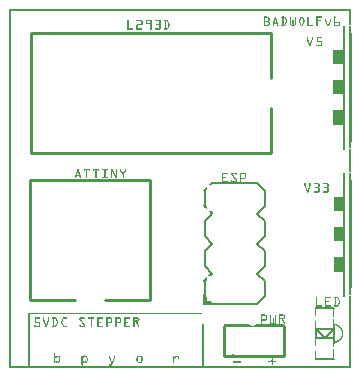
<source format=gto>
G04 MADE WITH FRITZING*
G04 WWW.FRITZING.ORG*
G04 DOUBLE SIDED*
G04 HOLES PLATED*
G04 CONTOUR ON CENTER OF CONTOUR VECTOR*
%ASAXBY*%
%FSLAX23Y23*%
%MOIN*%
%OFA0B0*%
%SFA1.0B1.0*%
%ADD10R,0.035000X0.050000*%
%ADD11C,0.010000*%
%ADD12C,0.006000*%
%ADD13C,0.002000*%
%ADD14C,0.005000*%
%ADD15C,0.008051*%
%ADD16R,0.001000X0.001000*%
%LNSILK1*%
G90*
G70*
G54D10*
X1102Y447D03*
X1102Y547D03*
X1098Y938D03*
X1098Y1038D03*
G54D11*
X719Y41D02*
X919Y41D01*
D02*
X919Y41D02*
X919Y141D01*
D02*
X719Y141D02*
X719Y41D01*
G54D12*
D02*
X1119Y652D02*
X1119Y242D01*
D02*
X1116Y1143D02*
X1116Y733D01*
G54D13*
D02*
X1141Y1118D02*
X1141Y758D01*
G54D14*
D02*
X1024Y201D02*
X1084Y201D01*
D02*
X1084Y146D02*
X1084Y131D01*
D02*
X1084Y131D02*
X1084Y101D01*
D02*
X1084Y101D02*
X1084Y86D01*
D02*
X1084Y31D02*
X1024Y31D01*
D02*
X1024Y101D02*
X1024Y131D01*
D02*
X1054Y101D02*
X1024Y131D01*
D02*
X1024Y131D02*
X1084Y131D01*
D02*
X1084Y131D02*
X1054Y101D01*
D02*
X1054Y101D02*
X1024Y101D01*
D02*
X1054Y101D02*
X1084Y101D01*
G54D11*
D02*
X471Y227D02*
X471Y627D01*
D02*
X471Y627D02*
X71Y627D01*
D02*
X71Y627D02*
X71Y227D01*
D02*
X471Y227D02*
X321Y227D01*
D02*
X221Y227D02*
X71Y227D01*
G54D15*
D02*
X828Y214D02*
X853Y240D01*
D02*
X853Y290D02*
X828Y315D01*
D02*
X828Y315D02*
X853Y340D01*
D02*
X853Y391D02*
X828Y416D01*
D02*
X828Y416D02*
X853Y441D01*
D02*
X853Y491D02*
X828Y516D01*
D02*
X828Y214D02*
X678Y214D01*
D02*
X653Y240D02*
X653Y290D01*
D02*
X678Y315D02*
X653Y340D01*
D02*
X653Y340D02*
X653Y391D01*
D02*
X653Y391D02*
X678Y416D01*
D02*
X678Y416D02*
X653Y441D01*
D02*
X653Y441D02*
X653Y491D01*
D02*
X653Y491D02*
X678Y516D01*
D02*
X853Y441D02*
X853Y491D01*
D02*
X853Y340D02*
X853Y391D01*
D02*
X853Y240D02*
X853Y290D01*
D02*
X853Y592D02*
X828Y617D01*
D02*
X653Y541D02*
X653Y592D01*
D02*
X678Y617D02*
X828Y617D01*
D02*
X853Y541D02*
X853Y592D01*
D02*
X828Y516D02*
X853Y541D01*
G54D11*
D02*
X873Y1117D02*
X73Y1117D01*
D02*
X73Y1117D02*
X73Y717D01*
D02*
X73Y717D02*
X873Y717D01*
D02*
X873Y1117D02*
X873Y967D01*
D02*
X873Y867D02*
X873Y717D01*
G36*
X1119Y322D02*
X1084Y322D01*
X1084Y372D01*
X1119Y372D01*
X1119Y322D01*
G37*
D02*
G36*
X1116Y813D02*
X1081Y813D01*
X1081Y863D01*
X1116Y863D01*
X1116Y813D01*
G37*
D02*
G54D16*
X0Y1199D02*
X1142Y1199D01*
X0Y1198D02*
X1142Y1198D01*
X0Y1197D02*
X1142Y1197D01*
X0Y1196D02*
X1142Y1196D01*
X0Y1195D02*
X1142Y1195D01*
X0Y1194D02*
X1142Y1194D01*
X0Y1193D02*
X1142Y1193D01*
X0Y1192D02*
X1142Y1192D01*
X0Y1191D02*
X7Y1191D01*
X1135Y1191D02*
X1142Y1191D01*
X0Y1190D02*
X7Y1190D01*
X1135Y1190D02*
X1142Y1190D01*
X0Y1189D02*
X7Y1189D01*
X1135Y1189D02*
X1142Y1189D01*
X0Y1188D02*
X7Y1188D01*
X1135Y1188D02*
X1142Y1188D01*
X0Y1187D02*
X7Y1187D01*
X1135Y1187D02*
X1142Y1187D01*
X0Y1186D02*
X7Y1186D01*
X1135Y1186D02*
X1142Y1186D01*
X0Y1185D02*
X7Y1185D01*
X1135Y1185D02*
X1142Y1185D01*
X0Y1184D02*
X7Y1184D01*
X1135Y1184D02*
X1142Y1184D01*
X0Y1183D02*
X7Y1183D01*
X1135Y1183D02*
X1142Y1183D01*
X0Y1182D02*
X7Y1182D01*
X1135Y1182D02*
X1142Y1182D01*
X0Y1181D02*
X7Y1181D01*
X1135Y1181D02*
X1142Y1181D01*
X0Y1180D02*
X7Y1180D01*
X1135Y1180D02*
X1142Y1180D01*
X0Y1179D02*
X7Y1179D01*
X1135Y1179D02*
X1142Y1179D01*
X0Y1178D02*
X7Y1178D01*
X1135Y1178D02*
X1142Y1178D01*
X0Y1177D02*
X7Y1177D01*
X1135Y1177D02*
X1142Y1177D01*
X0Y1176D02*
X7Y1176D01*
X1135Y1176D02*
X1142Y1176D01*
X0Y1175D02*
X7Y1175D01*
X1135Y1175D02*
X1142Y1175D01*
X0Y1174D02*
X7Y1174D01*
X1135Y1174D02*
X1142Y1174D01*
X0Y1173D02*
X7Y1173D01*
X851Y1173D02*
X862Y1173D01*
X911Y1173D02*
X918Y1173D01*
X977Y1173D02*
X977Y1173D01*
X998Y1173D02*
X998Y1173D01*
X1026Y1173D02*
X1043Y1173D01*
X1086Y1173D02*
X1087Y1173D01*
X1135Y1173D02*
X1142Y1173D01*
X0Y1172D02*
X7Y1172D01*
X851Y1172D02*
X865Y1172D01*
X888Y1172D02*
X890Y1172D01*
X909Y1172D02*
X921Y1172D01*
X938Y1172D02*
X941Y1172D01*
X954Y1172D02*
X957Y1172D01*
X974Y1172D02*
X979Y1172D01*
X997Y1172D02*
X999Y1172D01*
X1026Y1172D02*
X1044Y1172D01*
X1084Y1172D02*
X1089Y1172D01*
X1135Y1172D02*
X1142Y1172D01*
X0Y1171D02*
X7Y1171D01*
X851Y1171D02*
X867Y1171D01*
X888Y1171D02*
X891Y1171D01*
X909Y1171D02*
X922Y1171D01*
X938Y1171D02*
X941Y1171D01*
X954Y1171D02*
X957Y1171D01*
X973Y1171D02*
X980Y1171D01*
X996Y1171D02*
X999Y1171D01*
X1026Y1171D02*
X1045Y1171D01*
X1084Y1171D02*
X1089Y1171D01*
X1135Y1171D02*
X1142Y1171D01*
X0Y1170D02*
X7Y1170D01*
X851Y1170D02*
X868Y1170D01*
X887Y1170D02*
X891Y1170D01*
X909Y1170D02*
X923Y1170D01*
X938Y1170D02*
X941Y1170D01*
X954Y1170D02*
X957Y1170D01*
X972Y1170D02*
X981Y1170D01*
X996Y1170D02*
X1000Y1170D01*
X1026Y1170D02*
X1044Y1170D01*
X1084Y1170D02*
X1089Y1170D01*
X1135Y1170D02*
X1142Y1170D01*
X0Y1169D02*
X7Y1169D01*
X851Y1169D02*
X868Y1169D01*
X887Y1169D02*
X891Y1169D01*
X911Y1169D02*
X923Y1169D01*
X938Y1169D02*
X941Y1169D01*
X954Y1169D02*
X957Y1169D01*
X972Y1169D02*
X982Y1169D01*
X996Y1169D02*
X1000Y1169D01*
X1026Y1169D02*
X1042Y1169D01*
X1084Y1169D02*
X1087Y1169D01*
X1135Y1169D02*
X1142Y1169D01*
X0Y1168D02*
X7Y1168D01*
X851Y1168D02*
X854Y1168D01*
X865Y1168D02*
X869Y1168D01*
X887Y1168D02*
X892Y1168D01*
X913Y1168D02*
X916Y1168D01*
X920Y1168D02*
X924Y1168D01*
X938Y1168D02*
X941Y1168D01*
X954Y1168D02*
X957Y1168D01*
X971Y1168D02*
X975Y1168D01*
X978Y1168D02*
X982Y1168D01*
X996Y1168D02*
X1000Y1168D01*
X1026Y1168D02*
X1029Y1168D01*
X1084Y1168D02*
X1087Y1168D01*
X1135Y1168D02*
X1142Y1168D01*
X0Y1167D02*
X7Y1167D01*
X851Y1167D02*
X854Y1167D01*
X866Y1167D02*
X869Y1167D01*
X886Y1167D02*
X892Y1167D01*
X913Y1167D02*
X916Y1167D01*
X921Y1167D02*
X924Y1167D01*
X938Y1167D02*
X941Y1167D01*
X954Y1167D02*
X957Y1167D01*
X971Y1167D02*
X975Y1167D01*
X979Y1167D02*
X983Y1167D01*
X996Y1167D02*
X1000Y1167D01*
X1026Y1167D02*
X1029Y1167D01*
X1084Y1167D02*
X1087Y1167D01*
X1135Y1167D02*
X1142Y1167D01*
X0Y1166D02*
X7Y1166D01*
X851Y1166D02*
X854Y1166D01*
X866Y1166D02*
X870Y1166D01*
X886Y1166D02*
X892Y1166D01*
X913Y1166D02*
X916Y1166D01*
X921Y1166D02*
X925Y1166D01*
X938Y1166D02*
X941Y1166D01*
X954Y1166D02*
X957Y1166D01*
X970Y1166D02*
X974Y1166D01*
X979Y1166D02*
X983Y1166D01*
X996Y1166D02*
X1000Y1166D01*
X1026Y1166D02*
X1029Y1166D01*
X1084Y1166D02*
X1087Y1166D01*
X1135Y1166D02*
X1142Y1166D01*
X0Y1165D02*
X7Y1165D01*
X851Y1165D02*
X854Y1165D01*
X867Y1165D02*
X870Y1165D01*
X886Y1165D02*
X893Y1165D01*
X913Y1165D02*
X916Y1165D01*
X922Y1165D02*
X925Y1165D01*
X938Y1165D02*
X941Y1165D01*
X954Y1165D02*
X957Y1165D01*
X970Y1165D02*
X974Y1165D01*
X980Y1165D02*
X984Y1165D01*
X996Y1165D02*
X1000Y1165D01*
X1026Y1165D02*
X1029Y1165D01*
X1084Y1165D02*
X1087Y1165D01*
X1135Y1165D02*
X1142Y1165D01*
X0Y1164D02*
X7Y1164D01*
X851Y1164D02*
X854Y1164D01*
X867Y1164D02*
X870Y1164D01*
X886Y1164D02*
X893Y1164D01*
X913Y1164D02*
X916Y1164D01*
X922Y1164D02*
X926Y1164D01*
X938Y1164D02*
X941Y1164D01*
X954Y1164D02*
X957Y1164D01*
X969Y1164D02*
X973Y1164D01*
X981Y1164D02*
X984Y1164D01*
X996Y1164D02*
X1000Y1164D01*
X1026Y1164D02*
X1029Y1164D01*
X1056Y1164D02*
X1057Y1164D01*
X1072Y1164D02*
X1073Y1164D01*
X1084Y1164D02*
X1087Y1164D01*
X1135Y1164D02*
X1142Y1164D01*
X0Y1163D02*
X7Y1163D01*
X851Y1163D02*
X854Y1163D01*
X866Y1163D02*
X870Y1163D01*
X885Y1163D02*
X893Y1163D01*
X913Y1163D02*
X916Y1163D01*
X923Y1163D02*
X926Y1163D01*
X938Y1163D02*
X941Y1163D01*
X954Y1163D02*
X957Y1163D01*
X969Y1163D02*
X973Y1163D01*
X981Y1163D02*
X985Y1163D01*
X996Y1163D02*
X1000Y1163D01*
X1026Y1163D02*
X1029Y1163D01*
X1055Y1163D02*
X1058Y1163D01*
X1071Y1163D02*
X1074Y1163D01*
X1084Y1163D02*
X1087Y1163D01*
X1135Y1163D02*
X1142Y1163D01*
X0Y1162D02*
X7Y1162D01*
X851Y1162D02*
X854Y1162D01*
X866Y1162D02*
X869Y1162D01*
X885Y1162D02*
X888Y1162D01*
X890Y1162D02*
X893Y1162D01*
X913Y1162D02*
X916Y1162D01*
X923Y1162D02*
X927Y1162D01*
X938Y1162D02*
X941Y1162D01*
X947Y1162D02*
X949Y1162D01*
X954Y1162D02*
X957Y1162D01*
X968Y1162D02*
X972Y1162D01*
X982Y1162D02*
X985Y1162D01*
X996Y1162D02*
X1000Y1162D01*
X1026Y1162D02*
X1040Y1162D01*
X1055Y1162D02*
X1058Y1162D01*
X1071Y1162D02*
X1074Y1162D01*
X1084Y1162D02*
X1087Y1162D01*
X1135Y1162D02*
X1142Y1162D01*
X0Y1161D02*
X7Y1161D01*
X397Y1161D02*
X399Y1161D01*
X427Y1161D02*
X444Y1161D01*
X457Y1161D02*
X476Y1161D01*
X487Y1161D02*
X505Y1161D01*
X517Y1161D02*
X529Y1161D01*
X851Y1161D02*
X854Y1161D01*
X866Y1161D02*
X869Y1161D01*
X885Y1161D02*
X888Y1161D01*
X891Y1161D02*
X894Y1161D01*
X913Y1161D02*
X916Y1161D01*
X924Y1161D02*
X927Y1161D01*
X938Y1161D02*
X941Y1161D01*
X946Y1161D02*
X949Y1161D01*
X954Y1161D02*
X957Y1161D01*
X968Y1161D02*
X972Y1161D01*
X982Y1161D02*
X986Y1161D01*
X996Y1161D02*
X1000Y1161D01*
X1026Y1161D02*
X1041Y1161D01*
X1055Y1161D02*
X1058Y1161D01*
X1071Y1161D02*
X1074Y1161D01*
X1084Y1161D02*
X1087Y1161D01*
X1135Y1161D02*
X1142Y1161D01*
X0Y1160D02*
X7Y1160D01*
X396Y1160D02*
X399Y1160D01*
X426Y1160D02*
X445Y1160D01*
X457Y1160D02*
X476Y1160D01*
X487Y1160D02*
X506Y1160D01*
X517Y1160D02*
X530Y1160D01*
X851Y1160D02*
X854Y1160D01*
X864Y1160D02*
X869Y1160D01*
X884Y1160D02*
X888Y1160D01*
X891Y1160D02*
X894Y1160D01*
X913Y1160D02*
X916Y1160D01*
X924Y1160D02*
X928Y1160D01*
X938Y1160D02*
X941Y1160D01*
X946Y1160D02*
X949Y1160D01*
X954Y1160D02*
X957Y1160D01*
X968Y1160D02*
X971Y1160D01*
X983Y1160D02*
X986Y1160D01*
X996Y1160D02*
X1000Y1160D01*
X1026Y1160D02*
X1040Y1160D01*
X1055Y1160D02*
X1058Y1160D01*
X1071Y1160D02*
X1074Y1160D01*
X1084Y1160D02*
X1087Y1160D01*
X1135Y1160D02*
X1142Y1160D01*
X0Y1159D02*
X7Y1159D01*
X396Y1159D02*
X400Y1159D01*
X427Y1159D02*
X446Y1159D01*
X457Y1159D02*
X476Y1159D01*
X487Y1159D02*
X506Y1159D01*
X517Y1159D02*
X531Y1159D01*
X851Y1159D02*
X868Y1159D01*
X884Y1159D02*
X887Y1159D01*
X891Y1159D02*
X894Y1159D01*
X913Y1159D02*
X916Y1159D01*
X925Y1159D02*
X928Y1159D01*
X938Y1159D02*
X941Y1159D01*
X946Y1159D02*
X949Y1159D01*
X954Y1159D02*
X957Y1159D01*
X967Y1159D02*
X971Y1159D01*
X983Y1159D02*
X986Y1159D01*
X996Y1159D02*
X1000Y1159D01*
X1026Y1159D02*
X1040Y1159D01*
X1055Y1159D02*
X1058Y1159D01*
X1071Y1159D02*
X1074Y1159D01*
X1084Y1159D02*
X1087Y1159D01*
X1135Y1159D02*
X1142Y1159D01*
X0Y1158D02*
X7Y1158D01*
X396Y1158D02*
X400Y1158D01*
X427Y1158D02*
X446Y1158D01*
X457Y1158D02*
X476Y1158D01*
X488Y1158D02*
X506Y1158D01*
X518Y1158D02*
X531Y1158D01*
X851Y1158D02*
X867Y1158D01*
X884Y1158D02*
X887Y1158D01*
X891Y1158D02*
X895Y1158D01*
X913Y1158D02*
X916Y1158D01*
X925Y1158D02*
X928Y1158D01*
X938Y1158D02*
X941Y1158D01*
X946Y1158D02*
X949Y1158D01*
X954Y1158D02*
X957Y1158D01*
X967Y1158D02*
X970Y1158D01*
X983Y1158D02*
X986Y1158D01*
X996Y1158D02*
X1000Y1158D01*
X1026Y1158D02*
X1029Y1158D01*
X1055Y1158D02*
X1059Y1158D01*
X1070Y1158D02*
X1074Y1158D01*
X1084Y1158D02*
X1087Y1158D01*
X1135Y1158D02*
X1142Y1158D01*
X0Y1157D02*
X7Y1157D01*
X396Y1157D02*
X400Y1157D01*
X443Y1157D02*
X446Y1157D01*
X457Y1157D02*
X460Y1157D01*
X473Y1157D02*
X476Y1157D01*
X503Y1157D02*
X506Y1157D01*
X521Y1157D02*
X524Y1157D01*
X528Y1157D02*
X532Y1157D01*
X851Y1157D02*
X867Y1157D01*
X883Y1157D02*
X887Y1157D01*
X892Y1157D02*
X895Y1157D01*
X913Y1157D02*
X916Y1157D01*
X925Y1157D02*
X928Y1157D01*
X938Y1157D02*
X941Y1157D01*
X946Y1157D02*
X949Y1157D01*
X954Y1157D02*
X957Y1157D01*
X967Y1157D02*
X970Y1157D01*
X983Y1157D02*
X986Y1157D01*
X996Y1157D02*
X1000Y1157D01*
X1026Y1157D02*
X1029Y1157D01*
X1055Y1157D02*
X1059Y1157D01*
X1070Y1157D02*
X1073Y1157D01*
X1084Y1157D02*
X1087Y1157D01*
X1135Y1157D02*
X1142Y1157D01*
X0Y1156D02*
X7Y1156D01*
X396Y1156D02*
X400Y1156D01*
X443Y1156D02*
X446Y1156D01*
X457Y1156D02*
X460Y1156D01*
X473Y1156D02*
X476Y1156D01*
X503Y1156D02*
X506Y1156D01*
X521Y1156D02*
X524Y1156D01*
X529Y1156D02*
X532Y1156D01*
X851Y1156D02*
X868Y1156D01*
X883Y1156D02*
X886Y1156D01*
X892Y1156D02*
X895Y1156D01*
X913Y1156D02*
X916Y1156D01*
X925Y1156D02*
X928Y1156D01*
X938Y1156D02*
X941Y1156D01*
X946Y1156D02*
X949Y1156D01*
X954Y1156D02*
X957Y1156D01*
X967Y1156D02*
X971Y1156D01*
X983Y1156D02*
X986Y1156D01*
X996Y1156D02*
X1000Y1156D01*
X1026Y1156D02*
X1029Y1156D01*
X1056Y1156D02*
X1059Y1156D01*
X1069Y1156D02*
X1073Y1156D01*
X1084Y1156D02*
X1087Y1156D01*
X1135Y1156D02*
X1142Y1156D01*
X0Y1155D02*
X7Y1155D01*
X396Y1155D02*
X400Y1155D01*
X443Y1155D02*
X446Y1155D01*
X457Y1155D02*
X460Y1155D01*
X473Y1155D02*
X476Y1155D01*
X503Y1155D02*
X506Y1155D01*
X521Y1155D02*
X524Y1155D01*
X529Y1155D02*
X533Y1155D01*
X851Y1155D02*
X854Y1155D01*
X864Y1155D02*
X869Y1155D01*
X883Y1155D02*
X886Y1155D01*
X892Y1155D02*
X896Y1155D01*
X913Y1155D02*
X916Y1155D01*
X924Y1155D02*
X928Y1155D01*
X938Y1155D02*
X941Y1155D01*
X946Y1155D02*
X949Y1155D01*
X954Y1155D02*
X957Y1155D01*
X968Y1155D02*
X971Y1155D01*
X983Y1155D02*
X986Y1155D01*
X996Y1155D02*
X1000Y1155D01*
X1026Y1155D02*
X1029Y1155D01*
X1056Y1155D02*
X1060Y1155D01*
X1069Y1155D02*
X1072Y1155D01*
X1084Y1155D02*
X1103Y1155D01*
X1135Y1155D02*
X1142Y1155D01*
X0Y1154D02*
X7Y1154D01*
X396Y1154D02*
X400Y1154D01*
X443Y1154D02*
X446Y1154D01*
X457Y1154D02*
X460Y1154D01*
X473Y1154D02*
X476Y1154D01*
X503Y1154D02*
X506Y1154D01*
X521Y1154D02*
X524Y1154D01*
X530Y1154D02*
X533Y1154D01*
X851Y1154D02*
X854Y1154D01*
X865Y1154D02*
X869Y1154D01*
X883Y1154D02*
X886Y1154D01*
X893Y1154D02*
X896Y1154D01*
X913Y1154D02*
X916Y1154D01*
X924Y1154D02*
X927Y1154D01*
X938Y1154D02*
X941Y1154D01*
X946Y1154D02*
X949Y1154D01*
X954Y1154D02*
X957Y1154D01*
X968Y1154D02*
X971Y1154D01*
X982Y1154D02*
X986Y1154D01*
X996Y1154D02*
X1000Y1154D01*
X1026Y1154D02*
X1029Y1154D01*
X1057Y1154D02*
X1060Y1154D01*
X1068Y1154D02*
X1072Y1154D01*
X1084Y1154D02*
X1103Y1154D01*
X1135Y1154D02*
X1142Y1154D01*
X0Y1153D02*
X7Y1153D01*
X396Y1153D02*
X400Y1153D01*
X443Y1153D02*
X446Y1153D01*
X457Y1153D02*
X460Y1153D01*
X473Y1153D02*
X476Y1153D01*
X503Y1153D02*
X506Y1153D01*
X521Y1153D02*
X524Y1153D01*
X530Y1153D02*
X534Y1153D01*
X851Y1153D02*
X854Y1153D01*
X866Y1153D02*
X869Y1153D01*
X882Y1153D02*
X886Y1153D01*
X893Y1153D02*
X896Y1153D01*
X913Y1153D02*
X916Y1153D01*
X923Y1153D02*
X927Y1153D01*
X938Y1153D02*
X941Y1153D01*
X946Y1153D02*
X949Y1153D01*
X954Y1153D02*
X957Y1153D01*
X968Y1153D02*
X972Y1153D01*
X982Y1153D02*
X985Y1153D01*
X996Y1153D02*
X1000Y1153D01*
X1026Y1153D02*
X1029Y1153D01*
X1057Y1153D02*
X1061Y1153D01*
X1068Y1153D02*
X1071Y1153D01*
X1084Y1153D02*
X1103Y1153D01*
X1135Y1153D02*
X1142Y1153D01*
X0Y1152D02*
X7Y1152D01*
X396Y1152D02*
X400Y1152D01*
X443Y1152D02*
X446Y1152D01*
X457Y1152D02*
X460Y1152D01*
X473Y1152D02*
X476Y1152D01*
X503Y1152D02*
X506Y1152D01*
X521Y1152D02*
X524Y1152D01*
X531Y1152D02*
X534Y1152D01*
X851Y1152D02*
X854Y1152D01*
X866Y1152D02*
X870Y1152D01*
X882Y1152D02*
X896Y1152D01*
X913Y1152D02*
X916Y1152D01*
X923Y1152D02*
X926Y1152D01*
X938Y1152D02*
X941Y1152D01*
X946Y1152D02*
X949Y1152D01*
X954Y1152D02*
X957Y1152D01*
X969Y1152D02*
X972Y1152D01*
X981Y1152D02*
X985Y1152D01*
X996Y1152D02*
X1000Y1152D01*
X1026Y1152D02*
X1029Y1152D01*
X1058Y1152D02*
X1061Y1152D01*
X1068Y1152D02*
X1071Y1152D01*
X1084Y1152D02*
X1103Y1152D01*
X1135Y1152D02*
X1142Y1152D01*
X0Y1151D02*
X7Y1151D01*
X396Y1151D02*
X400Y1151D01*
X443Y1151D02*
X446Y1151D01*
X457Y1151D02*
X476Y1151D01*
X503Y1151D02*
X506Y1151D01*
X521Y1151D02*
X524Y1151D01*
X531Y1151D02*
X535Y1151D01*
X851Y1151D02*
X854Y1151D01*
X867Y1151D02*
X870Y1151D01*
X882Y1151D02*
X897Y1151D01*
X913Y1151D02*
X916Y1151D01*
X922Y1151D02*
X926Y1151D01*
X938Y1151D02*
X941Y1151D01*
X946Y1151D02*
X949Y1151D01*
X954Y1151D02*
X957Y1151D01*
X969Y1151D02*
X973Y1151D01*
X981Y1151D02*
X984Y1151D01*
X996Y1151D02*
X1000Y1151D01*
X1026Y1151D02*
X1029Y1151D01*
X1058Y1151D02*
X1062Y1151D01*
X1067Y1151D02*
X1071Y1151D01*
X1084Y1151D02*
X1087Y1151D01*
X1100Y1151D02*
X1103Y1151D01*
X1135Y1151D02*
X1142Y1151D01*
X0Y1150D02*
X7Y1150D01*
X396Y1150D02*
X400Y1150D01*
X443Y1150D02*
X446Y1150D01*
X457Y1150D02*
X476Y1150D01*
X503Y1150D02*
X506Y1150D01*
X521Y1150D02*
X524Y1150D01*
X532Y1150D02*
X535Y1150D01*
X851Y1150D02*
X854Y1150D01*
X867Y1150D02*
X870Y1150D01*
X881Y1150D02*
X897Y1150D01*
X913Y1150D02*
X916Y1150D01*
X922Y1150D02*
X925Y1150D01*
X938Y1150D02*
X941Y1150D01*
X946Y1150D02*
X949Y1150D01*
X954Y1150D02*
X957Y1150D01*
X970Y1150D02*
X973Y1150D01*
X980Y1150D02*
X984Y1150D01*
X996Y1150D02*
X1000Y1150D01*
X1026Y1150D02*
X1029Y1150D01*
X1059Y1150D02*
X1062Y1150D01*
X1067Y1150D02*
X1070Y1150D01*
X1084Y1150D02*
X1087Y1150D01*
X1100Y1150D02*
X1103Y1150D01*
X1135Y1150D02*
X1142Y1150D01*
X0Y1149D02*
X7Y1149D01*
X396Y1149D02*
X400Y1149D01*
X443Y1149D02*
X446Y1149D01*
X457Y1149D02*
X476Y1149D01*
X503Y1149D02*
X506Y1149D01*
X521Y1149D02*
X524Y1149D01*
X532Y1149D02*
X536Y1149D01*
X851Y1149D02*
X854Y1149D01*
X866Y1149D02*
X870Y1149D01*
X881Y1149D02*
X897Y1149D01*
X913Y1149D02*
X916Y1149D01*
X921Y1149D02*
X925Y1149D01*
X938Y1149D02*
X941Y1149D01*
X946Y1149D02*
X949Y1149D01*
X954Y1149D02*
X957Y1149D01*
X970Y1149D02*
X974Y1149D01*
X980Y1149D02*
X983Y1149D01*
X996Y1149D02*
X1000Y1149D01*
X1026Y1149D02*
X1029Y1149D01*
X1059Y1149D02*
X1062Y1149D01*
X1066Y1149D02*
X1070Y1149D01*
X1084Y1149D02*
X1087Y1149D01*
X1100Y1149D02*
X1103Y1149D01*
X1135Y1149D02*
X1142Y1149D01*
X0Y1148D02*
X7Y1148D01*
X396Y1148D02*
X400Y1148D01*
X443Y1148D02*
X446Y1148D01*
X457Y1148D02*
X476Y1148D01*
X502Y1148D02*
X506Y1148D01*
X521Y1148D02*
X524Y1148D01*
X533Y1148D02*
X536Y1148D01*
X851Y1148D02*
X854Y1148D01*
X866Y1148D02*
X869Y1148D01*
X881Y1148D02*
X884Y1148D01*
X894Y1148D02*
X898Y1148D01*
X913Y1148D02*
X916Y1148D01*
X921Y1148D02*
X924Y1148D01*
X938Y1148D02*
X941Y1148D01*
X946Y1148D02*
X949Y1148D01*
X954Y1148D02*
X957Y1148D01*
X971Y1148D02*
X974Y1148D01*
X979Y1148D02*
X983Y1148D01*
X996Y1148D02*
X1000Y1148D01*
X1026Y1148D02*
X1029Y1148D01*
X1059Y1148D02*
X1063Y1148D01*
X1066Y1148D02*
X1069Y1148D01*
X1084Y1148D02*
X1087Y1148D01*
X1100Y1148D02*
X1103Y1148D01*
X1135Y1148D02*
X1142Y1148D01*
X0Y1147D02*
X7Y1147D01*
X396Y1147D02*
X400Y1147D01*
X428Y1147D02*
X446Y1147D01*
X473Y1147D02*
X476Y1147D01*
X491Y1147D02*
X506Y1147D01*
X521Y1147D02*
X524Y1147D01*
X533Y1147D02*
X536Y1147D01*
X851Y1147D02*
X854Y1147D01*
X865Y1147D02*
X869Y1147D01*
X881Y1147D02*
X884Y1147D01*
X895Y1147D02*
X898Y1147D01*
X913Y1147D02*
X916Y1147D01*
X920Y1147D02*
X924Y1147D01*
X938Y1147D02*
X941Y1147D01*
X946Y1147D02*
X950Y1147D01*
X954Y1147D02*
X957Y1147D01*
X971Y1147D02*
X975Y1147D01*
X979Y1147D02*
X982Y1147D01*
X996Y1147D02*
X1000Y1147D01*
X1026Y1147D02*
X1029Y1147D01*
X1060Y1147D02*
X1063Y1147D01*
X1065Y1147D02*
X1069Y1147D01*
X1084Y1147D02*
X1087Y1147D01*
X1100Y1147D02*
X1103Y1147D01*
X1135Y1147D02*
X1142Y1147D01*
X0Y1146D02*
X7Y1146D01*
X396Y1146D02*
X400Y1146D01*
X427Y1146D02*
X446Y1146D01*
X473Y1146D02*
X476Y1146D01*
X491Y1146D02*
X505Y1146D01*
X521Y1146D02*
X524Y1146D01*
X533Y1146D02*
X536Y1146D01*
X851Y1146D02*
X854Y1146D01*
X864Y1146D02*
X869Y1146D01*
X880Y1146D02*
X884Y1146D01*
X895Y1146D02*
X898Y1146D01*
X913Y1146D02*
X916Y1146D01*
X919Y1146D02*
X923Y1146D01*
X938Y1146D02*
X942Y1146D01*
X945Y1146D02*
X950Y1146D01*
X953Y1146D02*
X957Y1146D01*
X972Y1146D02*
X976Y1146D01*
X978Y1146D02*
X982Y1146D01*
X996Y1146D02*
X1000Y1146D01*
X1026Y1146D02*
X1029Y1146D01*
X1060Y1146D02*
X1068Y1146D01*
X1084Y1146D02*
X1087Y1146D01*
X1100Y1146D02*
X1103Y1146D01*
X0Y1145D02*
X7Y1145D01*
X396Y1145D02*
X400Y1145D01*
X427Y1145D02*
X445Y1145D01*
X473Y1145D02*
X476Y1145D01*
X491Y1145D02*
X505Y1145D01*
X521Y1145D02*
X524Y1145D01*
X533Y1145D02*
X536Y1145D01*
X851Y1145D02*
X868Y1145D01*
X880Y1145D02*
X883Y1145D01*
X895Y1145D02*
X898Y1145D01*
X909Y1145D02*
X923Y1145D01*
X939Y1145D02*
X956Y1145D01*
X972Y1145D02*
X981Y1145D01*
X996Y1145D02*
X1015Y1145D01*
X1026Y1145D02*
X1029Y1145D01*
X1061Y1145D02*
X1068Y1145D01*
X1084Y1145D02*
X1103Y1145D01*
X0Y1144D02*
X7Y1144D01*
X396Y1144D02*
X400Y1144D01*
X427Y1144D02*
X444Y1144D01*
X473Y1144D02*
X476Y1144D01*
X492Y1144D02*
X506Y1144D01*
X521Y1144D02*
X524Y1144D01*
X533Y1144D02*
X536Y1144D01*
X851Y1144D02*
X867Y1144D01*
X880Y1144D02*
X883Y1144D01*
X896Y1144D02*
X899Y1144D01*
X909Y1144D02*
X922Y1144D01*
X940Y1144D02*
X956Y1144D01*
X973Y1144D02*
X981Y1144D01*
X996Y1144D02*
X1015Y1144D01*
X1026Y1144D02*
X1029Y1144D01*
X1061Y1144D02*
X1067Y1144D01*
X1084Y1144D02*
X1103Y1144D01*
X0Y1143D02*
X7Y1143D01*
X396Y1143D02*
X400Y1143D01*
X426Y1143D02*
X430Y1143D01*
X473Y1143D02*
X476Y1143D01*
X502Y1143D02*
X506Y1143D01*
X521Y1143D02*
X524Y1143D01*
X533Y1143D02*
X536Y1143D01*
X851Y1143D02*
X866Y1143D01*
X880Y1143D02*
X883Y1143D01*
X896Y1143D02*
X899Y1143D01*
X909Y1143D02*
X921Y1143D01*
X940Y1143D02*
X955Y1143D01*
X974Y1143D02*
X980Y1143D01*
X996Y1143D02*
X1015Y1143D01*
X1026Y1143D02*
X1029Y1143D01*
X1062Y1143D02*
X1067Y1143D01*
X1084Y1143D02*
X1103Y1143D01*
X0Y1142D02*
X7Y1142D01*
X396Y1142D02*
X400Y1142D01*
X426Y1142D02*
X430Y1142D01*
X473Y1142D02*
X476Y1142D01*
X503Y1142D02*
X506Y1142D01*
X521Y1142D02*
X524Y1142D01*
X532Y1142D02*
X536Y1142D01*
X851Y1142D02*
X864Y1142D01*
X881Y1142D02*
X882Y1142D01*
X897Y1142D02*
X898Y1142D01*
X910Y1142D02*
X920Y1142D01*
X941Y1142D02*
X946Y1142D01*
X949Y1142D02*
X954Y1142D01*
X975Y1142D02*
X978Y1142D01*
X996Y1142D02*
X1015Y1142D01*
X1027Y1142D02*
X1028Y1142D01*
X1062Y1142D02*
X1066Y1142D01*
X1085Y1142D02*
X1102Y1142D01*
X0Y1141D02*
X7Y1141D01*
X396Y1141D02*
X400Y1141D01*
X426Y1141D02*
X430Y1141D01*
X473Y1141D02*
X476Y1141D01*
X503Y1141D02*
X506Y1141D01*
X521Y1141D02*
X524Y1141D01*
X532Y1141D02*
X535Y1141D01*
X0Y1140D02*
X7Y1140D01*
X396Y1140D02*
X400Y1140D01*
X426Y1140D02*
X430Y1140D01*
X473Y1140D02*
X476Y1140D01*
X503Y1140D02*
X506Y1140D01*
X521Y1140D02*
X524Y1140D01*
X531Y1140D02*
X535Y1140D01*
X1135Y1140D02*
X1142Y1140D01*
X0Y1139D02*
X7Y1139D01*
X396Y1139D02*
X400Y1139D01*
X426Y1139D02*
X430Y1139D01*
X473Y1139D02*
X476Y1139D01*
X503Y1139D02*
X506Y1139D01*
X521Y1139D02*
X524Y1139D01*
X531Y1139D02*
X534Y1139D01*
X1135Y1139D02*
X1142Y1139D01*
X0Y1138D02*
X7Y1138D01*
X396Y1138D02*
X400Y1138D01*
X426Y1138D02*
X430Y1138D01*
X473Y1138D02*
X476Y1138D01*
X503Y1138D02*
X506Y1138D01*
X521Y1138D02*
X524Y1138D01*
X530Y1138D02*
X534Y1138D01*
X1135Y1138D02*
X1142Y1138D01*
X0Y1137D02*
X7Y1137D01*
X396Y1137D02*
X400Y1137D01*
X426Y1137D02*
X430Y1137D01*
X473Y1137D02*
X476Y1137D01*
X503Y1137D02*
X506Y1137D01*
X521Y1137D02*
X524Y1137D01*
X530Y1137D02*
X533Y1137D01*
X1135Y1137D02*
X1142Y1137D01*
X0Y1136D02*
X7Y1136D01*
X396Y1136D02*
X400Y1136D01*
X426Y1136D02*
X430Y1136D01*
X473Y1136D02*
X476Y1136D01*
X503Y1136D02*
X506Y1136D01*
X521Y1136D02*
X524Y1136D01*
X529Y1136D02*
X533Y1136D01*
X1135Y1136D02*
X1142Y1136D01*
X0Y1135D02*
X7Y1135D01*
X396Y1135D02*
X400Y1135D01*
X426Y1135D02*
X430Y1135D01*
X473Y1135D02*
X476Y1135D01*
X503Y1135D02*
X506Y1135D01*
X521Y1135D02*
X524Y1135D01*
X528Y1135D02*
X532Y1135D01*
X1135Y1135D02*
X1142Y1135D01*
X0Y1134D02*
X7Y1134D01*
X396Y1134D02*
X400Y1134D01*
X426Y1134D02*
X430Y1134D01*
X473Y1134D02*
X476Y1134D01*
X503Y1134D02*
X506Y1134D01*
X521Y1134D02*
X524Y1134D01*
X528Y1134D02*
X532Y1134D01*
X1135Y1134D02*
X1142Y1134D01*
X0Y1133D02*
X7Y1133D01*
X396Y1133D02*
X415Y1133D01*
X426Y1133D02*
X445Y1133D01*
X472Y1133D02*
X476Y1133D01*
X487Y1133D02*
X506Y1133D01*
X517Y1133D02*
X531Y1133D01*
X1135Y1133D02*
X1142Y1133D01*
X0Y1132D02*
X7Y1132D01*
X396Y1132D02*
X416Y1132D01*
X426Y1132D02*
X446Y1132D01*
X471Y1132D02*
X476Y1132D01*
X487Y1132D02*
X506Y1132D01*
X517Y1132D02*
X531Y1132D01*
X1135Y1132D02*
X1142Y1132D01*
X0Y1131D02*
X7Y1131D01*
X396Y1131D02*
X416Y1131D01*
X426Y1131D02*
X446Y1131D01*
X471Y1131D02*
X476Y1131D01*
X487Y1131D02*
X505Y1131D01*
X517Y1131D02*
X530Y1131D01*
X1135Y1131D02*
X1142Y1131D01*
X0Y1130D02*
X7Y1130D01*
X396Y1130D02*
X415Y1130D01*
X426Y1130D02*
X445Y1130D01*
X472Y1130D02*
X476Y1130D01*
X487Y1130D02*
X504Y1130D01*
X517Y1130D02*
X528Y1130D01*
X1135Y1130D02*
X1142Y1130D01*
X0Y1129D02*
X7Y1129D01*
X1135Y1129D02*
X1142Y1129D01*
X0Y1128D02*
X7Y1128D01*
X1135Y1128D02*
X1142Y1128D01*
X0Y1127D02*
X7Y1127D01*
X1135Y1127D02*
X1142Y1127D01*
X0Y1126D02*
X7Y1126D01*
X1135Y1126D02*
X1142Y1126D01*
X0Y1125D02*
X7Y1125D01*
X1135Y1125D02*
X1142Y1125D01*
X0Y1124D02*
X7Y1124D01*
X1135Y1124D02*
X1142Y1124D01*
X0Y1123D02*
X7Y1123D01*
X1135Y1123D02*
X1142Y1123D01*
X0Y1122D02*
X7Y1122D01*
X1135Y1122D02*
X1142Y1122D01*
X0Y1121D02*
X7Y1121D01*
X1135Y1121D02*
X1142Y1121D01*
X0Y1120D02*
X7Y1120D01*
X1135Y1120D02*
X1142Y1120D01*
X0Y1119D02*
X7Y1119D01*
X0Y1118D02*
X7Y1118D01*
X0Y1117D02*
X7Y1117D01*
X1135Y1117D02*
X1142Y1117D01*
X0Y1116D02*
X7Y1116D01*
X1135Y1116D02*
X1142Y1116D01*
X0Y1115D02*
X7Y1115D01*
X1135Y1115D02*
X1142Y1115D01*
X0Y1114D02*
X7Y1114D01*
X1135Y1114D02*
X1142Y1114D01*
X0Y1113D02*
X7Y1113D01*
X1135Y1113D02*
X1142Y1113D01*
X0Y1112D02*
X7Y1112D01*
X1135Y1112D02*
X1142Y1112D01*
X0Y1111D02*
X7Y1111D01*
X1135Y1111D02*
X1142Y1111D01*
X0Y1110D02*
X7Y1110D01*
X1135Y1110D02*
X1142Y1110D01*
X0Y1109D02*
X7Y1109D01*
X1135Y1109D02*
X1142Y1109D01*
X0Y1108D02*
X7Y1108D01*
X1135Y1108D02*
X1142Y1108D01*
X0Y1107D02*
X7Y1107D01*
X1135Y1107D02*
X1142Y1107D01*
X0Y1106D02*
X7Y1106D01*
X994Y1106D02*
X996Y1106D01*
X1011Y1106D02*
X1013Y1106D01*
X1028Y1106D02*
X1043Y1106D01*
X1135Y1106D02*
X1142Y1106D01*
X0Y1105D02*
X7Y1105D01*
X994Y1105D02*
X997Y1105D01*
X1010Y1105D02*
X1013Y1105D01*
X1028Y1105D02*
X1043Y1105D01*
X1135Y1105D02*
X1142Y1105D01*
X0Y1104D02*
X7Y1104D01*
X994Y1104D02*
X997Y1104D01*
X1010Y1104D02*
X1013Y1104D01*
X1028Y1104D02*
X1043Y1104D01*
X1135Y1104D02*
X1142Y1104D01*
X0Y1103D02*
X7Y1103D01*
X994Y1103D02*
X997Y1103D01*
X1010Y1103D02*
X1013Y1103D01*
X1028Y1103D02*
X1043Y1103D01*
X1135Y1103D02*
X1142Y1103D01*
X0Y1102D02*
X7Y1102D01*
X994Y1102D02*
X997Y1102D01*
X1010Y1102D02*
X1013Y1102D01*
X1028Y1102D02*
X1031Y1102D01*
X1135Y1102D02*
X1142Y1102D01*
X0Y1101D02*
X7Y1101D01*
X994Y1101D02*
X997Y1101D01*
X1010Y1101D02*
X1013Y1101D01*
X1028Y1101D02*
X1031Y1101D01*
X1135Y1101D02*
X1142Y1101D01*
X0Y1100D02*
X7Y1100D01*
X994Y1100D02*
X997Y1100D01*
X1010Y1100D02*
X1013Y1100D01*
X1028Y1100D02*
X1031Y1100D01*
X1135Y1100D02*
X1142Y1100D01*
X0Y1099D02*
X7Y1099D01*
X994Y1099D02*
X997Y1099D01*
X1010Y1099D02*
X1013Y1099D01*
X1028Y1099D02*
X1031Y1099D01*
X1135Y1099D02*
X1142Y1099D01*
X0Y1098D02*
X7Y1098D01*
X994Y1098D02*
X997Y1098D01*
X1010Y1098D02*
X1013Y1098D01*
X1028Y1098D02*
X1031Y1098D01*
X1135Y1098D02*
X1142Y1098D01*
X0Y1097D02*
X7Y1097D01*
X994Y1097D02*
X997Y1097D01*
X1010Y1097D02*
X1013Y1097D01*
X1028Y1097D02*
X1031Y1097D01*
X1135Y1097D02*
X1142Y1097D01*
X0Y1096D02*
X7Y1096D01*
X994Y1096D02*
X998Y1096D01*
X1010Y1096D02*
X1013Y1096D01*
X1028Y1096D02*
X1031Y1096D01*
X1135Y1096D02*
X1142Y1096D01*
X0Y1095D02*
X7Y1095D01*
X994Y1095D02*
X998Y1095D01*
X1009Y1095D02*
X1013Y1095D01*
X1028Y1095D02*
X1031Y1095D01*
X1135Y1095D02*
X1142Y1095D01*
X0Y1094D02*
X7Y1094D01*
X995Y1094D02*
X998Y1094D01*
X1009Y1094D02*
X1012Y1094D01*
X1028Y1094D02*
X1031Y1094D01*
X1135Y1094D02*
X1142Y1094D01*
X0Y1093D02*
X7Y1093D01*
X995Y1093D02*
X999Y1093D01*
X1008Y1093D02*
X1012Y1093D01*
X1028Y1093D02*
X1031Y1093D01*
X1135Y1093D02*
X1142Y1093D01*
X0Y1092D02*
X7Y1092D01*
X996Y1092D02*
X999Y1092D01*
X1008Y1092D02*
X1011Y1092D01*
X1028Y1092D02*
X1041Y1092D01*
X1135Y1092D02*
X1142Y1092D01*
X0Y1091D02*
X7Y1091D01*
X996Y1091D02*
X999Y1091D01*
X1008Y1091D02*
X1011Y1091D01*
X1028Y1091D02*
X1042Y1091D01*
X1135Y1091D02*
X1142Y1091D01*
X0Y1090D02*
X7Y1090D01*
X996Y1090D02*
X1000Y1090D01*
X1007Y1090D02*
X1011Y1090D01*
X1028Y1090D02*
X1043Y1090D01*
X1135Y1090D02*
X1142Y1090D01*
X0Y1089D02*
X7Y1089D01*
X997Y1089D02*
X1000Y1089D01*
X1007Y1089D02*
X1010Y1089D01*
X1028Y1089D02*
X1043Y1089D01*
X1135Y1089D02*
X1142Y1089D01*
X0Y1088D02*
X7Y1088D01*
X997Y1088D02*
X1001Y1088D01*
X1006Y1088D02*
X1010Y1088D01*
X1040Y1088D02*
X1043Y1088D01*
X1135Y1088D02*
X1142Y1088D01*
X0Y1087D02*
X7Y1087D01*
X997Y1087D02*
X1001Y1087D01*
X1006Y1087D02*
X1010Y1087D01*
X1040Y1087D02*
X1043Y1087D01*
X1135Y1087D02*
X1142Y1087D01*
X0Y1086D02*
X7Y1086D01*
X998Y1086D02*
X1001Y1086D01*
X1006Y1086D02*
X1009Y1086D01*
X1040Y1086D02*
X1043Y1086D01*
X1135Y1086D02*
X1142Y1086D01*
X0Y1085D02*
X7Y1085D01*
X998Y1085D02*
X1002Y1085D01*
X1005Y1085D02*
X1009Y1085D01*
X1040Y1085D02*
X1043Y1085D01*
X1135Y1085D02*
X1142Y1085D01*
X0Y1084D02*
X7Y1084D01*
X999Y1084D02*
X1002Y1084D01*
X1005Y1084D02*
X1008Y1084D01*
X1040Y1084D02*
X1043Y1084D01*
X1135Y1084D02*
X1142Y1084D01*
X0Y1083D02*
X7Y1083D01*
X999Y1083D02*
X1008Y1083D01*
X1040Y1083D02*
X1043Y1083D01*
X1135Y1083D02*
X1142Y1083D01*
X0Y1082D02*
X7Y1082D01*
X999Y1082D02*
X1008Y1082D01*
X1040Y1082D02*
X1043Y1082D01*
X1135Y1082D02*
X1142Y1082D01*
X0Y1081D02*
X7Y1081D01*
X1000Y1081D02*
X1007Y1081D01*
X1040Y1081D02*
X1043Y1081D01*
X1135Y1081D02*
X1142Y1081D01*
X0Y1080D02*
X7Y1080D01*
X1000Y1080D02*
X1007Y1080D01*
X1040Y1080D02*
X1043Y1080D01*
X1135Y1080D02*
X1142Y1080D01*
X0Y1079D02*
X7Y1079D01*
X1001Y1079D02*
X1006Y1079D01*
X1024Y1079D02*
X1028Y1079D01*
X1040Y1079D02*
X1043Y1079D01*
X1135Y1079D02*
X1142Y1079D01*
X0Y1078D02*
X7Y1078D01*
X1001Y1078D02*
X1006Y1078D01*
X1024Y1078D02*
X1043Y1078D01*
X1135Y1078D02*
X1142Y1078D01*
X0Y1077D02*
X7Y1077D01*
X1001Y1077D02*
X1006Y1077D01*
X1024Y1077D02*
X1043Y1077D01*
X1135Y1077D02*
X1142Y1077D01*
X0Y1076D02*
X7Y1076D01*
X1002Y1076D02*
X1005Y1076D01*
X1025Y1076D02*
X1043Y1076D01*
X1135Y1076D02*
X1142Y1076D01*
X0Y1075D02*
X7Y1075D01*
X1002Y1075D02*
X1005Y1075D01*
X1027Y1075D02*
X1042Y1075D01*
X1135Y1075D02*
X1142Y1075D01*
X0Y1074D02*
X7Y1074D01*
X1031Y1074D02*
X1039Y1074D01*
X1135Y1074D02*
X1142Y1074D01*
X0Y1073D02*
X7Y1073D01*
X1135Y1073D02*
X1142Y1073D01*
X0Y1072D02*
X7Y1072D01*
X1135Y1072D02*
X1142Y1072D01*
X0Y1071D02*
X7Y1071D01*
X1135Y1071D02*
X1142Y1071D01*
X0Y1070D02*
X7Y1070D01*
X1135Y1070D02*
X1142Y1070D01*
X0Y1069D02*
X7Y1069D01*
X1135Y1069D02*
X1142Y1069D01*
X0Y1068D02*
X7Y1068D01*
X1135Y1068D02*
X1142Y1068D01*
X0Y1067D02*
X7Y1067D01*
X1135Y1067D02*
X1142Y1067D01*
X0Y1066D02*
X7Y1066D01*
X1135Y1066D02*
X1142Y1066D01*
X0Y1065D02*
X7Y1065D01*
X1135Y1065D02*
X1142Y1065D01*
X0Y1064D02*
X7Y1064D01*
X1135Y1064D02*
X1142Y1064D01*
X0Y1063D02*
X7Y1063D01*
X1135Y1063D02*
X1142Y1063D01*
X0Y1062D02*
X7Y1062D01*
X1135Y1062D02*
X1142Y1062D01*
X0Y1061D02*
X7Y1061D01*
X1135Y1061D02*
X1142Y1061D01*
X0Y1060D02*
X7Y1060D01*
X1135Y1060D02*
X1142Y1060D01*
X0Y1059D02*
X7Y1059D01*
X1135Y1059D02*
X1142Y1059D01*
X0Y1058D02*
X7Y1058D01*
X1135Y1058D02*
X1142Y1058D01*
X0Y1057D02*
X7Y1057D01*
X1135Y1057D02*
X1142Y1057D01*
X0Y1056D02*
X7Y1056D01*
X1135Y1056D02*
X1142Y1056D01*
X0Y1055D02*
X7Y1055D01*
X1135Y1055D02*
X1142Y1055D01*
X0Y1054D02*
X7Y1054D01*
X1135Y1054D02*
X1142Y1054D01*
X0Y1053D02*
X7Y1053D01*
X1135Y1053D02*
X1142Y1053D01*
X0Y1052D02*
X7Y1052D01*
X1135Y1052D02*
X1142Y1052D01*
X0Y1051D02*
X7Y1051D01*
X1135Y1051D02*
X1142Y1051D01*
X0Y1050D02*
X7Y1050D01*
X1135Y1050D02*
X1142Y1050D01*
X0Y1049D02*
X7Y1049D01*
X1135Y1049D02*
X1142Y1049D01*
X0Y1048D02*
X7Y1048D01*
X1135Y1048D02*
X1142Y1048D01*
X0Y1047D02*
X7Y1047D01*
X1135Y1047D02*
X1142Y1047D01*
X0Y1046D02*
X7Y1046D01*
X1135Y1046D02*
X1142Y1046D01*
X0Y1045D02*
X7Y1045D01*
X1135Y1045D02*
X1142Y1045D01*
X0Y1044D02*
X7Y1044D01*
X1135Y1044D02*
X1142Y1044D01*
X0Y1043D02*
X7Y1043D01*
X1135Y1043D02*
X1142Y1043D01*
X0Y1042D02*
X7Y1042D01*
X1135Y1042D02*
X1142Y1042D01*
X0Y1041D02*
X7Y1041D01*
X1135Y1041D02*
X1142Y1041D01*
X0Y1040D02*
X7Y1040D01*
X1135Y1040D02*
X1142Y1040D01*
X0Y1039D02*
X7Y1039D01*
X1135Y1039D02*
X1142Y1039D01*
X0Y1038D02*
X7Y1038D01*
X1135Y1038D02*
X1142Y1038D01*
X0Y1037D02*
X7Y1037D01*
X1135Y1037D02*
X1142Y1037D01*
X0Y1036D02*
X7Y1036D01*
X1135Y1036D02*
X1142Y1036D01*
X0Y1035D02*
X7Y1035D01*
X1135Y1035D02*
X1142Y1035D01*
X0Y1034D02*
X7Y1034D01*
X1135Y1034D02*
X1142Y1034D01*
X0Y1033D02*
X7Y1033D01*
X1135Y1033D02*
X1142Y1033D01*
X0Y1032D02*
X7Y1032D01*
X1135Y1032D02*
X1142Y1032D01*
X0Y1031D02*
X7Y1031D01*
X1135Y1031D02*
X1142Y1031D01*
X0Y1030D02*
X7Y1030D01*
X1135Y1030D02*
X1142Y1030D01*
X0Y1029D02*
X7Y1029D01*
X1135Y1029D02*
X1142Y1029D01*
X0Y1028D02*
X7Y1028D01*
X1135Y1028D02*
X1142Y1028D01*
X0Y1027D02*
X7Y1027D01*
X1135Y1027D02*
X1142Y1027D01*
X0Y1026D02*
X7Y1026D01*
X1135Y1026D02*
X1142Y1026D01*
X0Y1025D02*
X7Y1025D01*
X1135Y1025D02*
X1142Y1025D01*
X0Y1024D02*
X7Y1024D01*
X1135Y1024D02*
X1142Y1024D01*
X0Y1023D02*
X7Y1023D01*
X1135Y1023D02*
X1142Y1023D01*
X0Y1022D02*
X7Y1022D01*
X1135Y1022D02*
X1142Y1022D01*
X0Y1021D02*
X7Y1021D01*
X1135Y1021D02*
X1142Y1021D01*
X0Y1020D02*
X7Y1020D01*
X1135Y1020D02*
X1142Y1020D01*
X0Y1019D02*
X7Y1019D01*
X1135Y1019D02*
X1142Y1019D01*
X0Y1018D02*
X7Y1018D01*
X1135Y1018D02*
X1142Y1018D01*
X0Y1017D02*
X7Y1017D01*
X1135Y1017D02*
X1142Y1017D01*
X0Y1016D02*
X7Y1016D01*
X1135Y1016D02*
X1142Y1016D01*
X0Y1015D02*
X7Y1015D01*
X1135Y1015D02*
X1142Y1015D01*
X0Y1014D02*
X7Y1014D01*
X1135Y1014D02*
X1142Y1014D01*
X0Y1013D02*
X7Y1013D01*
X1135Y1013D02*
X1142Y1013D01*
X0Y1012D02*
X7Y1012D01*
X1135Y1012D02*
X1142Y1012D01*
X0Y1011D02*
X7Y1011D01*
X1135Y1011D02*
X1142Y1011D01*
X0Y1010D02*
X7Y1010D01*
X1135Y1010D02*
X1142Y1010D01*
X0Y1009D02*
X7Y1009D01*
X1135Y1009D02*
X1142Y1009D01*
X0Y1008D02*
X7Y1008D01*
X1135Y1008D02*
X1142Y1008D01*
X0Y1007D02*
X7Y1007D01*
X1135Y1007D02*
X1142Y1007D01*
X0Y1006D02*
X7Y1006D01*
X1135Y1006D02*
X1142Y1006D01*
X0Y1005D02*
X7Y1005D01*
X1135Y1005D02*
X1142Y1005D01*
X0Y1004D02*
X7Y1004D01*
X1135Y1004D02*
X1142Y1004D01*
X0Y1003D02*
X7Y1003D01*
X1135Y1003D02*
X1142Y1003D01*
X0Y1002D02*
X7Y1002D01*
X1135Y1002D02*
X1142Y1002D01*
X0Y1001D02*
X7Y1001D01*
X1135Y1001D02*
X1142Y1001D01*
X0Y1000D02*
X7Y1000D01*
X1135Y1000D02*
X1142Y1000D01*
X0Y999D02*
X7Y999D01*
X1135Y999D02*
X1142Y999D01*
X0Y998D02*
X7Y998D01*
X1135Y998D02*
X1142Y998D01*
X0Y997D02*
X7Y997D01*
X1135Y997D02*
X1142Y997D01*
X0Y996D02*
X7Y996D01*
X1135Y996D02*
X1142Y996D01*
X0Y995D02*
X7Y995D01*
X1135Y995D02*
X1142Y995D01*
X0Y994D02*
X7Y994D01*
X1135Y994D02*
X1142Y994D01*
X0Y993D02*
X7Y993D01*
X1135Y993D02*
X1142Y993D01*
X0Y992D02*
X7Y992D01*
X1135Y992D02*
X1142Y992D01*
X0Y991D02*
X7Y991D01*
X1135Y991D02*
X1142Y991D01*
X0Y990D02*
X7Y990D01*
X1135Y990D02*
X1142Y990D01*
X0Y989D02*
X7Y989D01*
X1135Y989D02*
X1142Y989D01*
X0Y988D02*
X7Y988D01*
X1135Y988D02*
X1142Y988D01*
X0Y987D02*
X7Y987D01*
X1135Y987D02*
X1142Y987D01*
X0Y986D02*
X7Y986D01*
X1135Y986D02*
X1142Y986D01*
X0Y985D02*
X7Y985D01*
X1135Y985D02*
X1142Y985D01*
X0Y984D02*
X7Y984D01*
X1135Y984D02*
X1142Y984D01*
X0Y983D02*
X7Y983D01*
X1135Y983D02*
X1142Y983D01*
X0Y982D02*
X7Y982D01*
X1135Y982D02*
X1142Y982D01*
X0Y981D02*
X7Y981D01*
X1135Y981D02*
X1142Y981D01*
X0Y980D02*
X7Y980D01*
X1135Y980D02*
X1142Y980D01*
X0Y979D02*
X7Y979D01*
X1135Y979D02*
X1142Y979D01*
X0Y978D02*
X7Y978D01*
X1135Y978D02*
X1142Y978D01*
X0Y977D02*
X7Y977D01*
X1135Y977D02*
X1142Y977D01*
X0Y976D02*
X7Y976D01*
X1135Y976D02*
X1142Y976D01*
X0Y975D02*
X7Y975D01*
X1135Y975D02*
X1142Y975D01*
X0Y974D02*
X7Y974D01*
X1135Y974D02*
X1142Y974D01*
X0Y973D02*
X7Y973D01*
X1135Y973D02*
X1142Y973D01*
X0Y972D02*
X7Y972D01*
X1135Y972D02*
X1142Y972D01*
X0Y971D02*
X7Y971D01*
X1135Y971D02*
X1142Y971D01*
X0Y970D02*
X7Y970D01*
X1135Y970D02*
X1142Y970D01*
X0Y969D02*
X7Y969D01*
X1135Y969D02*
X1142Y969D01*
X0Y968D02*
X7Y968D01*
X1135Y968D02*
X1142Y968D01*
X0Y967D02*
X7Y967D01*
X1135Y967D02*
X1142Y967D01*
X0Y966D02*
X7Y966D01*
X1135Y966D02*
X1142Y966D01*
X0Y965D02*
X7Y965D01*
X1135Y965D02*
X1142Y965D01*
X0Y964D02*
X7Y964D01*
X1135Y964D02*
X1142Y964D01*
X0Y963D02*
X7Y963D01*
X1135Y963D02*
X1142Y963D01*
X0Y962D02*
X7Y962D01*
X1135Y962D02*
X1142Y962D01*
X0Y961D02*
X7Y961D01*
X1135Y961D02*
X1142Y961D01*
X0Y960D02*
X7Y960D01*
X1135Y960D02*
X1142Y960D01*
X0Y959D02*
X7Y959D01*
X1135Y959D02*
X1142Y959D01*
X0Y958D02*
X7Y958D01*
X1135Y958D02*
X1142Y958D01*
X0Y957D02*
X7Y957D01*
X1135Y957D02*
X1142Y957D01*
X0Y956D02*
X7Y956D01*
X1135Y956D02*
X1142Y956D01*
X0Y955D02*
X7Y955D01*
X1135Y955D02*
X1142Y955D01*
X0Y954D02*
X7Y954D01*
X1135Y954D02*
X1142Y954D01*
X0Y953D02*
X7Y953D01*
X1135Y953D02*
X1142Y953D01*
X0Y952D02*
X7Y952D01*
X1135Y952D02*
X1142Y952D01*
X0Y951D02*
X7Y951D01*
X1135Y951D02*
X1142Y951D01*
X0Y950D02*
X7Y950D01*
X1135Y950D02*
X1142Y950D01*
X0Y949D02*
X7Y949D01*
X1135Y949D02*
X1142Y949D01*
X0Y948D02*
X7Y948D01*
X1135Y948D02*
X1142Y948D01*
X0Y947D02*
X7Y947D01*
X1135Y947D02*
X1142Y947D01*
X0Y946D02*
X7Y946D01*
X1135Y946D02*
X1142Y946D01*
X0Y945D02*
X7Y945D01*
X1135Y945D02*
X1142Y945D01*
X0Y944D02*
X7Y944D01*
X1135Y944D02*
X1142Y944D01*
X0Y943D02*
X7Y943D01*
X1135Y943D02*
X1142Y943D01*
X0Y942D02*
X7Y942D01*
X1135Y942D02*
X1142Y942D01*
X0Y941D02*
X7Y941D01*
X1135Y941D02*
X1142Y941D01*
X0Y940D02*
X7Y940D01*
X1135Y940D02*
X1142Y940D01*
X0Y939D02*
X7Y939D01*
X1135Y939D02*
X1142Y939D01*
X0Y938D02*
X7Y938D01*
X1135Y938D02*
X1142Y938D01*
X0Y937D02*
X7Y937D01*
X1135Y937D02*
X1142Y937D01*
X0Y936D02*
X7Y936D01*
X1135Y936D02*
X1142Y936D01*
X0Y935D02*
X7Y935D01*
X1135Y935D02*
X1142Y935D01*
X0Y934D02*
X7Y934D01*
X1135Y934D02*
X1142Y934D01*
X0Y933D02*
X7Y933D01*
X1135Y933D02*
X1142Y933D01*
X0Y932D02*
X7Y932D01*
X1135Y932D02*
X1142Y932D01*
X0Y931D02*
X7Y931D01*
X1135Y931D02*
X1142Y931D01*
X0Y930D02*
X7Y930D01*
X1135Y930D02*
X1142Y930D01*
X0Y929D02*
X7Y929D01*
X1135Y929D02*
X1142Y929D01*
X0Y928D02*
X7Y928D01*
X1135Y928D02*
X1142Y928D01*
X0Y927D02*
X7Y927D01*
X1135Y927D02*
X1142Y927D01*
X0Y926D02*
X7Y926D01*
X1135Y926D02*
X1142Y926D01*
X0Y925D02*
X7Y925D01*
X1135Y925D02*
X1142Y925D01*
X0Y924D02*
X7Y924D01*
X1135Y924D02*
X1142Y924D01*
X0Y923D02*
X7Y923D01*
X1135Y923D02*
X1142Y923D01*
X0Y922D02*
X7Y922D01*
X1135Y922D02*
X1142Y922D01*
X0Y921D02*
X7Y921D01*
X1135Y921D02*
X1142Y921D01*
X0Y920D02*
X7Y920D01*
X1135Y920D02*
X1142Y920D01*
X0Y919D02*
X7Y919D01*
X1135Y919D02*
X1142Y919D01*
X0Y918D02*
X7Y918D01*
X1135Y918D02*
X1142Y918D01*
X0Y917D02*
X7Y917D01*
X1135Y917D02*
X1142Y917D01*
X0Y916D02*
X7Y916D01*
X1135Y916D02*
X1142Y916D01*
X0Y915D02*
X7Y915D01*
X1135Y915D02*
X1142Y915D01*
X0Y914D02*
X7Y914D01*
X1135Y914D02*
X1142Y914D01*
X0Y913D02*
X7Y913D01*
X1135Y913D02*
X1142Y913D01*
X0Y912D02*
X7Y912D01*
X1135Y912D02*
X1142Y912D01*
X0Y911D02*
X7Y911D01*
X1135Y911D02*
X1142Y911D01*
X0Y910D02*
X7Y910D01*
X1135Y910D02*
X1142Y910D01*
X0Y909D02*
X7Y909D01*
X1135Y909D02*
X1142Y909D01*
X0Y908D02*
X7Y908D01*
X1135Y908D02*
X1142Y908D01*
X0Y907D02*
X7Y907D01*
X1135Y907D02*
X1142Y907D01*
X0Y906D02*
X7Y906D01*
X1135Y906D02*
X1142Y906D01*
X0Y905D02*
X7Y905D01*
X1135Y905D02*
X1142Y905D01*
X0Y904D02*
X7Y904D01*
X1135Y904D02*
X1142Y904D01*
X0Y903D02*
X7Y903D01*
X1135Y903D02*
X1142Y903D01*
X0Y902D02*
X7Y902D01*
X1135Y902D02*
X1142Y902D01*
X0Y901D02*
X7Y901D01*
X1135Y901D02*
X1142Y901D01*
X0Y900D02*
X7Y900D01*
X1135Y900D02*
X1142Y900D01*
X0Y899D02*
X7Y899D01*
X1135Y899D02*
X1142Y899D01*
X0Y898D02*
X7Y898D01*
X1135Y898D02*
X1142Y898D01*
X0Y897D02*
X7Y897D01*
X1135Y897D02*
X1142Y897D01*
X0Y896D02*
X7Y896D01*
X1135Y896D02*
X1142Y896D01*
X0Y895D02*
X7Y895D01*
X1135Y895D02*
X1142Y895D01*
X0Y894D02*
X7Y894D01*
X1135Y894D02*
X1142Y894D01*
X0Y893D02*
X7Y893D01*
X1135Y893D02*
X1142Y893D01*
X0Y892D02*
X7Y892D01*
X1135Y892D02*
X1142Y892D01*
X0Y891D02*
X7Y891D01*
X1135Y891D02*
X1142Y891D01*
X0Y890D02*
X7Y890D01*
X1135Y890D02*
X1142Y890D01*
X0Y889D02*
X7Y889D01*
X1135Y889D02*
X1142Y889D01*
X0Y888D02*
X7Y888D01*
X1135Y888D02*
X1142Y888D01*
X0Y887D02*
X7Y887D01*
X1135Y887D02*
X1142Y887D01*
X0Y886D02*
X7Y886D01*
X1135Y886D02*
X1142Y886D01*
X0Y885D02*
X7Y885D01*
X1135Y885D02*
X1142Y885D01*
X0Y884D02*
X7Y884D01*
X1135Y884D02*
X1142Y884D01*
X0Y883D02*
X7Y883D01*
X1135Y883D02*
X1142Y883D01*
X0Y882D02*
X7Y882D01*
X1135Y882D02*
X1142Y882D01*
X0Y881D02*
X7Y881D01*
X1135Y881D02*
X1142Y881D01*
X0Y880D02*
X7Y880D01*
X1135Y880D02*
X1142Y880D01*
X0Y879D02*
X7Y879D01*
X1135Y879D02*
X1142Y879D01*
X0Y878D02*
X7Y878D01*
X1135Y878D02*
X1142Y878D01*
X0Y877D02*
X7Y877D01*
X1135Y877D02*
X1142Y877D01*
X0Y876D02*
X7Y876D01*
X1135Y876D02*
X1142Y876D01*
X0Y875D02*
X7Y875D01*
X1135Y875D02*
X1142Y875D01*
X0Y874D02*
X7Y874D01*
X1135Y874D02*
X1142Y874D01*
X0Y873D02*
X7Y873D01*
X1135Y873D02*
X1142Y873D01*
X0Y872D02*
X7Y872D01*
X1135Y872D02*
X1142Y872D01*
X0Y871D02*
X7Y871D01*
X1135Y871D02*
X1142Y871D01*
X0Y870D02*
X7Y870D01*
X1135Y870D02*
X1142Y870D01*
X0Y869D02*
X7Y869D01*
X1135Y869D02*
X1142Y869D01*
X0Y868D02*
X7Y868D01*
X1135Y868D02*
X1142Y868D01*
X0Y867D02*
X7Y867D01*
X1135Y867D02*
X1142Y867D01*
X0Y866D02*
X7Y866D01*
X1135Y866D02*
X1142Y866D01*
X0Y865D02*
X7Y865D01*
X1135Y865D02*
X1142Y865D01*
X0Y864D02*
X7Y864D01*
X1135Y864D02*
X1142Y864D01*
X0Y863D02*
X7Y863D01*
X1135Y863D02*
X1142Y863D01*
X0Y862D02*
X7Y862D01*
X1135Y862D02*
X1142Y862D01*
X0Y861D02*
X7Y861D01*
X1135Y861D02*
X1142Y861D01*
X0Y860D02*
X7Y860D01*
X1135Y860D02*
X1142Y860D01*
X0Y859D02*
X7Y859D01*
X1135Y859D02*
X1142Y859D01*
X0Y858D02*
X7Y858D01*
X1135Y858D02*
X1142Y858D01*
X0Y857D02*
X7Y857D01*
X1135Y857D02*
X1142Y857D01*
X0Y856D02*
X7Y856D01*
X1135Y856D02*
X1142Y856D01*
X0Y855D02*
X7Y855D01*
X1135Y855D02*
X1142Y855D01*
X0Y854D02*
X7Y854D01*
X1135Y854D02*
X1142Y854D01*
X0Y853D02*
X7Y853D01*
X1135Y853D02*
X1142Y853D01*
X0Y852D02*
X7Y852D01*
X1135Y852D02*
X1142Y852D01*
X0Y851D02*
X7Y851D01*
X1135Y851D02*
X1142Y851D01*
X0Y850D02*
X7Y850D01*
X1135Y850D02*
X1142Y850D01*
X0Y849D02*
X7Y849D01*
X1135Y849D02*
X1142Y849D01*
X0Y848D02*
X7Y848D01*
X1135Y848D02*
X1142Y848D01*
X0Y847D02*
X7Y847D01*
X1135Y847D02*
X1142Y847D01*
X0Y846D02*
X7Y846D01*
X1135Y846D02*
X1142Y846D01*
X0Y845D02*
X7Y845D01*
X1135Y845D02*
X1142Y845D01*
X0Y844D02*
X7Y844D01*
X1135Y844D02*
X1142Y844D01*
X0Y843D02*
X7Y843D01*
X1135Y843D02*
X1142Y843D01*
X0Y842D02*
X7Y842D01*
X1135Y842D02*
X1142Y842D01*
X0Y841D02*
X7Y841D01*
X1135Y841D02*
X1142Y841D01*
X0Y840D02*
X7Y840D01*
X1135Y840D02*
X1142Y840D01*
X0Y839D02*
X7Y839D01*
X1135Y839D02*
X1142Y839D01*
X0Y838D02*
X7Y838D01*
X1135Y838D02*
X1142Y838D01*
X0Y837D02*
X7Y837D01*
X1135Y837D02*
X1142Y837D01*
X0Y836D02*
X7Y836D01*
X1135Y836D02*
X1142Y836D01*
X0Y835D02*
X7Y835D01*
X1135Y835D02*
X1142Y835D01*
X0Y834D02*
X7Y834D01*
X1135Y834D02*
X1142Y834D01*
X0Y833D02*
X7Y833D01*
X1135Y833D02*
X1142Y833D01*
X0Y832D02*
X7Y832D01*
X1135Y832D02*
X1142Y832D01*
X0Y831D02*
X7Y831D01*
X1135Y831D02*
X1142Y831D01*
X0Y830D02*
X7Y830D01*
X1135Y830D02*
X1142Y830D01*
X0Y829D02*
X7Y829D01*
X1135Y829D02*
X1142Y829D01*
X0Y828D02*
X7Y828D01*
X1135Y828D02*
X1142Y828D01*
X0Y827D02*
X7Y827D01*
X1135Y827D02*
X1142Y827D01*
X0Y826D02*
X7Y826D01*
X1135Y826D02*
X1142Y826D01*
X0Y825D02*
X7Y825D01*
X1135Y825D02*
X1142Y825D01*
X0Y824D02*
X7Y824D01*
X1135Y824D02*
X1142Y824D01*
X0Y823D02*
X7Y823D01*
X1135Y823D02*
X1142Y823D01*
X0Y822D02*
X7Y822D01*
X1135Y822D02*
X1142Y822D01*
X0Y821D02*
X7Y821D01*
X1135Y821D02*
X1142Y821D01*
X0Y820D02*
X7Y820D01*
X1135Y820D02*
X1142Y820D01*
X0Y819D02*
X7Y819D01*
X1135Y819D02*
X1142Y819D01*
X0Y818D02*
X7Y818D01*
X1135Y818D02*
X1142Y818D01*
X0Y817D02*
X7Y817D01*
X1135Y817D02*
X1142Y817D01*
X0Y816D02*
X7Y816D01*
X1135Y816D02*
X1142Y816D01*
X0Y815D02*
X7Y815D01*
X1135Y815D02*
X1142Y815D01*
X0Y814D02*
X7Y814D01*
X1135Y814D02*
X1142Y814D01*
X0Y813D02*
X7Y813D01*
X1135Y813D02*
X1142Y813D01*
X0Y812D02*
X7Y812D01*
X1135Y812D02*
X1142Y812D01*
X0Y811D02*
X7Y811D01*
X1135Y811D02*
X1142Y811D01*
X0Y810D02*
X7Y810D01*
X1135Y810D02*
X1142Y810D01*
X0Y809D02*
X7Y809D01*
X1135Y809D02*
X1142Y809D01*
X0Y808D02*
X7Y808D01*
X1135Y808D02*
X1142Y808D01*
X0Y807D02*
X7Y807D01*
X1135Y807D02*
X1142Y807D01*
X0Y806D02*
X7Y806D01*
X1135Y806D02*
X1142Y806D01*
X0Y805D02*
X7Y805D01*
X1135Y805D02*
X1142Y805D01*
X0Y804D02*
X7Y804D01*
X1135Y804D02*
X1142Y804D01*
X0Y803D02*
X7Y803D01*
X1135Y803D02*
X1142Y803D01*
X0Y802D02*
X7Y802D01*
X1135Y802D02*
X1142Y802D01*
X0Y801D02*
X7Y801D01*
X1135Y801D02*
X1142Y801D01*
X0Y800D02*
X7Y800D01*
X1135Y800D02*
X1142Y800D01*
X0Y799D02*
X7Y799D01*
X1135Y799D02*
X1142Y799D01*
X0Y798D02*
X7Y798D01*
X1135Y798D02*
X1142Y798D01*
X0Y797D02*
X7Y797D01*
X1135Y797D02*
X1142Y797D01*
X0Y796D02*
X7Y796D01*
X1135Y796D02*
X1142Y796D01*
X0Y795D02*
X7Y795D01*
X1135Y795D02*
X1142Y795D01*
X0Y794D02*
X7Y794D01*
X1135Y794D02*
X1142Y794D01*
X0Y793D02*
X7Y793D01*
X1135Y793D02*
X1142Y793D01*
X0Y792D02*
X7Y792D01*
X1135Y792D02*
X1142Y792D01*
X0Y791D02*
X7Y791D01*
X1135Y791D02*
X1142Y791D01*
X0Y790D02*
X7Y790D01*
X1135Y790D02*
X1142Y790D01*
X0Y789D02*
X7Y789D01*
X1135Y789D02*
X1142Y789D01*
X0Y788D02*
X7Y788D01*
X1135Y788D02*
X1142Y788D01*
X0Y787D02*
X7Y787D01*
X1135Y787D02*
X1142Y787D01*
X0Y786D02*
X7Y786D01*
X1135Y786D02*
X1142Y786D01*
X0Y785D02*
X7Y785D01*
X1135Y785D02*
X1142Y785D01*
X0Y784D02*
X7Y784D01*
X1135Y784D02*
X1142Y784D01*
X0Y783D02*
X7Y783D01*
X1135Y783D02*
X1142Y783D01*
X0Y782D02*
X7Y782D01*
X1135Y782D02*
X1142Y782D01*
X0Y781D02*
X7Y781D01*
X1135Y781D02*
X1142Y781D01*
X0Y780D02*
X7Y780D01*
X1135Y780D02*
X1142Y780D01*
X0Y779D02*
X7Y779D01*
X1135Y779D02*
X1142Y779D01*
X0Y778D02*
X7Y778D01*
X1135Y778D02*
X1142Y778D01*
X0Y777D02*
X7Y777D01*
X1135Y777D02*
X1142Y777D01*
X0Y776D02*
X7Y776D01*
X1135Y776D02*
X1142Y776D01*
X0Y775D02*
X7Y775D01*
X1135Y775D02*
X1142Y775D01*
X0Y774D02*
X7Y774D01*
X1135Y774D02*
X1142Y774D01*
X0Y773D02*
X7Y773D01*
X1135Y773D02*
X1142Y773D01*
X0Y772D02*
X7Y772D01*
X1135Y772D02*
X1142Y772D01*
X0Y771D02*
X7Y771D01*
X1135Y771D02*
X1142Y771D01*
X0Y770D02*
X7Y770D01*
X1135Y770D02*
X1142Y770D01*
X0Y769D02*
X7Y769D01*
X1135Y769D02*
X1142Y769D01*
X0Y768D02*
X7Y768D01*
X1135Y768D02*
X1142Y768D01*
X0Y767D02*
X7Y767D01*
X1135Y767D02*
X1142Y767D01*
X0Y766D02*
X7Y766D01*
X1135Y766D02*
X1142Y766D01*
X0Y765D02*
X7Y765D01*
X1135Y765D02*
X1142Y765D01*
X0Y764D02*
X7Y764D01*
X1135Y764D02*
X1142Y764D01*
X0Y763D02*
X7Y763D01*
X1135Y763D02*
X1142Y763D01*
X0Y762D02*
X7Y762D01*
X1135Y762D02*
X1142Y762D01*
X0Y761D02*
X7Y761D01*
X1135Y761D02*
X1142Y761D01*
X0Y760D02*
X7Y760D01*
X1135Y760D02*
X1142Y760D01*
X0Y759D02*
X7Y759D01*
X0Y758D02*
X7Y758D01*
X0Y757D02*
X7Y757D01*
X1135Y757D02*
X1142Y757D01*
X0Y756D02*
X7Y756D01*
X1135Y756D02*
X1142Y756D01*
X0Y755D02*
X7Y755D01*
X1135Y755D02*
X1142Y755D01*
X0Y754D02*
X7Y754D01*
X1135Y754D02*
X1142Y754D01*
X0Y753D02*
X7Y753D01*
X1135Y753D02*
X1142Y753D01*
X0Y752D02*
X7Y752D01*
X1135Y752D02*
X1142Y752D01*
X0Y751D02*
X7Y751D01*
X1135Y751D02*
X1142Y751D01*
X0Y750D02*
X7Y750D01*
X1135Y750D02*
X1142Y750D01*
X0Y749D02*
X7Y749D01*
X1135Y749D02*
X1142Y749D01*
X0Y748D02*
X7Y748D01*
X1135Y748D02*
X1142Y748D01*
X0Y747D02*
X7Y747D01*
X1135Y747D02*
X1142Y747D01*
X0Y746D02*
X7Y746D01*
X1135Y746D02*
X1142Y746D01*
X0Y745D02*
X7Y745D01*
X1135Y745D02*
X1142Y745D01*
X0Y744D02*
X7Y744D01*
X1135Y744D02*
X1142Y744D01*
X0Y743D02*
X7Y743D01*
X1135Y743D02*
X1142Y743D01*
X0Y742D02*
X7Y742D01*
X1135Y742D02*
X1142Y742D01*
X0Y741D02*
X7Y741D01*
X1135Y741D02*
X1142Y741D01*
X0Y740D02*
X7Y740D01*
X1135Y740D02*
X1142Y740D01*
X0Y739D02*
X7Y739D01*
X1135Y739D02*
X1142Y739D01*
X0Y738D02*
X7Y738D01*
X1135Y738D02*
X1142Y738D01*
X0Y737D02*
X7Y737D01*
X1135Y737D02*
X1142Y737D01*
X0Y736D02*
X7Y736D01*
X0Y735D02*
X7Y735D01*
X0Y734D02*
X7Y734D01*
X0Y733D02*
X7Y733D01*
X0Y732D02*
X7Y732D01*
X0Y731D02*
X7Y731D01*
X0Y730D02*
X7Y730D01*
X1135Y730D02*
X1142Y730D01*
X0Y729D02*
X7Y729D01*
X1135Y729D02*
X1142Y729D01*
X0Y728D02*
X7Y728D01*
X1135Y728D02*
X1142Y728D01*
X0Y727D02*
X7Y727D01*
X1135Y727D02*
X1142Y727D01*
X0Y726D02*
X7Y726D01*
X1135Y726D02*
X1142Y726D01*
X0Y725D02*
X7Y725D01*
X1135Y725D02*
X1142Y725D01*
X0Y724D02*
X7Y724D01*
X1135Y724D02*
X1142Y724D01*
X0Y723D02*
X7Y723D01*
X1135Y723D02*
X1142Y723D01*
X0Y722D02*
X7Y722D01*
X1135Y722D02*
X1142Y722D01*
X0Y721D02*
X7Y721D01*
X1135Y721D02*
X1142Y721D01*
X0Y720D02*
X7Y720D01*
X1135Y720D02*
X1142Y720D01*
X0Y719D02*
X7Y719D01*
X1135Y719D02*
X1142Y719D01*
X0Y718D02*
X7Y718D01*
X1135Y718D02*
X1142Y718D01*
X0Y717D02*
X7Y717D01*
X1135Y717D02*
X1142Y717D01*
X0Y716D02*
X7Y716D01*
X1135Y716D02*
X1142Y716D01*
X0Y715D02*
X7Y715D01*
X1135Y715D02*
X1142Y715D01*
X0Y714D02*
X7Y714D01*
X1135Y714D02*
X1142Y714D01*
X0Y713D02*
X7Y713D01*
X1135Y713D02*
X1142Y713D01*
X0Y712D02*
X7Y712D01*
X1135Y712D02*
X1142Y712D01*
X0Y711D02*
X7Y711D01*
X1135Y711D02*
X1142Y711D01*
X0Y710D02*
X7Y710D01*
X1135Y710D02*
X1142Y710D01*
X0Y709D02*
X7Y709D01*
X1135Y709D02*
X1142Y709D01*
X0Y708D02*
X7Y708D01*
X1135Y708D02*
X1142Y708D01*
X0Y707D02*
X7Y707D01*
X1135Y707D02*
X1142Y707D01*
X0Y706D02*
X7Y706D01*
X1135Y706D02*
X1142Y706D01*
X0Y705D02*
X7Y705D01*
X1135Y705D02*
X1142Y705D01*
X0Y704D02*
X7Y704D01*
X1135Y704D02*
X1142Y704D01*
X0Y703D02*
X7Y703D01*
X1135Y703D02*
X1142Y703D01*
X0Y702D02*
X7Y702D01*
X1135Y702D02*
X1142Y702D01*
X0Y701D02*
X7Y701D01*
X1135Y701D02*
X1142Y701D01*
X0Y700D02*
X7Y700D01*
X1135Y700D02*
X1142Y700D01*
X0Y699D02*
X7Y699D01*
X1135Y699D02*
X1142Y699D01*
X0Y698D02*
X7Y698D01*
X1135Y698D02*
X1142Y698D01*
X0Y697D02*
X7Y697D01*
X1135Y697D02*
X1142Y697D01*
X0Y696D02*
X7Y696D01*
X1135Y696D02*
X1142Y696D01*
X0Y695D02*
X7Y695D01*
X1135Y695D02*
X1142Y695D01*
X0Y694D02*
X7Y694D01*
X1135Y694D02*
X1142Y694D01*
X0Y693D02*
X7Y693D01*
X1135Y693D02*
X1142Y693D01*
X0Y692D02*
X7Y692D01*
X1135Y692D02*
X1142Y692D01*
X0Y691D02*
X7Y691D01*
X1135Y691D02*
X1142Y691D01*
X0Y690D02*
X7Y690D01*
X1135Y690D02*
X1142Y690D01*
X0Y689D02*
X7Y689D01*
X1135Y689D02*
X1142Y689D01*
X0Y688D02*
X7Y688D01*
X1135Y688D02*
X1142Y688D01*
X0Y687D02*
X7Y687D01*
X1135Y687D02*
X1142Y687D01*
X0Y686D02*
X7Y686D01*
X1135Y686D02*
X1142Y686D01*
X0Y685D02*
X7Y685D01*
X1135Y685D02*
X1142Y685D01*
X0Y684D02*
X7Y684D01*
X1135Y684D02*
X1142Y684D01*
X0Y683D02*
X7Y683D01*
X1135Y683D02*
X1142Y683D01*
X0Y682D02*
X7Y682D01*
X1135Y682D02*
X1142Y682D01*
X0Y681D02*
X7Y681D01*
X1135Y681D02*
X1142Y681D01*
X0Y680D02*
X7Y680D01*
X1135Y680D02*
X1142Y680D01*
X0Y679D02*
X7Y679D01*
X1135Y679D02*
X1142Y679D01*
X0Y678D02*
X7Y678D01*
X1135Y678D02*
X1142Y678D01*
X0Y677D02*
X7Y677D01*
X1135Y677D02*
X1142Y677D01*
X0Y676D02*
X7Y676D01*
X1135Y676D02*
X1142Y676D01*
X0Y675D02*
X7Y675D01*
X1135Y675D02*
X1142Y675D01*
X0Y674D02*
X7Y674D01*
X1135Y674D02*
X1142Y674D01*
X0Y673D02*
X7Y673D01*
X1135Y673D02*
X1142Y673D01*
X0Y672D02*
X7Y672D01*
X1135Y672D02*
X1142Y672D01*
X0Y671D02*
X7Y671D01*
X1135Y671D02*
X1142Y671D01*
X0Y670D02*
X7Y670D01*
X1135Y670D02*
X1142Y670D01*
X0Y669D02*
X7Y669D01*
X1135Y669D02*
X1142Y669D01*
X0Y668D02*
X7Y668D01*
X1135Y668D02*
X1142Y668D01*
X0Y667D02*
X7Y667D01*
X1135Y667D02*
X1142Y667D01*
X0Y666D02*
X7Y666D01*
X1135Y666D02*
X1142Y666D01*
X0Y665D02*
X7Y665D01*
X230Y665D02*
X232Y665D01*
X251Y665D02*
X271Y665D01*
X281Y665D02*
X301Y665D01*
X312Y665D02*
X330Y665D01*
X341Y665D02*
X346Y665D01*
X358Y665D02*
X361Y665D01*
X372Y665D02*
X374Y665D01*
X388Y665D02*
X391Y665D01*
X1135Y665D02*
X1142Y665D01*
X0Y664D02*
X7Y664D01*
X229Y664D02*
X232Y664D01*
X251Y664D02*
X271Y664D01*
X281Y664D02*
X301Y664D01*
X311Y664D02*
X331Y664D01*
X341Y664D02*
X347Y664D01*
X358Y664D02*
X361Y664D01*
X371Y664D02*
X375Y664D01*
X388Y664D02*
X391Y664D01*
X1135Y664D02*
X1142Y664D01*
X0Y663D02*
X7Y663D01*
X229Y663D02*
X233Y663D01*
X251Y663D02*
X271Y663D01*
X281Y663D02*
X301Y663D01*
X311Y663D02*
X331Y663D01*
X341Y663D02*
X347Y663D01*
X358Y663D02*
X361Y663D01*
X371Y663D02*
X375Y663D01*
X388Y663D02*
X391Y663D01*
X1135Y663D02*
X1142Y663D01*
X0Y662D02*
X7Y662D01*
X229Y662D02*
X233Y662D01*
X251Y662D02*
X271Y662D01*
X281Y662D02*
X301Y662D01*
X312Y662D02*
X330Y662D01*
X341Y662D02*
X348Y662D01*
X358Y662D02*
X361Y662D01*
X371Y662D02*
X375Y662D01*
X388Y662D02*
X391Y662D01*
X1135Y662D02*
X1142Y662D01*
X0Y661D02*
X7Y661D01*
X228Y661D02*
X233Y661D01*
X251Y661D02*
X254Y661D01*
X259Y661D02*
X262Y661D01*
X268Y661D02*
X271Y661D01*
X281Y661D02*
X284Y661D01*
X289Y661D02*
X293Y661D01*
X298Y661D02*
X301Y661D01*
X319Y661D02*
X323Y661D01*
X341Y661D02*
X348Y661D01*
X358Y661D02*
X361Y661D01*
X371Y661D02*
X375Y661D01*
X388Y661D02*
X391Y661D01*
X1135Y661D02*
X1142Y661D01*
X0Y660D02*
X7Y660D01*
X228Y660D02*
X234Y660D01*
X251Y660D02*
X254Y660D01*
X259Y660D02*
X262Y660D01*
X268Y660D02*
X271Y660D01*
X281Y660D02*
X284Y660D01*
X289Y660D02*
X293Y660D01*
X298Y660D02*
X301Y660D01*
X319Y660D02*
X323Y660D01*
X341Y660D02*
X348Y660D01*
X358Y660D02*
X361Y660D01*
X371Y660D02*
X375Y660D01*
X387Y660D02*
X391Y660D01*
X1135Y660D02*
X1142Y660D01*
X0Y659D02*
X7Y659D01*
X228Y659D02*
X234Y659D01*
X251Y659D02*
X254Y659D01*
X259Y659D02*
X262Y659D01*
X268Y659D02*
X270Y659D01*
X282Y659D02*
X284Y659D01*
X289Y659D02*
X293Y659D01*
X298Y659D02*
X300Y659D01*
X319Y659D02*
X323Y659D01*
X341Y659D02*
X349Y659D01*
X358Y659D02*
X361Y659D01*
X372Y659D02*
X376Y659D01*
X386Y659D02*
X391Y659D01*
X1135Y659D02*
X1142Y659D01*
X0Y658D02*
X7Y658D01*
X227Y658D02*
X234Y658D01*
X259Y658D02*
X262Y658D01*
X289Y658D02*
X293Y658D01*
X319Y658D02*
X323Y658D01*
X341Y658D02*
X349Y658D01*
X358Y658D02*
X361Y658D01*
X373Y658D02*
X377Y658D01*
X386Y658D02*
X390Y658D01*
X1135Y658D02*
X1142Y658D01*
X0Y657D02*
X7Y657D01*
X227Y657D02*
X234Y657D01*
X259Y657D02*
X262Y657D01*
X289Y657D02*
X293Y657D01*
X319Y657D02*
X323Y657D01*
X341Y657D02*
X350Y657D01*
X358Y657D02*
X361Y657D01*
X373Y657D02*
X378Y657D01*
X385Y657D02*
X389Y657D01*
X1135Y657D02*
X1142Y657D01*
X0Y656D02*
X7Y656D01*
X227Y656D02*
X235Y656D01*
X259Y656D02*
X262Y656D01*
X289Y656D02*
X293Y656D01*
X319Y656D02*
X323Y656D01*
X341Y656D02*
X345Y656D01*
X347Y656D02*
X350Y656D01*
X358Y656D02*
X361Y656D01*
X374Y656D02*
X378Y656D01*
X384Y656D02*
X388Y656D01*
X0Y655D02*
X7Y655D01*
X227Y655D02*
X230Y655D01*
X232Y655D02*
X235Y655D01*
X259Y655D02*
X262Y655D01*
X289Y655D02*
X293Y655D01*
X319Y655D02*
X323Y655D01*
X341Y655D02*
X345Y655D01*
X347Y655D02*
X351Y655D01*
X358Y655D02*
X361Y655D01*
X375Y655D02*
X379Y655D01*
X383Y655D02*
X388Y655D01*
X0Y654D02*
X7Y654D01*
X226Y654D02*
X230Y654D01*
X232Y654D02*
X235Y654D01*
X259Y654D02*
X262Y654D01*
X289Y654D02*
X293Y654D01*
X319Y654D02*
X323Y654D01*
X341Y654D02*
X345Y654D01*
X347Y654D02*
X351Y654D01*
X358Y654D02*
X361Y654D01*
X376Y654D02*
X380Y654D01*
X383Y654D02*
X387Y654D01*
X0Y653D02*
X7Y653D01*
X226Y653D02*
X229Y653D01*
X232Y653D02*
X236Y653D01*
X259Y653D02*
X262Y653D01*
X289Y653D02*
X293Y653D01*
X319Y653D02*
X323Y653D01*
X341Y653D02*
X345Y653D01*
X348Y653D02*
X351Y653D01*
X358Y653D02*
X361Y653D01*
X376Y653D02*
X386Y653D01*
X0Y652D02*
X7Y652D01*
X226Y652D02*
X229Y652D01*
X232Y652D02*
X236Y652D01*
X259Y652D02*
X262Y652D01*
X289Y652D02*
X293Y652D01*
X319Y652D02*
X323Y652D01*
X341Y652D02*
X345Y652D01*
X348Y652D02*
X352Y652D01*
X358Y652D02*
X361Y652D01*
X377Y652D02*
X385Y652D01*
X712Y652D02*
X731Y652D01*
X744Y652D02*
X759Y652D01*
X772Y652D02*
X788Y652D01*
X0Y651D02*
X7Y651D01*
X225Y651D02*
X229Y651D01*
X233Y651D02*
X236Y651D01*
X259Y651D02*
X262Y651D01*
X289Y651D02*
X293Y651D01*
X319Y651D02*
X323Y651D01*
X341Y651D02*
X345Y651D01*
X349Y651D02*
X352Y651D01*
X358Y651D02*
X361Y651D01*
X378Y651D02*
X385Y651D01*
X712Y651D02*
X731Y651D01*
X743Y651D02*
X760Y651D01*
X772Y651D02*
X790Y651D01*
X0Y650D02*
X7Y650D01*
X225Y650D02*
X228Y650D01*
X233Y650D02*
X236Y650D01*
X259Y650D02*
X262Y650D01*
X289Y650D02*
X293Y650D01*
X319Y650D02*
X323Y650D01*
X341Y650D02*
X345Y650D01*
X349Y650D02*
X353Y650D01*
X358Y650D02*
X361Y650D01*
X379Y650D02*
X384Y650D01*
X712Y650D02*
X731Y650D01*
X742Y650D02*
X761Y650D01*
X772Y650D02*
X790Y650D01*
X1135Y650D02*
X1142Y650D01*
X0Y649D02*
X7Y649D01*
X225Y649D02*
X228Y649D01*
X233Y649D02*
X237Y649D01*
X259Y649D02*
X262Y649D01*
X289Y649D02*
X293Y649D01*
X319Y649D02*
X323Y649D01*
X341Y649D02*
X345Y649D01*
X350Y649D02*
X353Y649D01*
X358Y649D02*
X361Y649D01*
X380Y649D02*
X383Y649D01*
X712Y649D02*
X731Y649D01*
X742Y649D02*
X761Y649D01*
X772Y649D02*
X791Y649D01*
X1135Y649D02*
X1142Y649D01*
X0Y648D02*
X7Y648D01*
X224Y648D02*
X228Y648D01*
X234Y648D02*
X237Y648D01*
X259Y648D02*
X262Y648D01*
X289Y648D02*
X293Y648D01*
X319Y648D02*
X323Y648D01*
X341Y648D02*
X345Y648D01*
X350Y648D02*
X354Y648D01*
X358Y648D02*
X361Y648D01*
X380Y648D02*
X383Y648D01*
X712Y648D02*
X715Y648D01*
X742Y648D02*
X745Y648D01*
X758Y648D02*
X761Y648D01*
X772Y648D02*
X775Y648D01*
X788Y648D02*
X791Y648D01*
X1135Y648D02*
X1142Y648D01*
X0Y647D02*
X7Y647D01*
X224Y647D02*
X228Y647D01*
X234Y647D02*
X237Y647D01*
X259Y647D02*
X262Y647D01*
X289Y647D02*
X293Y647D01*
X319Y647D02*
X323Y647D01*
X341Y647D02*
X345Y647D01*
X350Y647D02*
X354Y647D01*
X358Y647D02*
X361Y647D01*
X380Y647D02*
X383Y647D01*
X712Y647D02*
X715Y647D01*
X742Y647D02*
X746Y647D01*
X758Y647D02*
X762Y647D01*
X772Y647D02*
X775Y647D01*
X788Y647D02*
X792Y647D01*
X1135Y647D02*
X1142Y647D01*
X0Y646D02*
X7Y646D01*
X224Y646D02*
X227Y646D01*
X234Y646D02*
X238Y646D01*
X259Y646D02*
X262Y646D01*
X289Y646D02*
X293Y646D01*
X319Y646D02*
X323Y646D01*
X341Y646D02*
X345Y646D01*
X351Y646D02*
X355Y646D01*
X358Y646D02*
X361Y646D01*
X380Y646D02*
X383Y646D01*
X712Y646D02*
X715Y646D01*
X742Y646D02*
X747Y646D01*
X759Y646D02*
X761Y646D01*
X772Y646D02*
X775Y646D01*
X788Y646D02*
X792Y646D01*
X1135Y646D02*
X1142Y646D01*
X0Y645D02*
X7Y645D01*
X224Y645D02*
X227Y645D01*
X234Y645D02*
X238Y645D01*
X259Y645D02*
X262Y645D01*
X289Y645D02*
X293Y645D01*
X319Y645D02*
X323Y645D01*
X341Y645D02*
X345Y645D01*
X351Y645D02*
X355Y645D01*
X358Y645D02*
X361Y645D01*
X380Y645D02*
X383Y645D01*
X712Y645D02*
X715Y645D01*
X743Y645D02*
X747Y645D01*
X772Y645D02*
X775Y645D01*
X788Y645D02*
X792Y645D01*
X1135Y645D02*
X1142Y645D01*
X0Y644D02*
X7Y644D01*
X223Y644D02*
X238Y644D01*
X259Y644D02*
X262Y644D01*
X289Y644D02*
X293Y644D01*
X319Y644D02*
X323Y644D01*
X341Y644D02*
X345Y644D01*
X352Y644D02*
X355Y644D01*
X358Y644D02*
X361Y644D01*
X380Y644D02*
X383Y644D01*
X712Y644D02*
X715Y644D01*
X744Y644D02*
X748Y644D01*
X772Y644D02*
X775Y644D01*
X788Y644D02*
X792Y644D01*
X1135Y644D02*
X1142Y644D01*
X0Y643D02*
X7Y643D01*
X223Y643D02*
X239Y643D01*
X259Y643D02*
X262Y643D01*
X289Y643D02*
X293Y643D01*
X319Y643D02*
X323Y643D01*
X341Y643D02*
X345Y643D01*
X352Y643D02*
X356Y643D01*
X358Y643D02*
X361Y643D01*
X380Y643D02*
X383Y643D01*
X712Y643D02*
X715Y643D01*
X744Y643D02*
X749Y643D01*
X772Y643D02*
X775Y643D01*
X788Y643D02*
X792Y643D01*
X1135Y643D02*
X1142Y643D01*
X0Y642D02*
X7Y642D01*
X223Y642D02*
X239Y642D01*
X259Y642D02*
X262Y642D01*
X289Y642D02*
X293Y642D01*
X319Y642D02*
X323Y642D01*
X341Y642D02*
X345Y642D01*
X353Y642D02*
X356Y642D01*
X358Y642D02*
X361Y642D01*
X380Y642D02*
X383Y642D01*
X712Y642D02*
X715Y642D01*
X745Y642D02*
X750Y642D01*
X772Y642D02*
X775Y642D01*
X788Y642D02*
X792Y642D01*
X1135Y642D02*
X1142Y642D01*
X0Y641D02*
X7Y641D01*
X222Y641D02*
X239Y641D01*
X259Y641D02*
X262Y641D01*
X289Y641D02*
X293Y641D01*
X319Y641D02*
X323Y641D01*
X341Y641D02*
X345Y641D01*
X353Y641D02*
X361Y641D01*
X380Y641D02*
X383Y641D01*
X712Y641D02*
X715Y641D01*
X746Y641D02*
X750Y641D01*
X772Y641D02*
X775Y641D01*
X788Y641D02*
X792Y641D01*
X1135Y641D02*
X1142Y641D01*
X0Y640D02*
X7Y640D01*
X222Y640D02*
X226Y640D01*
X236Y640D02*
X239Y640D01*
X259Y640D02*
X262Y640D01*
X289Y640D02*
X293Y640D01*
X319Y640D02*
X323Y640D01*
X341Y640D02*
X345Y640D01*
X354Y640D02*
X361Y640D01*
X380Y640D02*
X383Y640D01*
X712Y640D02*
X715Y640D01*
X747Y640D02*
X751Y640D01*
X772Y640D02*
X775Y640D01*
X788Y640D02*
X792Y640D01*
X1135Y640D02*
X1142Y640D01*
X0Y639D02*
X7Y639D01*
X222Y639D02*
X225Y639D01*
X236Y639D02*
X240Y639D01*
X259Y639D02*
X262Y639D01*
X289Y639D02*
X293Y639D01*
X319Y639D02*
X323Y639D01*
X341Y639D02*
X345Y639D01*
X354Y639D02*
X361Y639D01*
X380Y639D02*
X383Y639D01*
X712Y639D02*
X715Y639D01*
X748Y639D02*
X752Y639D01*
X772Y639D02*
X775Y639D01*
X788Y639D02*
X792Y639D01*
X1135Y639D02*
X1142Y639D01*
X0Y638D02*
X7Y638D01*
X222Y638D02*
X225Y638D01*
X237Y638D02*
X240Y638D01*
X259Y638D02*
X262Y638D01*
X289Y638D02*
X293Y638D01*
X319Y638D02*
X323Y638D01*
X341Y638D02*
X345Y638D01*
X354Y638D02*
X361Y638D01*
X380Y638D02*
X383Y638D01*
X712Y638D02*
X723Y638D01*
X748Y638D02*
X753Y638D01*
X772Y638D02*
X775Y638D01*
X788Y638D02*
X792Y638D01*
X1135Y638D02*
X1142Y638D01*
X0Y637D02*
X7Y637D01*
X221Y637D02*
X225Y637D01*
X237Y637D02*
X240Y637D01*
X259Y637D02*
X262Y637D01*
X289Y637D02*
X293Y637D01*
X312Y637D02*
X330Y637D01*
X341Y637D02*
X345Y637D01*
X355Y637D02*
X361Y637D01*
X380Y637D02*
X383Y637D01*
X712Y637D02*
X723Y637D01*
X749Y637D02*
X754Y637D01*
X772Y637D02*
X775Y637D01*
X787Y637D02*
X791Y637D01*
X1135Y637D02*
X1142Y637D01*
X0Y636D02*
X7Y636D01*
X221Y636D02*
X224Y636D01*
X237Y636D02*
X241Y636D01*
X259Y636D02*
X262Y636D01*
X289Y636D02*
X293Y636D01*
X311Y636D02*
X331Y636D01*
X341Y636D02*
X345Y636D01*
X355Y636D02*
X361Y636D01*
X380Y636D02*
X383Y636D01*
X712Y636D02*
X723Y636D01*
X750Y636D02*
X754Y636D01*
X772Y636D02*
X791Y636D01*
X1135Y636D02*
X1142Y636D01*
X0Y635D02*
X7Y635D01*
X221Y635D02*
X224Y635D01*
X238Y635D02*
X241Y635D01*
X259Y635D02*
X262Y635D01*
X289Y635D02*
X292Y635D01*
X311Y635D02*
X331Y635D01*
X341Y635D02*
X344Y635D01*
X356Y635D02*
X361Y635D01*
X380Y635D02*
X383Y635D01*
X712Y635D02*
X722Y635D01*
X751Y635D02*
X755Y635D01*
X772Y635D02*
X790Y635D01*
X1135Y635D02*
X1142Y635D01*
X0Y634D02*
X7Y634D01*
X221Y634D02*
X223Y634D01*
X238Y634D02*
X240Y634D01*
X260Y634D02*
X262Y634D01*
X290Y634D02*
X292Y634D01*
X312Y634D02*
X330Y634D01*
X342Y634D02*
X344Y634D01*
X356Y634D02*
X361Y634D01*
X380Y634D02*
X382Y634D01*
X712Y634D02*
X715Y634D01*
X751Y634D02*
X756Y634D01*
X772Y634D02*
X789Y634D01*
X1135Y634D02*
X1142Y634D01*
X0Y633D02*
X7Y633D01*
X712Y633D02*
X715Y633D01*
X752Y633D02*
X757Y633D01*
X772Y633D02*
X787Y633D01*
X1135Y633D02*
X1142Y633D01*
X0Y632D02*
X7Y632D01*
X712Y632D02*
X715Y632D01*
X753Y632D02*
X757Y632D01*
X772Y632D02*
X775Y632D01*
X1135Y632D02*
X1142Y632D01*
X0Y631D02*
X7Y631D01*
X712Y631D02*
X715Y631D01*
X754Y631D02*
X758Y631D01*
X772Y631D02*
X775Y631D01*
X1135Y631D02*
X1142Y631D01*
X0Y630D02*
X7Y630D01*
X712Y630D02*
X715Y630D01*
X755Y630D02*
X759Y630D01*
X772Y630D02*
X775Y630D01*
X1135Y630D02*
X1142Y630D01*
X0Y629D02*
X7Y629D01*
X712Y629D02*
X715Y629D01*
X755Y629D02*
X760Y629D01*
X772Y629D02*
X775Y629D01*
X0Y628D02*
X7Y628D01*
X712Y628D02*
X715Y628D01*
X756Y628D02*
X760Y628D01*
X772Y628D02*
X775Y628D01*
X0Y627D02*
X7Y627D01*
X712Y627D02*
X715Y627D01*
X742Y627D02*
X745Y627D01*
X757Y627D02*
X761Y627D01*
X772Y627D02*
X775Y627D01*
X1135Y627D02*
X1143Y627D01*
X0Y626D02*
X7Y626D01*
X712Y626D02*
X715Y626D01*
X742Y626D02*
X745Y626D01*
X758Y626D02*
X761Y626D01*
X772Y626D02*
X775Y626D01*
X1135Y626D02*
X1143Y626D01*
X0Y625D02*
X7Y625D01*
X712Y625D02*
X715Y625D01*
X742Y625D02*
X746Y625D01*
X758Y625D02*
X762Y625D01*
X772Y625D02*
X775Y625D01*
X1135Y625D02*
X1143Y625D01*
X0Y624D02*
X7Y624D01*
X712Y624D02*
X731Y624D01*
X742Y624D02*
X761Y624D01*
X772Y624D02*
X775Y624D01*
X1135Y624D02*
X1143Y624D01*
X0Y623D02*
X7Y623D01*
X712Y623D02*
X731Y623D01*
X743Y623D02*
X761Y623D01*
X772Y623D02*
X775Y623D01*
X1135Y623D02*
X1143Y623D01*
X0Y622D02*
X7Y622D01*
X677Y622D02*
X677Y622D01*
X712Y622D02*
X731Y622D01*
X744Y622D02*
X760Y622D01*
X772Y622D02*
X775Y622D01*
X1135Y622D02*
X1143Y622D01*
X0Y621D02*
X7Y621D01*
X675Y621D02*
X679Y621D01*
X712Y621D02*
X731Y621D01*
X745Y621D02*
X759Y621D01*
X773Y621D02*
X774Y621D01*
X1135Y621D02*
X1143Y621D01*
X0Y620D02*
X7Y620D01*
X674Y620D02*
X680Y620D01*
X1135Y620D02*
X1143Y620D01*
X0Y619D02*
X7Y619D01*
X673Y619D02*
X681Y619D01*
X1135Y619D02*
X1143Y619D01*
X0Y618D02*
X7Y618D01*
X672Y618D02*
X681Y618D01*
X987Y618D02*
X989Y618D01*
X1004Y618D02*
X1005Y618D01*
X1017Y618D02*
X1034Y618D01*
X1047Y618D02*
X1064Y618D01*
X1135Y618D02*
X1143Y618D01*
X0Y617D02*
X7Y617D01*
X671Y617D02*
X681Y617D01*
X986Y617D02*
X989Y617D01*
X1003Y617D02*
X1006Y617D01*
X1017Y617D02*
X1035Y617D01*
X1047Y617D02*
X1065Y617D01*
X1135Y617D02*
X1143Y617D01*
X0Y616D02*
X7Y616D01*
X670Y616D02*
X680Y616D01*
X986Y616D02*
X990Y616D01*
X1003Y616D02*
X1006Y616D01*
X1017Y616D02*
X1036Y616D01*
X1047Y616D02*
X1066Y616D01*
X1135Y616D02*
X1143Y616D01*
X0Y615D02*
X7Y615D01*
X669Y615D02*
X679Y615D01*
X986Y615D02*
X990Y615D01*
X1003Y615D02*
X1006Y615D01*
X1017Y615D02*
X1036Y615D01*
X1047Y615D02*
X1066Y615D01*
X1135Y615D02*
X1143Y615D01*
X0Y614D02*
X7Y614D01*
X668Y614D02*
X678Y614D01*
X986Y614D02*
X990Y614D01*
X1003Y614D02*
X1006Y614D01*
X1033Y614D02*
X1036Y614D01*
X1063Y614D02*
X1066Y614D01*
X1135Y614D02*
X1143Y614D01*
X0Y613D02*
X7Y613D01*
X667Y613D02*
X677Y613D01*
X986Y613D02*
X990Y613D01*
X1003Y613D02*
X1006Y613D01*
X1033Y613D02*
X1036Y613D01*
X1063Y613D02*
X1066Y613D01*
X1135Y613D02*
X1143Y613D01*
X0Y612D02*
X7Y612D01*
X666Y612D02*
X676Y612D01*
X986Y612D02*
X990Y612D01*
X1003Y612D02*
X1006Y612D01*
X1033Y612D02*
X1036Y612D01*
X1063Y612D02*
X1066Y612D01*
X1135Y612D02*
X1143Y612D01*
X0Y611D02*
X7Y611D01*
X665Y611D02*
X675Y611D01*
X986Y611D02*
X990Y611D01*
X1003Y611D02*
X1006Y611D01*
X1033Y611D02*
X1036Y611D01*
X1063Y611D02*
X1066Y611D01*
X1135Y611D02*
X1143Y611D01*
X0Y610D02*
X7Y610D01*
X986Y610D02*
X990Y610D01*
X1003Y610D02*
X1006Y610D01*
X1033Y610D02*
X1036Y610D01*
X1063Y610D02*
X1066Y610D01*
X1135Y610D02*
X1143Y610D01*
X0Y609D02*
X7Y609D01*
X986Y609D02*
X990Y609D01*
X1003Y609D02*
X1006Y609D01*
X1033Y609D02*
X1036Y609D01*
X1063Y609D02*
X1066Y609D01*
X1135Y609D02*
X1143Y609D01*
X0Y608D02*
X7Y608D01*
X987Y608D02*
X990Y608D01*
X1002Y608D02*
X1006Y608D01*
X1033Y608D02*
X1036Y608D01*
X1063Y608D02*
X1066Y608D01*
X1135Y608D02*
X1143Y608D01*
X0Y607D02*
X7Y607D01*
X987Y607D02*
X991Y607D01*
X1002Y607D02*
X1005Y607D01*
X1033Y607D02*
X1036Y607D01*
X1063Y607D02*
X1066Y607D01*
X1135Y607D02*
X1143Y607D01*
X0Y606D02*
X7Y606D01*
X660Y606D02*
X660Y606D01*
X988Y606D02*
X991Y606D01*
X1001Y606D02*
X1005Y606D01*
X1033Y606D02*
X1036Y606D01*
X1063Y606D02*
X1066Y606D01*
X1135Y606D02*
X1143Y606D01*
X0Y605D02*
X7Y605D01*
X659Y605D02*
X660Y605D01*
X988Y605D02*
X991Y605D01*
X1001Y605D02*
X1004Y605D01*
X1032Y605D02*
X1036Y605D01*
X1062Y605D02*
X1066Y605D01*
X1135Y605D02*
X1143Y605D01*
X0Y604D02*
X7Y604D01*
X658Y604D02*
X660Y604D01*
X988Y604D02*
X992Y604D01*
X1001Y604D02*
X1004Y604D01*
X1021Y604D02*
X1036Y604D01*
X1051Y604D02*
X1066Y604D01*
X1135Y604D02*
X1143Y604D01*
X0Y603D02*
X7Y603D01*
X657Y603D02*
X660Y603D01*
X989Y603D02*
X992Y603D01*
X1000Y603D02*
X1004Y603D01*
X1021Y603D02*
X1035Y603D01*
X1051Y603D02*
X1065Y603D01*
X1135Y603D02*
X1143Y603D01*
X0Y602D02*
X7Y602D01*
X656Y602D02*
X660Y602D01*
X989Y602D02*
X993Y602D01*
X1000Y602D02*
X1003Y602D01*
X1021Y602D02*
X1035Y602D01*
X1051Y602D02*
X1065Y602D01*
X1135Y602D02*
X1143Y602D01*
X0Y601D02*
X7Y601D01*
X655Y601D02*
X660Y601D01*
X989Y601D02*
X993Y601D01*
X999Y601D02*
X1003Y601D01*
X1021Y601D02*
X1035Y601D01*
X1051Y601D02*
X1066Y601D01*
X1135Y601D02*
X1143Y601D01*
X0Y600D02*
X7Y600D01*
X654Y600D02*
X660Y600D01*
X990Y600D02*
X993Y600D01*
X999Y600D02*
X1003Y600D01*
X1032Y600D02*
X1036Y600D01*
X1062Y600D02*
X1066Y600D01*
X1135Y600D02*
X1143Y600D01*
X0Y599D02*
X7Y599D01*
X653Y599D02*
X660Y599D01*
X990Y599D02*
X994Y599D01*
X999Y599D02*
X1002Y599D01*
X1033Y599D02*
X1036Y599D01*
X1063Y599D02*
X1066Y599D01*
X1135Y599D02*
X1143Y599D01*
X0Y598D02*
X7Y598D01*
X652Y598D02*
X660Y598D01*
X991Y598D02*
X994Y598D01*
X998Y598D02*
X1002Y598D01*
X1033Y598D02*
X1036Y598D01*
X1063Y598D02*
X1066Y598D01*
X1135Y598D02*
X1143Y598D01*
X0Y597D02*
X7Y597D01*
X651Y597D02*
X660Y597D01*
X991Y597D02*
X995Y597D01*
X998Y597D02*
X1001Y597D01*
X1033Y597D02*
X1036Y597D01*
X1063Y597D02*
X1066Y597D01*
X1135Y597D02*
X1143Y597D01*
X0Y596D02*
X7Y596D01*
X650Y596D02*
X660Y596D01*
X991Y596D02*
X995Y596D01*
X997Y596D02*
X1001Y596D01*
X1033Y596D02*
X1036Y596D01*
X1063Y596D02*
X1066Y596D01*
X1135Y596D02*
X1143Y596D01*
X0Y595D02*
X7Y595D01*
X649Y595D02*
X659Y595D01*
X992Y595D02*
X995Y595D01*
X997Y595D02*
X1001Y595D01*
X1033Y595D02*
X1036Y595D01*
X1063Y595D02*
X1066Y595D01*
X1135Y595D02*
X1143Y595D01*
X0Y594D02*
X7Y594D01*
X649Y594D02*
X658Y594D01*
X992Y594D02*
X1000Y594D01*
X1033Y594D02*
X1036Y594D01*
X1063Y594D02*
X1066Y594D01*
X1135Y594D02*
X1143Y594D01*
X0Y593D02*
X7Y593D01*
X649Y593D02*
X657Y593D01*
X993Y593D02*
X1000Y593D01*
X1033Y593D02*
X1036Y593D01*
X1063Y593D02*
X1066Y593D01*
X1135Y593D02*
X1143Y593D01*
X0Y592D02*
X7Y592D01*
X649Y592D02*
X656Y592D01*
X993Y592D02*
X999Y592D01*
X1033Y592D02*
X1036Y592D01*
X1063Y592D02*
X1066Y592D01*
X1135Y592D02*
X1143Y592D01*
X0Y591D02*
X7Y591D01*
X649Y591D02*
X655Y591D01*
X993Y591D02*
X999Y591D01*
X1033Y591D02*
X1036Y591D01*
X1063Y591D02*
X1066Y591D01*
X1135Y591D02*
X1143Y591D01*
X0Y590D02*
X7Y590D01*
X650Y590D02*
X654Y590D01*
X994Y590D02*
X999Y590D01*
X1017Y590D02*
X1036Y590D01*
X1048Y590D02*
X1066Y590D01*
X1135Y590D02*
X1143Y590D01*
X0Y589D02*
X7Y589D01*
X652Y589D02*
X652Y589D01*
X994Y589D02*
X998Y589D01*
X1017Y589D02*
X1036Y589D01*
X1047Y589D02*
X1066Y589D01*
X1135Y589D02*
X1143Y589D01*
X0Y588D02*
X7Y588D01*
X995Y588D02*
X998Y588D01*
X1017Y588D02*
X1035Y588D01*
X1047Y588D02*
X1065Y588D01*
X1135Y588D02*
X1143Y588D01*
X0Y587D02*
X7Y587D01*
X995Y587D02*
X997Y587D01*
X1017Y587D02*
X1034Y587D01*
X1047Y587D02*
X1064Y587D01*
X1135Y587D02*
X1143Y587D01*
X0Y586D02*
X7Y586D01*
X1135Y586D02*
X1143Y586D01*
X0Y585D02*
X7Y585D01*
X1135Y585D02*
X1143Y585D01*
X0Y584D02*
X7Y584D01*
X1135Y584D02*
X1143Y584D01*
X0Y583D02*
X7Y583D01*
X1135Y583D02*
X1143Y583D01*
X0Y582D02*
X7Y582D01*
X1135Y582D02*
X1143Y582D01*
X0Y581D02*
X7Y581D01*
X1135Y581D02*
X1143Y581D01*
X0Y580D02*
X7Y580D01*
X1135Y580D02*
X1143Y580D01*
X0Y579D02*
X7Y579D01*
X1135Y579D02*
X1143Y579D01*
X0Y578D02*
X7Y578D01*
X1135Y578D02*
X1143Y578D01*
X0Y577D02*
X7Y577D01*
X1135Y577D02*
X1143Y577D01*
X0Y576D02*
X7Y576D01*
X1135Y576D02*
X1143Y576D01*
X0Y575D02*
X7Y575D01*
X1135Y575D02*
X1143Y575D01*
X0Y574D02*
X7Y574D01*
X1135Y574D02*
X1143Y574D01*
X0Y573D02*
X7Y573D01*
X1135Y573D02*
X1143Y573D01*
X0Y572D02*
X7Y572D01*
X1135Y572D02*
X1143Y572D01*
X0Y571D02*
X7Y571D01*
X1135Y571D02*
X1143Y571D01*
X0Y570D02*
X7Y570D01*
X1135Y570D02*
X1143Y570D01*
X0Y569D02*
X7Y569D01*
X1135Y569D02*
X1143Y569D01*
X0Y568D02*
X7Y568D01*
X1135Y568D02*
X1143Y568D01*
X0Y567D02*
X7Y567D01*
X1135Y567D02*
X1143Y567D01*
X0Y566D02*
X7Y566D01*
X1135Y566D02*
X1143Y566D01*
X0Y565D02*
X7Y565D01*
X1135Y565D02*
X1143Y565D01*
X0Y564D02*
X7Y564D01*
X1135Y564D02*
X1143Y564D01*
X0Y563D02*
X7Y563D01*
X1135Y563D02*
X1143Y563D01*
X0Y562D02*
X7Y562D01*
X1135Y562D02*
X1143Y562D01*
X0Y561D02*
X7Y561D01*
X1135Y561D02*
X1143Y561D01*
X0Y560D02*
X7Y560D01*
X1135Y560D02*
X1143Y560D01*
X0Y559D02*
X7Y559D01*
X1135Y559D02*
X1143Y559D01*
X0Y558D02*
X7Y558D01*
X1135Y558D02*
X1143Y558D01*
X0Y557D02*
X7Y557D01*
X1135Y557D02*
X1143Y557D01*
X0Y556D02*
X7Y556D01*
X1135Y556D02*
X1143Y556D01*
X0Y555D02*
X7Y555D01*
X1135Y555D02*
X1143Y555D01*
X0Y554D02*
X7Y554D01*
X1135Y554D02*
X1143Y554D01*
X0Y553D02*
X7Y553D01*
X1135Y553D02*
X1143Y553D01*
X0Y552D02*
X7Y552D01*
X1135Y552D02*
X1143Y552D01*
X0Y551D02*
X7Y551D01*
X1135Y551D02*
X1143Y551D01*
X0Y550D02*
X7Y550D01*
X1135Y550D02*
X1143Y550D01*
X0Y549D02*
X7Y549D01*
X1135Y549D02*
X1143Y549D01*
X0Y548D02*
X7Y548D01*
X1135Y548D02*
X1143Y548D01*
X0Y547D02*
X7Y547D01*
X1135Y547D02*
X1143Y547D01*
X0Y546D02*
X7Y546D01*
X651Y546D02*
X654Y546D01*
X1135Y546D02*
X1143Y546D01*
X0Y545D02*
X7Y545D01*
X650Y545D02*
X655Y545D01*
X1135Y545D02*
X1143Y545D01*
X0Y544D02*
X7Y544D01*
X649Y544D02*
X656Y544D01*
X1135Y544D02*
X1143Y544D01*
X0Y543D02*
X7Y543D01*
X649Y543D02*
X657Y543D01*
X1135Y543D02*
X1143Y543D01*
X0Y542D02*
X7Y542D01*
X649Y542D02*
X658Y542D01*
X1135Y542D02*
X1143Y542D01*
X0Y541D02*
X7Y541D01*
X649Y541D02*
X659Y541D01*
X1135Y541D02*
X1143Y541D01*
X0Y540D02*
X7Y540D01*
X650Y540D02*
X660Y540D01*
X1135Y540D02*
X1143Y540D01*
X0Y539D02*
X7Y539D01*
X651Y539D02*
X660Y539D01*
X1135Y539D02*
X1143Y539D01*
X0Y538D02*
X7Y538D01*
X652Y538D02*
X660Y538D01*
X1135Y538D02*
X1143Y538D01*
X0Y537D02*
X7Y537D01*
X653Y537D02*
X660Y537D01*
X1135Y537D02*
X1143Y537D01*
X0Y536D02*
X7Y536D01*
X654Y536D02*
X660Y536D01*
X1135Y536D02*
X1143Y536D01*
X0Y535D02*
X7Y535D01*
X655Y535D02*
X660Y535D01*
X1135Y535D02*
X1143Y535D01*
X0Y534D02*
X7Y534D01*
X656Y534D02*
X660Y534D01*
X1135Y534D02*
X1143Y534D01*
X0Y533D02*
X7Y533D01*
X657Y533D02*
X660Y533D01*
X1135Y533D02*
X1143Y533D01*
X0Y532D02*
X7Y532D01*
X658Y532D02*
X660Y532D01*
X1135Y532D02*
X1143Y532D01*
X0Y531D02*
X7Y531D01*
X659Y531D02*
X660Y531D01*
X1135Y531D02*
X1143Y531D01*
X0Y530D02*
X7Y530D01*
X660Y530D02*
X660Y530D01*
X1135Y530D02*
X1143Y530D01*
X0Y529D02*
X7Y529D01*
X1135Y529D02*
X1143Y529D01*
X0Y528D02*
X7Y528D01*
X1135Y528D02*
X1143Y528D01*
X0Y527D02*
X7Y527D01*
X1135Y527D02*
X1143Y527D01*
X0Y526D02*
X7Y526D01*
X1135Y526D02*
X1143Y526D01*
X0Y525D02*
X7Y525D01*
X665Y525D02*
X675Y525D01*
X1135Y525D02*
X1143Y525D01*
X0Y524D02*
X7Y524D01*
X666Y524D02*
X676Y524D01*
X1135Y524D02*
X1143Y524D01*
X0Y523D02*
X7Y523D01*
X667Y523D02*
X677Y523D01*
X1135Y523D02*
X1143Y523D01*
X0Y522D02*
X7Y522D01*
X668Y522D02*
X678Y522D01*
X1135Y522D02*
X1143Y522D01*
X0Y521D02*
X7Y521D01*
X669Y521D02*
X679Y521D01*
X1135Y521D02*
X1143Y521D01*
X0Y520D02*
X7Y520D01*
X670Y520D02*
X680Y520D01*
X1135Y520D02*
X1143Y520D01*
X0Y519D02*
X7Y519D01*
X671Y519D02*
X680Y519D01*
X1135Y519D02*
X1143Y519D01*
X0Y518D02*
X7Y518D01*
X672Y518D02*
X681Y518D01*
X1135Y518D02*
X1143Y518D01*
X0Y517D02*
X7Y517D01*
X673Y517D02*
X681Y517D01*
X1135Y517D02*
X1143Y517D01*
X0Y516D02*
X7Y516D01*
X674Y516D02*
X680Y516D01*
X1135Y516D02*
X1143Y516D01*
X0Y515D02*
X7Y515D01*
X675Y515D02*
X680Y515D01*
X1135Y515D02*
X1143Y515D01*
X0Y514D02*
X7Y514D01*
X676Y514D02*
X679Y514D01*
X1135Y514D02*
X1143Y514D01*
X0Y513D02*
X7Y513D01*
X1135Y513D02*
X1143Y513D01*
X0Y512D02*
X7Y512D01*
X1135Y512D02*
X1143Y512D01*
X0Y511D02*
X7Y511D01*
X1135Y511D02*
X1143Y511D01*
X0Y510D02*
X7Y510D01*
X1135Y510D02*
X1143Y510D01*
X0Y509D02*
X7Y509D01*
X1135Y509D02*
X1143Y509D01*
X0Y508D02*
X7Y508D01*
X1135Y508D02*
X1143Y508D01*
X0Y507D02*
X7Y507D01*
X1135Y507D02*
X1143Y507D01*
X0Y506D02*
X7Y506D01*
X1135Y506D02*
X1143Y506D01*
X0Y505D02*
X7Y505D01*
X1135Y505D02*
X1143Y505D01*
X0Y504D02*
X7Y504D01*
X1135Y504D02*
X1143Y504D01*
X0Y503D02*
X7Y503D01*
X1135Y503D02*
X1143Y503D01*
X0Y502D02*
X7Y502D01*
X1135Y502D02*
X1143Y502D01*
X0Y501D02*
X7Y501D01*
X1135Y501D02*
X1143Y501D01*
X0Y500D02*
X7Y500D01*
X1135Y500D02*
X1143Y500D01*
X0Y499D02*
X7Y499D01*
X1135Y499D02*
X1143Y499D01*
X0Y498D02*
X7Y498D01*
X1135Y498D02*
X1143Y498D01*
X0Y497D02*
X7Y497D01*
X1135Y497D02*
X1143Y497D01*
X0Y496D02*
X7Y496D01*
X1135Y496D02*
X1143Y496D01*
X0Y495D02*
X7Y495D01*
X1135Y495D02*
X1143Y495D01*
X0Y494D02*
X7Y494D01*
X1135Y494D02*
X1143Y494D01*
X0Y493D02*
X7Y493D01*
X1135Y493D02*
X1143Y493D01*
X0Y492D02*
X7Y492D01*
X1135Y492D02*
X1143Y492D01*
X0Y491D02*
X7Y491D01*
X1135Y491D02*
X1143Y491D01*
X0Y490D02*
X7Y490D01*
X1135Y490D02*
X1143Y490D01*
X0Y489D02*
X7Y489D01*
X1135Y489D02*
X1143Y489D01*
X0Y488D02*
X7Y488D01*
X1135Y488D02*
X1143Y488D01*
X0Y487D02*
X7Y487D01*
X1135Y487D02*
X1143Y487D01*
X0Y486D02*
X7Y486D01*
X1135Y486D02*
X1143Y486D01*
X0Y485D02*
X7Y485D01*
X1135Y485D02*
X1143Y485D01*
X0Y484D02*
X7Y484D01*
X1135Y484D02*
X1143Y484D01*
X0Y483D02*
X7Y483D01*
X1135Y483D02*
X1143Y483D01*
X0Y482D02*
X7Y482D01*
X1135Y482D02*
X1143Y482D01*
X0Y481D02*
X7Y481D01*
X1135Y481D02*
X1143Y481D01*
X0Y480D02*
X7Y480D01*
X1135Y480D02*
X1143Y480D01*
X0Y479D02*
X7Y479D01*
X1135Y479D02*
X1143Y479D01*
X0Y478D02*
X7Y478D01*
X1135Y478D02*
X1143Y478D01*
X0Y477D02*
X7Y477D01*
X1135Y477D02*
X1143Y477D01*
X0Y476D02*
X7Y476D01*
X1135Y476D02*
X1143Y476D01*
X0Y475D02*
X7Y475D01*
X1135Y475D02*
X1143Y475D01*
X0Y474D02*
X7Y474D01*
X1135Y474D02*
X1143Y474D01*
X0Y473D02*
X7Y473D01*
X1135Y473D02*
X1143Y473D01*
X0Y472D02*
X7Y472D01*
X1135Y472D02*
X1143Y472D01*
X0Y471D02*
X7Y471D01*
X1135Y471D02*
X1143Y471D01*
X0Y470D02*
X7Y470D01*
X1135Y470D02*
X1143Y470D01*
X0Y469D02*
X7Y469D01*
X1135Y469D02*
X1143Y469D01*
X0Y468D02*
X7Y468D01*
X1135Y468D02*
X1143Y468D01*
X0Y467D02*
X7Y467D01*
X1135Y467D02*
X1143Y467D01*
X0Y466D02*
X7Y466D01*
X1135Y466D02*
X1143Y466D01*
X0Y465D02*
X7Y465D01*
X1135Y465D02*
X1143Y465D01*
X0Y464D02*
X7Y464D01*
X1135Y464D02*
X1143Y464D01*
X0Y463D02*
X7Y463D01*
X1135Y463D02*
X1143Y463D01*
X0Y462D02*
X7Y462D01*
X1135Y462D02*
X1143Y462D01*
X0Y461D02*
X7Y461D01*
X1135Y461D02*
X1143Y461D01*
X0Y460D02*
X7Y460D01*
X1135Y460D02*
X1143Y460D01*
X0Y459D02*
X7Y459D01*
X1135Y459D02*
X1143Y459D01*
X0Y458D02*
X7Y458D01*
X1135Y458D02*
X1143Y458D01*
X0Y457D02*
X7Y457D01*
X1135Y457D02*
X1143Y457D01*
X0Y456D02*
X7Y456D01*
X1135Y456D02*
X1143Y456D01*
X0Y455D02*
X7Y455D01*
X1135Y455D02*
X1143Y455D01*
X0Y454D02*
X7Y454D01*
X1135Y454D02*
X1143Y454D01*
X0Y453D02*
X7Y453D01*
X1135Y453D02*
X1143Y453D01*
X0Y452D02*
X7Y452D01*
X1135Y452D02*
X1143Y452D01*
X0Y451D02*
X7Y451D01*
X1135Y451D02*
X1143Y451D01*
X0Y450D02*
X7Y450D01*
X1135Y450D02*
X1143Y450D01*
X0Y449D02*
X7Y449D01*
X1135Y449D02*
X1143Y449D01*
X0Y448D02*
X7Y448D01*
X1135Y448D02*
X1143Y448D01*
X0Y447D02*
X7Y447D01*
X1135Y447D02*
X1143Y447D01*
X0Y446D02*
X7Y446D01*
X1135Y446D02*
X1143Y446D01*
X0Y445D02*
X7Y445D01*
X1135Y445D02*
X1143Y445D01*
X0Y444D02*
X7Y444D01*
X1135Y444D02*
X1143Y444D01*
X0Y443D02*
X7Y443D01*
X1135Y443D02*
X1143Y443D01*
X0Y442D02*
X7Y442D01*
X1135Y442D02*
X1143Y442D01*
X0Y441D02*
X7Y441D01*
X1135Y441D02*
X1143Y441D01*
X0Y440D02*
X7Y440D01*
X1135Y440D02*
X1143Y440D01*
X0Y439D02*
X7Y439D01*
X1135Y439D02*
X1143Y439D01*
X0Y438D02*
X7Y438D01*
X1135Y438D02*
X1143Y438D01*
X0Y437D02*
X7Y437D01*
X1135Y437D02*
X1143Y437D01*
X0Y436D02*
X7Y436D01*
X1135Y436D02*
X1143Y436D01*
X0Y435D02*
X7Y435D01*
X1135Y435D02*
X1143Y435D01*
X0Y434D02*
X7Y434D01*
X1135Y434D02*
X1143Y434D01*
X0Y433D02*
X7Y433D01*
X1135Y433D02*
X1143Y433D01*
X0Y432D02*
X7Y432D01*
X1135Y432D02*
X1143Y432D01*
X0Y431D02*
X7Y431D01*
X1135Y431D02*
X1143Y431D01*
X0Y430D02*
X7Y430D01*
X1135Y430D02*
X1143Y430D01*
X0Y429D02*
X7Y429D01*
X1135Y429D02*
X1143Y429D01*
X0Y428D02*
X7Y428D01*
X1135Y428D02*
X1143Y428D01*
X0Y427D02*
X7Y427D01*
X1135Y427D02*
X1143Y427D01*
X0Y426D02*
X7Y426D01*
X1135Y426D02*
X1143Y426D01*
X0Y425D02*
X7Y425D01*
X1135Y425D02*
X1143Y425D01*
X0Y424D02*
X7Y424D01*
X1135Y424D02*
X1143Y424D01*
X0Y423D02*
X7Y423D01*
X1135Y423D02*
X1143Y423D01*
X0Y422D02*
X7Y422D01*
X1135Y422D02*
X1143Y422D01*
X0Y421D02*
X7Y421D01*
X1135Y421D02*
X1143Y421D01*
X0Y420D02*
X7Y420D01*
X1135Y420D02*
X1143Y420D01*
X0Y419D02*
X7Y419D01*
X1135Y419D02*
X1143Y419D01*
X0Y418D02*
X7Y418D01*
X1135Y418D02*
X1143Y418D01*
X0Y417D02*
X7Y417D01*
X1135Y417D02*
X1143Y417D01*
X0Y416D02*
X7Y416D01*
X1135Y416D02*
X1143Y416D01*
X0Y415D02*
X7Y415D01*
X1135Y415D02*
X1143Y415D01*
X0Y414D02*
X7Y414D01*
X1135Y414D02*
X1143Y414D01*
X0Y413D02*
X7Y413D01*
X1135Y413D02*
X1143Y413D01*
X0Y412D02*
X7Y412D01*
X1135Y412D02*
X1143Y412D01*
X0Y411D02*
X7Y411D01*
X1135Y411D02*
X1143Y411D01*
X0Y410D02*
X7Y410D01*
X1135Y410D02*
X1143Y410D01*
X0Y409D02*
X7Y409D01*
X1135Y409D02*
X1143Y409D01*
X0Y408D02*
X7Y408D01*
X1135Y408D02*
X1143Y408D01*
X0Y407D02*
X7Y407D01*
X1135Y407D02*
X1143Y407D01*
X0Y406D02*
X7Y406D01*
X1135Y406D02*
X1143Y406D01*
X0Y405D02*
X7Y405D01*
X1135Y405D02*
X1143Y405D01*
X0Y404D02*
X7Y404D01*
X1135Y404D02*
X1143Y404D01*
X0Y403D02*
X7Y403D01*
X1135Y403D02*
X1143Y403D01*
X0Y402D02*
X7Y402D01*
X1135Y402D02*
X1143Y402D01*
X0Y401D02*
X7Y401D01*
X1135Y401D02*
X1143Y401D01*
X0Y400D02*
X7Y400D01*
X1135Y400D02*
X1143Y400D01*
X0Y399D02*
X7Y399D01*
X1135Y399D02*
X1143Y399D01*
X0Y398D02*
X7Y398D01*
X1135Y398D02*
X1143Y398D01*
X0Y397D02*
X7Y397D01*
X1135Y397D02*
X1143Y397D01*
X0Y396D02*
X7Y396D01*
X1135Y396D02*
X1143Y396D01*
X0Y395D02*
X7Y395D01*
X1135Y395D02*
X1143Y395D01*
X0Y394D02*
X7Y394D01*
X1135Y394D02*
X1143Y394D01*
X0Y393D02*
X7Y393D01*
X1135Y393D02*
X1143Y393D01*
X0Y392D02*
X7Y392D01*
X1135Y392D02*
X1143Y392D01*
X0Y391D02*
X7Y391D01*
X1135Y391D02*
X1143Y391D01*
X0Y390D02*
X7Y390D01*
X1135Y390D02*
X1143Y390D01*
X0Y389D02*
X7Y389D01*
X1135Y389D02*
X1143Y389D01*
X0Y388D02*
X7Y388D01*
X1135Y388D02*
X1143Y388D01*
X0Y387D02*
X7Y387D01*
X1135Y387D02*
X1143Y387D01*
X0Y386D02*
X7Y386D01*
X1135Y386D02*
X1143Y386D01*
X0Y385D02*
X7Y385D01*
X1135Y385D02*
X1143Y385D01*
X0Y384D02*
X7Y384D01*
X1135Y384D02*
X1143Y384D01*
X0Y383D02*
X7Y383D01*
X1135Y383D02*
X1143Y383D01*
X0Y382D02*
X7Y382D01*
X1135Y382D02*
X1143Y382D01*
X0Y381D02*
X7Y381D01*
X1135Y381D02*
X1143Y381D01*
X0Y380D02*
X7Y380D01*
X1135Y380D02*
X1143Y380D01*
X0Y379D02*
X7Y379D01*
X1135Y379D02*
X1143Y379D01*
X0Y378D02*
X7Y378D01*
X1135Y378D02*
X1143Y378D01*
X0Y377D02*
X7Y377D01*
X1135Y377D02*
X1143Y377D01*
X0Y376D02*
X7Y376D01*
X1135Y376D02*
X1143Y376D01*
X0Y375D02*
X7Y375D01*
X1135Y375D02*
X1143Y375D01*
X0Y374D02*
X7Y374D01*
X1135Y374D02*
X1143Y374D01*
X0Y373D02*
X7Y373D01*
X1135Y373D02*
X1143Y373D01*
X0Y372D02*
X7Y372D01*
X1135Y372D02*
X1143Y372D01*
X0Y371D02*
X7Y371D01*
X1135Y371D02*
X1143Y371D01*
X0Y370D02*
X7Y370D01*
X1135Y370D02*
X1143Y370D01*
X0Y369D02*
X7Y369D01*
X1135Y369D02*
X1143Y369D01*
X0Y368D02*
X7Y368D01*
X1135Y368D02*
X1143Y368D01*
X0Y367D02*
X7Y367D01*
X1135Y367D02*
X1143Y367D01*
X0Y366D02*
X7Y366D01*
X1135Y366D02*
X1143Y366D01*
X0Y365D02*
X7Y365D01*
X1135Y365D02*
X1143Y365D01*
X0Y364D02*
X7Y364D01*
X1135Y364D02*
X1143Y364D01*
X0Y363D02*
X7Y363D01*
X1135Y363D02*
X1143Y363D01*
X0Y362D02*
X7Y362D01*
X1135Y362D02*
X1143Y362D01*
X0Y361D02*
X7Y361D01*
X1135Y361D02*
X1143Y361D01*
X0Y360D02*
X7Y360D01*
X1135Y360D02*
X1143Y360D01*
X0Y359D02*
X7Y359D01*
X1135Y359D02*
X1143Y359D01*
X0Y358D02*
X7Y358D01*
X1135Y358D02*
X1143Y358D01*
X0Y357D02*
X7Y357D01*
X1135Y357D02*
X1143Y357D01*
X0Y356D02*
X7Y356D01*
X1135Y356D02*
X1143Y356D01*
X0Y355D02*
X7Y355D01*
X1135Y355D02*
X1143Y355D01*
X0Y354D02*
X7Y354D01*
X1135Y354D02*
X1143Y354D01*
X0Y353D02*
X7Y353D01*
X1135Y353D02*
X1143Y353D01*
X0Y352D02*
X7Y352D01*
X1135Y352D02*
X1143Y352D01*
X0Y351D02*
X7Y351D01*
X1135Y351D02*
X1143Y351D01*
X0Y350D02*
X7Y350D01*
X1135Y350D02*
X1143Y350D01*
X0Y349D02*
X7Y349D01*
X1135Y349D02*
X1143Y349D01*
X0Y348D02*
X7Y348D01*
X1135Y348D02*
X1143Y348D01*
X0Y347D02*
X7Y347D01*
X1135Y347D02*
X1143Y347D01*
X0Y346D02*
X7Y346D01*
X1135Y346D02*
X1143Y346D01*
X0Y345D02*
X7Y345D01*
X1135Y345D02*
X1143Y345D01*
X0Y344D02*
X7Y344D01*
X1135Y344D02*
X1143Y344D01*
X0Y343D02*
X7Y343D01*
X1135Y343D02*
X1143Y343D01*
X0Y342D02*
X7Y342D01*
X1135Y342D02*
X1143Y342D01*
X0Y341D02*
X7Y341D01*
X1135Y341D02*
X1143Y341D01*
X0Y340D02*
X7Y340D01*
X1135Y340D02*
X1143Y340D01*
X0Y339D02*
X7Y339D01*
X1135Y339D02*
X1143Y339D01*
X0Y338D02*
X7Y338D01*
X1135Y338D02*
X1143Y338D01*
X0Y337D02*
X7Y337D01*
X1135Y337D02*
X1143Y337D01*
X0Y336D02*
X7Y336D01*
X1135Y336D02*
X1143Y336D01*
X0Y335D02*
X7Y335D01*
X1135Y335D02*
X1143Y335D01*
X0Y334D02*
X7Y334D01*
X1135Y334D02*
X1143Y334D01*
X0Y333D02*
X7Y333D01*
X1135Y333D02*
X1143Y333D01*
X0Y332D02*
X7Y332D01*
X1135Y332D02*
X1143Y332D01*
X0Y331D02*
X7Y331D01*
X1135Y331D02*
X1143Y331D01*
X0Y330D02*
X7Y330D01*
X1135Y330D02*
X1143Y330D01*
X0Y329D02*
X7Y329D01*
X1135Y329D02*
X1143Y329D01*
X0Y328D02*
X7Y328D01*
X1135Y328D02*
X1143Y328D01*
X0Y327D02*
X7Y327D01*
X1135Y327D02*
X1143Y327D01*
X0Y326D02*
X7Y326D01*
X1135Y326D02*
X1143Y326D01*
X0Y325D02*
X7Y325D01*
X1135Y325D02*
X1143Y325D01*
X0Y324D02*
X7Y324D01*
X1135Y324D02*
X1143Y324D01*
X0Y323D02*
X7Y323D01*
X1135Y323D02*
X1143Y323D01*
X0Y322D02*
X7Y322D01*
X1135Y322D02*
X1143Y322D01*
X0Y321D02*
X7Y321D01*
X1135Y321D02*
X1143Y321D01*
X0Y320D02*
X7Y320D01*
X676Y320D02*
X678Y320D01*
X1135Y320D02*
X1143Y320D01*
X0Y319D02*
X7Y319D01*
X675Y319D02*
X680Y319D01*
X1135Y319D02*
X1143Y319D01*
X0Y318D02*
X7Y318D01*
X674Y318D02*
X680Y318D01*
X1135Y318D02*
X1143Y318D01*
X0Y317D02*
X7Y317D01*
X673Y317D02*
X681Y317D01*
X1135Y317D02*
X1143Y317D01*
X0Y316D02*
X7Y316D01*
X672Y316D02*
X681Y316D01*
X1135Y316D02*
X1143Y316D01*
X0Y315D02*
X7Y315D01*
X671Y315D02*
X680Y315D01*
X1135Y315D02*
X1143Y315D01*
X0Y314D02*
X7Y314D01*
X670Y314D02*
X680Y314D01*
X1135Y314D02*
X1143Y314D01*
X0Y313D02*
X7Y313D01*
X669Y313D02*
X679Y313D01*
X1135Y313D02*
X1143Y313D01*
X0Y312D02*
X7Y312D01*
X668Y312D02*
X678Y312D01*
X1135Y312D02*
X1143Y312D01*
X0Y311D02*
X7Y311D01*
X667Y311D02*
X677Y311D01*
X1135Y311D02*
X1143Y311D01*
X0Y310D02*
X7Y310D01*
X666Y310D02*
X676Y310D01*
X1135Y310D02*
X1143Y310D01*
X0Y309D02*
X7Y309D01*
X665Y309D02*
X675Y309D01*
X1135Y309D02*
X1143Y309D01*
X0Y308D02*
X7Y308D01*
X1135Y308D02*
X1143Y308D01*
X0Y307D02*
X7Y307D01*
X1135Y307D02*
X1143Y307D01*
X0Y306D02*
X7Y306D01*
X1135Y306D02*
X1143Y306D01*
X0Y305D02*
X7Y305D01*
X1135Y305D02*
X1143Y305D01*
X0Y304D02*
X7Y304D01*
X660Y304D02*
X660Y304D01*
X1135Y304D02*
X1143Y304D01*
X0Y303D02*
X7Y303D01*
X659Y303D02*
X660Y303D01*
X1135Y303D02*
X1143Y303D01*
X0Y302D02*
X7Y302D01*
X658Y302D02*
X660Y302D01*
X1135Y302D02*
X1143Y302D01*
X0Y301D02*
X7Y301D01*
X657Y301D02*
X660Y301D01*
X1135Y301D02*
X1143Y301D01*
X0Y300D02*
X7Y300D01*
X656Y300D02*
X660Y300D01*
X1135Y300D02*
X1143Y300D01*
X0Y299D02*
X7Y299D01*
X655Y299D02*
X660Y299D01*
X1135Y299D02*
X1143Y299D01*
X0Y298D02*
X7Y298D01*
X654Y298D02*
X660Y298D01*
X1135Y298D02*
X1143Y298D01*
X0Y297D02*
X7Y297D01*
X653Y297D02*
X660Y297D01*
X1135Y297D02*
X1143Y297D01*
X0Y296D02*
X7Y296D01*
X652Y296D02*
X660Y296D01*
X1135Y296D02*
X1143Y296D01*
X0Y295D02*
X7Y295D01*
X651Y295D02*
X660Y295D01*
X1135Y295D02*
X1143Y295D01*
X0Y294D02*
X7Y294D01*
X650Y294D02*
X660Y294D01*
X1135Y294D02*
X1143Y294D01*
X0Y293D02*
X7Y293D01*
X649Y293D02*
X659Y293D01*
X1135Y293D02*
X1143Y293D01*
X0Y292D02*
X7Y292D01*
X649Y292D02*
X658Y292D01*
X1135Y292D02*
X1143Y292D01*
X0Y291D02*
X7Y291D01*
X649Y291D02*
X657Y291D01*
X1135Y291D02*
X1143Y291D01*
X0Y290D02*
X7Y290D01*
X649Y290D02*
X656Y290D01*
X1135Y290D02*
X1143Y290D01*
X0Y289D02*
X7Y289D01*
X649Y289D02*
X655Y289D01*
X1135Y289D02*
X1143Y289D01*
X0Y288D02*
X7Y288D01*
X650Y288D02*
X654Y288D01*
X1135Y288D02*
X1143Y288D01*
X0Y287D02*
X7Y287D01*
X1135Y287D02*
X1143Y287D01*
X0Y286D02*
X7Y286D01*
X1135Y286D02*
X1143Y286D01*
X0Y285D02*
X7Y285D01*
X1135Y285D02*
X1143Y285D01*
X0Y284D02*
X7Y284D01*
X1135Y284D02*
X1143Y284D01*
X0Y283D02*
X7Y283D01*
X1135Y283D02*
X1143Y283D01*
X0Y282D02*
X7Y282D01*
X1135Y282D02*
X1143Y282D01*
X0Y281D02*
X7Y281D01*
X1135Y281D02*
X1143Y281D01*
X0Y280D02*
X7Y280D01*
X1135Y280D02*
X1143Y280D01*
X0Y279D02*
X7Y279D01*
X1135Y279D02*
X1143Y279D01*
X0Y278D02*
X7Y278D01*
X1135Y278D02*
X1143Y278D01*
X0Y277D02*
X7Y277D01*
X1135Y277D02*
X1143Y277D01*
X0Y276D02*
X7Y276D01*
X1135Y276D02*
X1143Y276D01*
X0Y275D02*
X7Y275D01*
X1135Y275D02*
X1143Y275D01*
X0Y274D02*
X7Y274D01*
X1135Y274D02*
X1143Y274D01*
X0Y273D02*
X7Y273D01*
X1135Y273D02*
X1143Y273D01*
X0Y272D02*
X7Y272D01*
X1135Y272D02*
X1143Y272D01*
X0Y271D02*
X7Y271D01*
X1135Y271D02*
X1143Y271D01*
X0Y270D02*
X7Y270D01*
X1135Y270D02*
X1143Y270D01*
X0Y269D02*
X7Y269D01*
X0Y268D02*
X7Y268D01*
X0Y267D02*
X7Y267D01*
X1135Y267D02*
X1142Y267D01*
X0Y266D02*
X7Y266D01*
X1135Y266D02*
X1142Y266D01*
X0Y265D02*
X7Y265D01*
X1135Y265D02*
X1142Y265D01*
X0Y264D02*
X7Y264D01*
X1135Y264D02*
X1142Y264D01*
X0Y263D02*
X7Y263D01*
X1135Y263D02*
X1142Y263D01*
X0Y262D02*
X7Y262D01*
X1135Y262D02*
X1142Y262D01*
X0Y261D02*
X7Y261D01*
X1135Y261D02*
X1142Y261D01*
X0Y260D02*
X7Y260D01*
X1135Y260D02*
X1142Y260D01*
X0Y259D02*
X7Y259D01*
X1135Y259D02*
X1142Y259D01*
X0Y258D02*
X7Y258D01*
X1135Y258D02*
X1142Y258D01*
X0Y257D02*
X7Y257D01*
X1135Y257D02*
X1142Y257D01*
X0Y256D02*
X7Y256D01*
X1135Y256D02*
X1142Y256D01*
X0Y255D02*
X7Y255D01*
X1135Y255D02*
X1142Y255D01*
X0Y254D02*
X7Y254D01*
X1135Y254D02*
X1142Y254D01*
X0Y253D02*
X7Y253D01*
X1135Y253D02*
X1142Y253D01*
X0Y252D02*
X7Y252D01*
X1135Y252D02*
X1142Y252D01*
X0Y251D02*
X7Y251D01*
X1135Y251D02*
X1142Y251D01*
X0Y250D02*
X7Y250D01*
X1135Y250D02*
X1142Y250D01*
X0Y249D02*
X7Y249D01*
X649Y249D02*
X649Y249D01*
X1135Y249D02*
X1142Y249D01*
X0Y248D02*
X7Y248D01*
X649Y248D02*
X650Y248D01*
X1135Y248D02*
X1142Y248D01*
X0Y247D02*
X7Y247D01*
X649Y247D02*
X651Y247D01*
X1135Y247D02*
X1142Y247D01*
X0Y246D02*
X7Y246D01*
X649Y246D02*
X652Y246D01*
X0Y245D02*
X7Y245D01*
X649Y245D02*
X653Y245D01*
X0Y244D02*
X7Y244D01*
X649Y244D02*
X654Y244D01*
X0Y243D02*
X7Y243D01*
X649Y243D02*
X655Y243D01*
X0Y242D02*
X7Y242D01*
X649Y242D02*
X656Y242D01*
X0Y241D02*
X7Y241D01*
X649Y241D02*
X657Y241D01*
X0Y240D02*
X7Y240D01*
X649Y240D02*
X658Y240D01*
X1135Y240D02*
X1142Y240D01*
X0Y239D02*
X7Y239D01*
X649Y239D02*
X659Y239D01*
X1026Y239D02*
X1026Y239D01*
X1055Y239D02*
X1073Y239D01*
X1087Y239D02*
X1095Y239D01*
X1135Y239D02*
X1142Y239D01*
X0Y238D02*
X7Y238D01*
X649Y238D02*
X660Y238D01*
X1025Y238D02*
X1028Y238D01*
X1055Y238D02*
X1074Y238D01*
X1085Y238D02*
X1097Y238D01*
X1135Y238D02*
X1142Y238D01*
X0Y237D02*
X7Y237D01*
X649Y237D02*
X660Y237D01*
X1025Y237D02*
X1028Y237D01*
X1055Y237D02*
X1075Y237D01*
X1085Y237D02*
X1098Y237D01*
X1135Y237D02*
X1142Y237D01*
X0Y236D02*
X7Y236D01*
X649Y236D02*
X660Y236D01*
X1025Y236D02*
X1028Y236D01*
X1055Y236D02*
X1074Y236D01*
X1085Y236D02*
X1099Y236D01*
X1135Y236D02*
X1142Y236D01*
X0Y235D02*
X7Y235D01*
X649Y235D02*
X660Y235D01*
X1025Y235D02*
X1028Y235D01*
X1055Y235D02*
X1073Y235D01*
X1087Y235D02*
X1100Y235D01*
X1135Y235D02*
X1142Y235D01*
X0Y234D02*
X7Y234D01*
X649Y234D02*
X660Y234D01*
X1025Y234D02*
X1028Y234D01*
X1055Y234D02*
X1058Y234D01*
X1089Y234D02*
X1092Y234D01*
X1096Y234D02*
X1100Y234D01*
X1135Y234D02*
X1142Y234D01*
X0Y233D02*
X7Y233D01*
X649Y233D02*
X660Y233D01*
X1025Y233D02*
X1028Y233D01*
X1055Y233D02*
X1058Y233D01*
X1089Y233D02*
X1092Y233D01*
X1097Y233D02*
X1101Y233D01*
X1135Y233D02*
X1142Y233D01*
X0Y232D02*
X7Y232D01*
X649Y232D02*
X660Y232D01*
X1025Y232D02*
X1028Y232D01*
X1055Y232D02*
X1058Y232D01*
X1089Y232D02*
X1092Y232D01*
X1098Y232D02*
X1101Y232D01*
X1135Y232D02*
X1142Y232D01*
X0Y231D02*
X7Y231D01*
X649Y231D02*
X660Y231D01*
X1025Y231D02*
X1028Y231D01*
X1055Y231D02*
X1058Y231D01*
X1089Y231D02*
X1092Y231D01*
X1098Y231D02*
X1102Y231D01*
X1135Y231D02*
X1142Y231D01*
X0Y230D02*
X7Y230D01*
X649Y230D02*
X660Y230D01*
X1025Y230D02*
X1028Y230D01*
X1055Y230D02*
X1058Y230D01*
X1089Y230D02*
X1092Y230D01*
X1099Y230D02*
X1102Y230D01*
X1135Y230D02*
X1142Y230D01*
X0Y229D02*
X7Y229D01*
X649Y229D02*
X660Y229D01*
X1025Y229D02*
X1028Y229D01*
X1055Y229D02*
X1058Y229D01*
X1089Y229D02*
X1092Y229D01*
X1099Y229D02*
X1103Y229D01*
X1135Y229D02*
X1142Y229D01*
X0Y228D02*
X7Y228D01*
X649Y228D02*
X660Y228D01*
X1025Y228D02*
X1028Y228D01*
X1055Y228D02*
X1058Y228D01*
X1089Y228D02*
X1092Y228D01*
X1100Y228D02*
X1103Y228D01*
X1135Y228D02*
X1142Y228D01*
X0Y227D02*
X7Y227D01*
X649Y227D02*
X660Y227D01*
X1025Y227D02*
X1028Y227D01*
X1055Y227D02*
X1058Y227D01*
X1089Y227D02*
X1092Y227D01*
X1100Y227D02*
X1104Y227D01*
X1135Y227D02*
X1142Y227D01*
X0Y226D02*
X7Y226D01*
X649Y226D02*
X660Y226D01*
X1025Y226D02*
X1028Y226D01*
X1055Y226D02*
X1058Y226D01*
X1089Y226D02*
X1092Y226D01*
X1101Y226D02*
X1104Y226D01*
X1135Y226D02*
X1142Y226D01*
X0Y225D02*
X7Y225D01*
X649Y225D02*
X660Y225D01*
X1025Y225D02*
X1028Y225D01*
X1055Y225D02*
X1059Y225D01*
X1089Y225D02*
X1092Y225D01*
X1101Y225D02*
X1104Y225D01*
X1135Y225D02*
X1142Y225D01*
X0Y224D02*
X7Y224D01*
X649Y224D02*
X660Y224D01*
X1025Y224D02*
X1028Y224D01*
X1055Y224D02*
X1066Y224D01*
X1089Y224D02*
X1092Y224D01*
X1101Y224D02*
X1105Y224D01*
X1135Y224D02*
X1142Y224D01*
X0Y223D02*
X7Y223D01*
X649Y223D02*
X675Y223D01*
X1025Y223D02*
X1028Y223D01*
X1055Y223D02*
X1066Y223D01*
X1089Y223D02*
X1092Y223D01*
X1101Y223D02*
X1105Y223D01*
X1135Y223D02*
X1142Y223D01*
X0Y222D02*
X7Y222D01*
X649Y222D02*
X676Y222D01*
X1025Y222D02*
X1028Y222D01*
X1055Y222D02*
X1066Y222D01*
X1089Y222D02*
X1092Y222D01*
X1101Y222D02*
X1105Y222D01*
X1135Y222D02*
X1142Y222D01*
X0Y221D02*
X7Y221D01*
X649Y221D02*
X677Y221D01*
X1025Y221D02*
X1028Y221D01*
X1055Y221D02*
X1065Y221D01*
X1089Y221D02*
X1092Y221D01*
X1101Y221D02*
X1104Y221D01*
X1135Y221D02*
X1142Y221D01*
X0Y220D02*
X7Y220D01*
X649Y220D02*
X678Y220D01*
X1025Y220D02*
X1028Y220D01*
X1055Y220D02*
X1058Y220D01*
X1089Y220D02*
X1092Y220D01*
X1101Y220D02*
X1104Y220D01*
X1135Y220D02*
X1142Y220D01*
X0Y219D02*
X7Y219D01*
X649Y219D02*
X679Y219D01*
X1025Y219D02*
X1028Y219D01*
X1055Y219D02*
X1058Y219D01*
X1089Y219D02*
X1092Y219D01*
X1100Y219D02*
X1104Y219D01*
X1135Y219D02*
X1142Y219D01*
X0Y218D02*
X7Y218D01*
X649Y218D02*
X680Y218D01*
X1025Y218D02*
X1028Y218D01*
X1055Y218D02*
X1058Y218D01*
X1089Y218D02*
X1092Y218D01*
X1100Y218D02*
X1103Y218D01*
X1135Y218D02*
X1142Y218D01*
X0Y217D02*
X7Y217D01*
X649Y217D02*
X681Y217D01*
X1025Y217D02*
X1028Y217D01*
X1055Y217D02*
X1058Y217D01*
X1089Y217D02*
X1092Y217D01*
X1099Y217D02*
X1103Y217D01*
X1135Y217D02*
X1142Y217D01*
X0Y216D02*
X7Y216D01*
X649Y216D02*
X682Y216D01*
X1025Y216D02*
X1028Y216D01*
X1055Y216D02*
X1058Y216D01*
X1089Y216D02*
X1092Y216D01*
X1099Y216D02*
X1102Y216D01*
X1135Y216D02*
X1142Y216D01*
X0Y215D02*
X7Y215D01*
X649Y215D02*
X683Y215D01*
X1025Y215D02*
X1028Y215D01*
X1055Y215D02*
X1058Y215D01*
X1089Y215D02*
X1092Y215D01*
X1098Y215D02*
X1102Y215D01*
X1135Y215D02*
X1142Y215D01*
X0Y214D02*
X7Y214D01*
X649Y214D02*
X684Y214D01*
X1025Y214D02*
X1028Y214D01*
X1055Y214D02*
X1058Y214D01*
X1089Y214D02*
X1092Y214D01*
X1098Y214D02*
X1101Y214D01*
X1135Y214D02*
X1142Y214D01*
X0Y213D02*
X7Y213D01*
X649Y213D02*
X685Y213D01*
X1025Y213D02*
X1028Y213D01*
X1055Y213D02*
X1058Y213D01*
X1089Y213D02*
X1092Y213D01*
X1097Y213D02*
X1101Y213D01*
X1135Y213D02*
X1142Y213D01*
X0Y212D02*
X7Y212D01*
X649Y212D02*
X686Y212D01*
X1025Y212D02*
X1028Y212D01*
X1055Y212D02*
X1058Y212D01*
X1089Y212D02*
X1092Y212D01*
X1097Y212D02*
X1100Y212D01*
X1135Y212D02*
X1142Y212D01*
X0Y211D02*
X7Y211D01*
X1025Y211D02*
X1028Y211D01*
X1055Y211D02*
X1058Y211D01*
X1089Y211D02*
X1093Y211D01*
X1095Y211D02*
X1100Y211D01*
X1135Y211D02*
X1142Y211D01*
X0Y210D02*
X7Y210D01*
X1025Y210D02*
X1044Y210D01*
X1055Y210D02*
X1074Y210D01*
X1085Y210D02*
X1099Y210D01*
X1135Y210D02*
X1142Y210D01*
X0Y209D02*
X7Y209D01*
X1025Y209D02*
X1044Y209D01*
X1055Y209D02*
X1075Y209D01*
X1085Y209D02*
X1099Y209D01*
X1135Y209D02*
X1142Y209D01*
X0Y208D02*
X7Y208D01*
X1025Y208D02*
X1044Y208D01*
X1055Y208D02*
X1074Y208D01*
X1085Y208D02*
X1098Y208D01*
X1135Y208D02*
X1142Y208D01*
X0Y207D02*
X7Y207D01*
X1025Y207D02*
X1044Y207D01*
X1055Y207D02*
X1074Y207D01*
X1086Y207D02*
X1096Y207D01*
X1135Y207D02*
X1142Y207D01*
X0Y206D02*
X7Y206D01*
X1135Y206D02*
X1142Y206D01*
X0Y205D02*
X7Y205D01*
X1135Y205D02*
X1142Y205D01*
X0Y204D02*
X7Y204D01*
X1021Y204D02*
X1024Y204D01*
X1081Y204D02*
X1083Y204D01*
X1135Y204D02*
X1142Y204D01*
X0Y203D02*
X7Y203D01*
X1021Y203D02*
X1024Y203D01*
X1081Y203D02*
X1084Y203D01*
X1135Y203D02*
X1142Y203D01*
X0Y202D02*
X7Y202D01*
X1021Y202D02*
X1024Y202D01*
X1080Y202D02*
X1084Y202D01*
X1135Y202D02*
X1142Y202D01*
X0Y201D02*
X7Y201D01*
X1020Y201D02*
X1025Y201D01*
X1080Y201D02*
X1084Y201D01*
X1135Y201D02*
X1142Y201D01*
X0Y200D02*
X7Y200D01*
X1020Y200D02*
X1025Y200D01*
X1080Y200D02*
X1084Y200D01*
X1135Y200D02*
X1142Y200D01*
X0Y199D02*
X7Y199D01*
X1020Y199D02*
X1025Y199D01*
X1080Y199D02*
X1084Y199D01*
X1135Y199D02*
X1142Y199D01*
X0Y198D02*
X7Y198D01*
X1020Y198D02*
X1025Y198D01*
X1080Y198D02*
X1084Y198D01*
X1135Y198D02*
X1142Y198D01*
X0Y197D02*
X7Y197D01*
X1020Y197D02*
X1025Y197D01*
X1080Y197D02*
X1084Y197D01*
X1135Y197D02*
X1142Y197D01*
X0Y196D02*
X7Y196D01*
X1020Y196D02*
X1025Y196D01*
X1080Y196D02*
X1084Y196D01*
X1135Y196D02*
X1142Y196D01*
X0Y195D02*
X7Y195D01*
X1020Y195D02*
X1025Y195D01*
X1080Y195D02*
X1084Y195D01*
X1135Y195D02*
X1142Y195D01*
X0Y194D02*
X7Y194D01*
X1020Y194D02*
X1025Y194D01*
X1080Y194D02*
X1084Y194D01*
X1135Y194D02*
X1142Y194D01*
X0Y193D02*
X7Y193D01*
X1020Y193D02*
X1025Y193D01*
X1080Y193D02*
X1084Y193D01*
X1135Y193D02*
X1142Y193D01*
X0Y192D02*
X7Y192D01*
X1020Y192D02*
X1025Y192D01*
X1080Y192D02*
X1084Y192D01*
X1135Y192D02*
X1142Y192D01*
X0Y191D02*
X7Y191D01*
X1020Y191D02*
X1025Y191D01*
X1080Y191D02*
X1084Y191D01*
X1135Y191D02*
X1142Y191D01*
X0Y190D02*
X7Y190D01*
X1020Y190D02*
X1025Y190D01*
X1080Y190D02*
X1084Y190D01*
X1135Y190D02*
X1142Y190D01*
X0Y189D02*
X7Y189D01*
X1020Y189D02*
X1025Y189D01*
X1080Y189D02*
X1084Y189D01*
X1135Y189D02*
X1142Y189D01*
X0Y188D02*
X7Y188D01*
X1020Y188D02*
X1025Y188D01*
X1080Y188D02*
X1084Y188D01*
X1135Y188D02*
X1142Y188D01*
X0Y187D02*
X7Y187D01*
X1020Y187D02*
X1025Y187D01*
X1080Y187D02*
X1084Y187D01*
X1135Y187D02*
X1142Y187D01*
X0Y186D02*
X7Y186D01*
X1020Y186D02*
X1025Y186D01*
X1080Y186D02*
X1084Y186D01*
X1135Y186D02*
X1142Y186D01*
X0Y185D02*
X7Y185D01*
X1020Y185D02*
X1025Y185D01*
X1080Y185D02*
X1084Y185D01*
X1135Y185D02*
X1142Y185D01*
X0Y184D02*
X7Y184D01*
X1020Y184D02*
X1025Y184D01*
X1080Y184D02*
X1084Y184D01*
X1135Y184D02*
X1142Y184D01*
X0Y183D02*
X7Y183D01*
X65Y183D02*
X644Y183D01*
X1020Y183D02*
X1025Y183D01*
X1080Y183D02*
X1084Y183D01*
X1135Y183D02*
X1142Y183D01*
X0Y182D02*
X7Y182D01*
X65Y182D02*
X643Y182D01*
X1020Y182D02*
X1025Y182D01*
X1080Y182D02*
X1084Y182D01*
X1135Y182D02*
X1142Y182D01*
X0Y181D02*
X7Y181D01*
X65Y181D02*
X71Y181D01*
X1020Y181D02*
X1025Y181D01*
X1080Y181D02*
X1084Y181D01*
X1135Y181D02*
X1142Y181D01*
X0Y180D02*
X7Y180D01*
X65Y180D02*
X70Y180D01*
X842Y180D02*
X855Y180D01*
X902Y180D02*
X915Y180D01*
X1020Y180D02*
X1025Y180D01*
X1080Y180D02*
X1084Y180D01*
X1135Y180D02*
X1142Y180D01*
X0Y179D02*
X7Y179D01*
X65Y179D02*
X70Y179D01*
X842Y179D02*
X858Y179D01*
X872Y179D02*
X875Y179D01*
X889Y179D02*
X891Y179D01*
X902Y179D02*
X919Y179D01*
X1020Y179D02*
X1024Y179D01*
X1081Y179D02*
X1084Y179D01*
X1135Y179D02*
X1142Y179D01*
X0Y178D02*
X7Y178D01*
X65Y178D02*
X70Y178D01*
X842Y178D02*
X860Y178D01*
X872Y178D02*
X875Y178D01*
X888Y178D02*
X892Y178D01*
X902Y178D02*
X920Y178D01*
X1020Y178D02*
X1024Y178D01*
X1081Y178D02*
X1084Y178D01*
X1135Y178D02*
X1142Y178D01*
X0Y177D02*
X7Y177D01*
X65Y177D02*
X70Y177D01*
X842Y177D02*
X860Y177D01*
X872Y177D02*
X875Y177D01*
X888Y177D02*
X892Y177D01*
X902Y177D02*
X921Y177D01*
X1020Y177D02*
X1023Y177D01*
X1082Y177D02*
X1084Y177D01*
X1135Y177D02*
X1142Y177D01*
X0Y176D02*
X7Y176D01*
X65Y176D02*
X70Y176D01*
X842Y176D02*
X861Y176D01*
X872Y176D02*
X875Y176D01*
X888Y176D02*
X892Y176D01*
X902Y176D02*
X921Y176D01*
X1020Y176D02*
X1023Y176D01*
X1082Y176D02*
X1084Y176D01*
X1135Y176D02*
X1142Y176D01*
X0Y175D02*
X7Y175D01*
X65Y175D02*
X70Y175D01*
X842Y175D02*
X845Y175D01*
X858Y175D02*
X861Y175D01*
X872Y175D02*
X875Y175D01*
X888Y175D02*
X892Y175D01*
X902Y175D02*
X905Y175D01*
X918Y175D02*
X922Y175D01*
X1020Y175D02*
X1023Y175D01*
X1082Y175D02*
X1084Y175D01*
X1135Y175D02*
X1142Y175D01*
X0Y174D02*
X7Y174D01*
X65Y174D02*
X70Y174D01*
X842Y174D02*
X845Y174D01*
X858Y174D02*
X861Y174D01*
X872Y174D02*
X875Y174D01*
X888Y174D02*
X892Y174D01*
X902Y174D02*
X905Y174D01*
X918Y174D02*
X922Y174D01*
X1020Y174D02*
X1022Y174D01*
X1083Y174D02*
X1084Y174D01*
X1135Y174D02*
X1142Y174D01*
X0Y173D02*
X7Y173D01*
X65Y173D02*
X70Y173D01*
X842Y173D02*
X845Y173D01*
X858Y173D02*
X861Y173D01*
X872Y173D02*
X875Y173D01*
X888Y173D02*
X892Y173D01*
X902Y173D02*
X905Y173D01*
X918Y173D02*
X922Y173D01*
X1020Y173D02*
X1022Y173D01*
X1083Y173D02*
X1084Y173D01*
X1135Y173D02*
X1142Y173D01*
X0Y172D02*
X7Y172D01*
X65Y172D02*
X70Y172D01*
X842Y172D02*
X845Y172D01*
X858Y172D02*
X861Y172D01*
X872Y172D02*
X875Y172D01*
X888Y172D02*
X892Y172D01*
X902Y172D02*
X905Y172D01*
X918Y172D02*
X922Y172D01*
X1020Y172D02*
X1022Y172D01*
X1083Y172D02*
X1084Y172D01*
X1135Y172D02*
X1142Y172D01*
X0Y171D02*
X7Y171D01*
X65Y171D02*
X70Y171D01*
X842Y171D02*
X845Y171D01*
X858Y171D02*
X861Y171D01*
X872Y171D02*
X875Y171D01*
X888Y171D02*
X892Y171D01*
X902Y171D02*
X905Y171D01*
X918Y171D02*
X922Y171D01*
X1020Y171D02*
X1022Y171D01*
X1083Y171D02*
X1084Y171D01*
X1135Y171D02*
X1142Y171D01*
X0Y170D02*
X7Y170D01*
X65Y170D02*
X70Y170D01*
X89Y170D02*
X104Y170D01*
X115Y170D02*
X117Y170D01*
X132Y170D02*
X134Y170D01*
X145Y170D02*
X157Y170D01*
X183Y170D02*
X194Y170D01*
X237Y170D02*
X252Y170D01*
X265Y170D02*
X285Y170D01*
X295Y170D02*
X315Y170D01*
X326Y170D02*
X342Y170D01*
X356Y170D02*
X372Y170D01*
X386Y170D02*
X405Y170D01*
X416Y170D02*
X432Y170D01*
X842Y170D02*
X845Y170D01*
X858Y170D02*
X861Y170D01*
X872Y170D02*
X875Y170D01*
X888Y170D02*
X892Y170D01*
X902Y170D02*
X905Y170D01*
X918Y170D02*
X921Y170D01*
X1020Y170D02*
X1021Y170D01*
X1084Y170D02*
X1084Y170D01*
X1135Y170D02*
X1142Y170D01*
X0Y169D02*
X7Y169D01*
X65Y169D02*
X70Y169D01*
X89Y169D02*
X104Y169D01*
X115Y169D02*
X118Y169D01*
X131Y169D02*
X134Y169D01*
X145Y169D02*
X158Y169D01*
X181Y169D02*
X195Y169D01*
X236Y169D02*
X253Y169D01*
X265Y169D02*
X285Y169D01*
X295Y169D02*
X315Y169D01*
X326Y169D02*
X343Y169D01*
X356Y169D02*
X373Y169D01*
X386Y169D02*
X405Y169D01*
X416Y169D02*
X433Y169D01*
X842Y169D02*
X845Y169D01*
X858Y169D02*
X861Y169D01*
X872Y169D02*
X875Y169D01*
X881Y169D02*
X882Y169D01*
X888Y169D02*
X892Y169D01*
X902Y169D02*
X921Y169D01*
X1020Y169D02*
X1021Y169D01*
X1084Y169D02*
X1084Y169D01*
X1135Y169D02*
X1142Y169D01*
X0Y168D02*
X7Y168D01*
X65Y168D02*
X70Y168D01*
X89Y168D02*
X104Y168D01*
X115Y168D02*
X118Y168D01*
X131Y168D02*
X135Y168D01*
X145Y168D02*
X159Y168D01*
X181Y168D02*
X195Y168D01*
X236Y168D02*
X254Y168D01*
X265Y168D02*
X285Y168D01*
X295Y168D02*
X315Y168D01*
X326Y168D02*
X344Y168D01*
X356Y168D02*
X374Y168D01*
X386Y168D02*
X405Y168D01*
X416Y168D02*
X434Y168D01*
X842Y168D02*
X845Y168D01*
X858Y168D02*
X861Y168D01*
X872Y168D02*
X875Y168D01*
X880Y168D02*
X883Y168D01*
X888Y168D02*
X892Y168D01*
X902Y168D02*
X920Y168D01*
X1020Y168D02*
X1021Y168D01*
X1084Y168D02*
X1084Y168D01*
X1135Y168D02*
X1142Y168D01*
X0Y167D02*
X7Y167D01*
X65Y167D02*
X70Y167D01*
X89Y167D02*
X104Y167D01*
X115Y167D02*
X118Y167D01*
X131Y167D02*
X135Y167D01*
X146Y167D02*
X159Y167D01*
X180Y167D02*
X194Y167D01*
X235Y167D02*
X255Y167D01*
X265Y167D02*
X285Y167D01*
X295Y167D02*
X314Y167D01*
X326Y167D02*
X345Y167D01*
X356Y167D02*
X375Y167D01*
X386Y167D02*
X405Y167D01*
X416Y167D02*
X435Y167D01*
X842Y167D02*
X845Y167D01*
X858Y167D02*
X861Y167D01*
X872Y167D02*
X875Y167D01*
X880Y167D02*
X883Y167D01*
X888Y167D02*
X892Y167D01*
X902Y167D02*
X920Y167D01*
X1020Y167D02*
X1021Y167D01*
X1084Y167D02*
X1084Y167D01*
X1135Y167D02*
X1142Y167D01*
X0Y166D02*
X7Y166D01*
X65Y166D02*
X70Y166D01*
X89Y166D02*
X92Y166D01*
X115Y166D02*
X118Y166D01*
X131Y166D02*
X135Y166D01*
X149Y166D02*
X152Y166D01*
X156Y166D02*
X160Y166D01*
X180Y166D02*
X184Y166D01*
X235Y166D02*
X239Y166D01*
X251Y166D02*
X255Y166D01*
X265Y166D02*
X269Y166D01*
X274Y166D02*
X277Y166D01*
X282Y166D02*
X285Y166D01*
X295Y166D02*
X299Y166D01*
X326Y166D02*
X329Y166D01*
X341Y166D02*
X345Y166D01*
X356Y166D02*
X359Y166D01*
X371Y166D02*
X375Y166D01*
X386Y166D02*
X389Y166D01*
X416Y166D02*
X419Y166D01*
X432Y166D02*
X435Y166D01*
X842Y166D02*
X845Y166D01*
X858Y166D02*
X861Y166D01*
X872Y166D02*
X875Y166D01*
X880Y166D02*
X883Y166D01*
X888Y166D02*
X892Y166D01*
X902Y166D02*
X918Y166D01*
X1020Y166D02*
X1021Y166D01*
X1084Y166D02*
X1084Y166D01*
X1135Y166D02*
X1142Y166D01*
X0Y165D02*
X7Y165D01*
X65Y165D02*
X70Y165D01*
X89Y165D02*
X92Y165D01*
X115Y165D02*
X118Y165D01*
X131Y165D02*
X135Y165D01*
X149Y165D02*
X152Y165D01*
X157Y165D02*
X160Y165D01*
X179Y165D02*
X183Y165D01*
X235Y165D02*
X239Y165D01*
X252Y165D02*
X255Y165D01*
X265Y165D02*
X268Y165D01*
X274Y165D02*
X277Y165D01*
X282Y165D02*
X285Y165D01*
X295Y165D02*
X299Y165D01*
X326Y165D02*
X329Y165D01*
X342Y165D02*
X345Y165D01*
X356Y165D02*
X359Y165D01*
X372Y165D02*
X375Y165D01*
X386Y165D02*
X389Y165D01*
X416Y165D02*
X419Y165D01*
X432Y165D02*
X435Y165D01*
X842Y165D02*
X845Y165D01*
X858Y165D02*
X861Y165D01*
X872Y165D02*
X875Y165D01*
X880Y165D02*
X883Y165D01*
X888Y165D02*
X892Y165D01*
X902Y165D02*
X905Y165D01*
X909Y165D02*
X913Y165D01*
X1020Y165D02*
X1021Y165D01*
X1084Y165D02*
X1084Y165D01*
X1135Y165D02*
X1142Y165D01*
X0Y164D02*
X7Y164D01*
X65Y164D02*
X70Y164D01*
X89Y164D02*
X92Y164D01*
X115Y164D02*
X118Y164D01*
X131Y164D02*
X135Y164D01*
X149Y164D02*
X152Y164D01*
X157Y164D02*
X161Y164D01*
X179Y164D02*
X182Y164D01*
X236Y164D02*
X240Y164D01*
X252Y164D02*
X255Y164D01*
X266Y164D02*
X268Y164D01*
X274Y164D02*
X277Y164D01*
X282Y164D02*
X285Y164D01*
X295Y164D02*
X299Y164D01*
X326Y164D02*
X329Y164D01*
X342Y164D02*
X345Y164D01*
X356Y164D02*
X359Y164D01*
X372Y164D02*
X375Y164D01*
X386Y164D02*
X389Y164D01*
X416Y164D02*
X419Y164D01*
X432Y164D02*
X436Y164D01*
X842Y164D02*
X861Y164D01*
X872Y164D02*
X875Y164D01*
X880Y164D02*
X883Y164D01*
X888Y164D02*
X892Y164D01*
X902Y164D02*
X905Y164D01*
X910Y164D02*
X914Y164D01*
X1020Y164D02*
X1021Y164D01*
X1083Y164D02*
X1084Y164D01*
X1135Y164D02*
X1142Y164D01*
X0Y163D02*
X7Y163D01*
X65Y163D02*
X70Y163D01*
X89Y163D02*
X92Y163D01*
X115Y163D02*
X118Y163D01*
X131Y163D02*
X135Y163D01*
X149Y163D02*
X152Y163D01*
X158Y163D02*
X161Y163D01*
X178Y163D02*
X182Y163D01*
X236Y163D02*
X241Y163D01*
X274Y163D02*
X277Y163D01*
X295Y163D02*
X299Y163D01*
X326Y163D02*
X329Y163D01*
X342Y163D02*
X345Y163D01*
X356Y163D02*
X359Y163D01*
X372Y163D02*
X375Y163D01*
X386Y163D02*
X389Y163D01*
X416Y163D02*
X419Y163D01*
X432Y163D02*
X436Y163D01*
X842Y163D02*
X860Y163D01*
X872Y163D02*
X875Y163D01*
X880Y163D02*
X883Y163D01*
X888Y163D02*
X892Y163D01*
X902Y163D02*
X905Y163D01*
X910Y163D02*
X914Y163D01*
X1020Y163D02*
X1022Y163D01*
X1083Y163D02*
X1084Y163D01*
X1135Y163D02*
X1142Y163D01*
X0Y162D02*
X7Y162D01*
X65Y162D02*
X70Y162D01*
X89Y162D02*
X92Y162D01*
X115Y162D02*
X118Y162D01*
X131Y162D02*
X135Y162D01*
X149Y162D02*
X152Y162D01*
X158Y162D02*
X162Y162D01*
X178Y162D02*
X181Y162D01*
X237Y162D02*
X241Y162D01*
X274Y162D02*
X277Y162D01*
X295Y162D02*
X299Y162D01*
X326Y162D02*
X329Y162D01*
X342Y162D02*
X345Y162D01*
X356Y162D02*
X359Y162D01*
X372Y162D02*
X375Y162D01*
X386Y162D02*
X389Y162D01*
X416Y162D02*
X419Y162D01*
X432Y162D02*
X436Y162D01*
X842Y162D02*
X860Y162D01*
X872Y162D02*
X875Y162D01*
X880Y162D02*
X883Y162D01*
X888Y162D02*
X892Y162D01*
X902Y162D02*
X905Y162D01*
X911Y162D02*
X915Y162D01*
X1020Y162D02*
X1022Y162D01*
X1083Y162D02*
X1084Y162D01*
X1135Y162D02*
X1142Y162D01*
X0Y161D02*
X7Y161D01*
X65Y161D02*
X70Y161D01*
X89Y161D02*
X92Y161D01*
X115Y161D02*
X118Y161D01*
X131Y161D02*
X134Y161D01*
X149Y161D02*
X152Y161D01*
X159Y161D02*
X162Y161D01*
X177Y161D02*
X181Y161D01*
X238Y161D02*
X242Y161D01*
X274Y161D02*
X277Y161D01*
X295Y161D02*
X299Y161D01*
X326Y161D02*
X329Y161D01*
X342Y161D02*
X345Y161D01*
X356Y161D02*
X359Y161D01*
X372Y161D02*
X375Y161D01*
X386Y161D02*
X389Y161D01*
X416Y161D02*
X419Y161D01*
X432Y161D02*
X435Y161D01*
X842Y161D02*
X858Y161D01*
X872Y161D02*
X875Y161D01*
X880Y161D02*
X883Y161D01*
X888Y161D02*
X892Y161D01*
X902Y161D02*
X905Y161D01*
X911Y161D02*
X915Y161D01*
X1020Y161D02*
X1022Y161D01*
X1083Y161D02*
X1084Y161D01*
X1135Y161D02*
X1142Y161D01*
X0Y160D02*
X7Y160D01*
X65Y160D02*
X70Y160D01*
X89Y160D02*
X92Y160D01*
X115Y160D02*
X119Y160D01*
X131Y160D02*
X134Y160D01*
X149Y160D02*
X152Y160D01*
X159Y160D02*
X163Y160D01*
X177Y160D02*
X180Y160D01*
X239Y160D02*
X243Y160D01*
X274Y160D02*
X277Y160D01*
X295Y160D02*
X299Y160D01*
X326Y160D02*
X329Y160D01*
X342Y160D02*
X345Y160D01*
X356Y160D02*
X359Y160D01*
X372Y160D02*
X375Y160D01*
X386Y160D02*
X389Y160D01*
X416Y160D02*
X435Y160D01*
X842Y160D02*
X856Y160D01*
X872Y160D02*
X875Y160D01*
X880Y160D02*
X883Y160D01*
X888Y160D02*
X892Y160D01*
X902Y160D02*
X905Y160D01*
X912Y160D02*
X916Y160D01*
X1020Y160D02*
X1022Y160D01*
X1083Y160D02*
X1084Y160D01*
X1135Y160D02*
X1142Y160D01*
X0Y159D02*
X7Y159D01*
X65Y159D02*
X70Y159D01*
X89Y159D02*
X92Y159D01*
X116Y159D02*
X119Y159D01*
X130Y159D02*
X134Y159D01*
X149Y159D02*
X152Y159D01*
X160Y159D02*
X163Y159D01*
X176Y159D02*
X180Y159D01*
X239Y159D02*
X244Y159D01*
X274Y159D02*
X277Y159D01*
X295Y159D02*
X299Y159D01*
X326Y159D02*
X329Y159D01*
X342Y159D02*
X345Y159D01*
X356Y159D02*
X359Y159D01*
X372Y159D02*
X375Y159D01*
X386Y159D02*
X389Y159D01*
X416Y159D02*
X434Y159D01*
X842Y159D02*
X845Y159D01*
X872Y159D02*
X875Y159D01*
X880Y159D02*
X883Y159D01*
X888Y159D02*
X892Y159D01*
X902Y159D02*
X905Y159D01*
X913Y159D02*
X917Y159D01*
X1020Y159D02*
X1023Y159D01*
X1082Y159D02*
X1084Y159D01*
X1135Y159D02*
X1142Y159D01*
X0Y158D02*
X7Y158D01*
X65Y158D02*
X70Y158D01*
X89Y158D02*
X92Y158D01*
X116Y158D02*
X120Y158D01*
X130Y158D02*
X133Y158D01*
X149Y158D02*
X152Y158D01*
X160Y158D02*
X164Y158D01*
X176Y158D02*
X179Y158D01*
X240Y158D02*
X245Y158D01*
X274Y158D02*
X277Y158D01*
X295Y158D02*
X299Y158D01*
X326Y158D02*
X329Y158D01*
X342Y158D02*
X345Y158D01*
X356Y158D02*
X359Y158D01*
X372Y158D02*
X375Y158D01*
X386Y158D02*
X389Y158D01*
X416Y158D02*
X434Y158D01*
X842Y158D02*
X845Y158D01*
X872Y158D02*
X875Y158D01*
X880Y158D02*
X883Y158D01*
X888Y158D02*
X892Y158D01*
X902Y158D02*
X905Y158D01*
X913Y158D02*
X917Y158D01*
X1020Y158D02*
X1023Y158D01*
X1082Y158D02*
X1084Y158D01*
X1135Y158D02*
X1142Y158D01*
X0Y157D02*
X7Y157D01*
X65Y157D02*
X70Y157D01*
X89Y157D02*
X92Y157D01*
X116Y157D02*
X120Y157D01*
X129Y157D02*
X133Y157D01*
X149Y157D02*
X152Y157D01*
X161Y157D02*
X164Y157D01*
X175Y157D02*
X179Y157D01*
X241Y157D02*
X245Y157D01*
X274Y157D02*
X277Y157D01*
X295Y157D02*
X299Y157D01*
X326Y157D02*
X329Y157D01*
X342Y157D02*
X345Y157D01*
X356Y157D02*
X359Y157D01*
X372Y157D02*
X375Y157D01*
X386Y157D02*
X389Y157D01*
X416Y157D02*
X432Y157D01*
X842Y157D02*
X845Y157D01*
X872Y157D02*
X875Y157D01*
X880Y157D02*
X883Y157D01*
X888Y157D02*
X892Y157D01*
X902Y157D02*
X905Y157D01*
X914Y157D02*
X918Y157D01*
X1020Y157D02*
X1023Y157D01*
X1082Y157D02*
X1084Y157D01*
X1135Y157D02*
X1142Y157D01*
X0Y156D02*
X7Y156D01*
X65Y156D02*
X70Y156D01*
X89Y156D02*
X102Y156D01*
X117Y156D02*
X120Y156D01*
X129Y156D02*
X133Y156D01*
X149Y156D02*
X152Y156D01*
X161Y156D02*
X164Y156D01*
X175Y156D02*
X178Y156D01*
X242Y156D02*
X246Y156D01*
X274Y156D02*
X277Y156D01*
X295Y156D02*
X306Y156D01*
X326Y156D02*
X329Y156D01*
X342Y156D02*
X345Y156D01*
X356Y156D02*
X359Y156D01*
X372Y156D02*
X375Y156D01*
X386Y156D02*
X396Y156D01*
X416Y156D02*
X430Y156D01*
X842Y156D02*
X845Y156D01*
X872Y156D02*
X875Y156D01*
X880Y156D02*
X883Y156D01*
X888Y156D02*
X892Y156D01*
X902Y156D02*
X905Y156D01*
X914Y156D02*
X918Y156D01*
X1020Y156D02*
X1024Y156D01*
X1081Y156D02*
X1084Y156D01*
X1135Y156D02*
X1142Y156D01*
X0Y155D02*
X7Y155D01*
X65Y155D02*
X70Y155D01*
X89Y155D02*
X103Y155D01*
X117Y155D02*
X121Y155D01*
X129Y155D02*
X132Y155D01*
X149Y155D02*
X152Y155D01*
X161Y155D02*
X165Y155D01*
X175Y155D02*
X178Y155D01*
X242Y155D02*
X247Y155D01*
X274Y155D02*
X277Y155D01*
X295Y155D02*
X307Y155D01*
X326Y155D02*
X329Y155D01*
X340Y155D02*
X345Y155D01*
X356Y155D02*
X359Y155D01*
X371Y155D02*
X375Y155D01*
X386Y155D02*
X397Y155D01*
X416Y155D02*
X419Y155D01*
X423Y155D02*
X427Y155D01*
X842Y155D02*
X845Y155D01*
X872Y155D02*
X875Y155D01*
X880Y155D02*
X883Y155D01*
X888Y155D02*
X892Y155D01*
X902Y155D02*
X905Y155D01*
X915Y155D02*
X919Y155D01*
X1020Y155D02*
X1024Y155D01*
X1081Y155D02*
X1084Y155D01*
X1135Y155D02*
X1142Y155D01*
X0Y154D02*
X7Y154D01*
X65Y154D02*
X70Y154D01*
X89Y154D02*
X104Y154D01*
X118Y154D02*
X121Y154D01*
X128Y154D02*
X132Y154D01*
X149Y154D02*
X152Y154D01*
X161Y154D02*
X165Y154D01*
X175Y154D02*
X178Y154D01*
X243Y154D02*
X248Y154D01*
X274Y154D02*
X277Y154D01*
X295Y154D02*
X307Y154D01*
X326Y154D02*
X344Y154D01*
X356Y154D02*
X374Y154D01*
X386Y154D02*
X397Y154D01*
X416Y154D02*
X419Y154D01*
X424Y154D02*
X428Y154D01*
X842Y154D02*
X845Y154D01*
X872Y154D02*
X875Y154D01*
X880Y154D02*
X883Y154D01*
X888Y154D02*
X892Y154D01*
X902Y154D02*
X905Y154D01*
X916Y154D02*
X919Y154D01*
X1020Y154D02*
X1025Y154D01*
X1080Y154D02*
X1084Y154D01*
X1135Y154D02*
X1142Y154D01*
X0Y153D02*
X7Y153D01*
X65Y153D02*
X70Y153D01*
X89Y153D02*
X104Y153D01*
X118Y153D02*
X122Y153D01*
X128Y153D02*
X131Y153D01*
X149Y153D02*
X152Y153D01*
X161Y153D02*
X164Y153D01*
X175Y153D02*
X178Y153D01*
X244Y153D02*
X248Y153D01*
X274Y153D02*
X277Y153D01*
X295Y153D02*
X306Y153D01*
X326Y153D02*
X344Y153D01*
X356Y153D02*
X374Y153D01*
X386Y153D02*
X396Y153D01*
X416Y153D02*
X419Y153D01*
X425Y153D02*
X429Y153D01*
X842Y153D02*
X845Y153D01*
X872Y153D02*
X875Y153D01*
X880Y153D02*
X884Y153D01*
X888Y153D02*
X892Y153D01*
X902Y153D02*
X905Y153D01*
X916Y153D02*
X920Y153D01*
X1020Y153D02*
X1025Y153D01*
X1080Y153D02*
X1084Y153D01*
X1135Y153D02*
X1142Y153D01*
X0Y152D02*
X7Y152D01*
X65Y152D02*
X70Y152D01*
X101Y152D02*
X104Y152D01*
X118Y152D02*
X122Y152D01*
X127Y152D02*
X131Y152D01*
X149Y152D02*
X152Y152D01*
X161Y152D02*
X164Y152D01*
X175Y152D02*
X179Y152D01*
X245Y152D02*
X249Y152D01*
X274Y152D02*
X277Y152D01*
X295Y152D02*
X299Y152D01*
X326Y152D02*
X343Y152D01*
X356Y152D02*
X373Y152D01*
X386Y152D02*
X389Y152D01*
X416Y152D02*
X419Y152D01*
X425Y152D02*
X429Y152D01*
X842Y152D02*
X845Y152D01*
X872Y152D02*
X876Y152D01*
X879Y152D02*
X884Y152D01*
X887Y152D02*
X891Y152D01*
X902Y152D02*
X905Y152D01*
X917Y152D02*
X921Y152D01*
X1020Y152D02*
X1025Y152D01*
X1080Y152D02*
X1084Y152D01*
X1135Y152D02*
X1142Y152D01*
X0Y151D02*
X7Y151D01*
X65Y151D02*
X70Y151D01*
X101Y151D02*
X104Y151D01*
X119Y151D02*
X122Y151D01*
X127Y151D02*
X131Y151D01*
X149Y151D02*
X152Y151D01*
X160Y151D02*
X164Y151D01*
X176Y151D02*
X179Y151D01*
X246Y151D02*
X250Y151D01*
X274Y151D02*
X277Y151D01*
X295Y151D02*
X299Y151D01*
X326Y151D02*
X341Y151D01*
X356Y151D02*
X371Y151D01*
X386Y151D02*
X389Y151D01*
X416Y151D02*
X419Y151D01*
X426Y151D02*
X430Y151D01*
X842Y151D02*
X845Y151D01*
X873Y151D02*
X891Y151D01*
X902Y151D02*
X905Y151D01*
X917Y151D02*
X921Y151D01*
X1020Y151D02*
X1025Y151D01*
X1080Y151D02*
X1084Y151D01*
X1135Y151D02*
X1142Y151D01*
X0Y150D02*
X7Y150D01*
X65Y150D02*
X70Y150D01*
X101Y150D02*
X104Y150D01*
X119Y150D02*
X123Y150D01*
X127Y150D02*
X130Y150D01*
X149Y150D02*
X152Y150D01*
X160Y150D02*
X163Y150D01*
X176Y150D02*
X180Y150D01*
X246Y150D02*
X251Y150D01*
X274Y150D02*
X277Y150D01*
X295Y150D02*
X299Y150D01*
X326Y150D02*
X329Y150D01*
X356Y150D02*
X359Y150D01*
X386Y150D02*
X389Y150D01*
X416Y150D02*
X419Y150D01*
X426Y150D02*
X430Y150D01*
X645Y150D02*
X645Y150D01*
X842Y150D02*
X845Y150D01*
X873Y150D02*
X890Y150D01*
X902Y150D02*
X905Y150D01*
X918Y150D02*
X922Y150D01*
X1020Y150D02*
X1025Y150D01*
X1080Y150D02*
X1084Y150D01*
X1135Y150D02*
X1142Y150D01*
X0Y149D02*
X7Y149D01*
X65Y149D02*
X70Y149D01*
X101Y149D02*
X104Y149D01*
X120Y149D02*
X123Y149D01*
X126Y149D02*
X130Y149D01*
X149Y149D02*
X152Y149D01*
X159Y149D02*
X163Y149D01*
X177Y149D02*
X180Y149D01*
X247Y149D02*
X252Y149D01*
X274Y149D02*
X277Y149D01*
X295Y149D02*
X299Y149D01*
X326Y149D02*
X329Y149D01*
X356Y149D02*
X359Y149D01*
X386Y149D02*
X389Y149D01*
X416Y149D02*
X419Y149D01*
X427Y149D02*
X431Y149D01*
X645Y149D02*
X646Y149D01*
X842Y149D02*
X845Y149D01*
X874Y149D02*
X889Y149D01*
X902Y149D02*
X905Y149D01*
X918Y149D02*
X922Y149D01*
X1020Y149D02*
X1025Y149D01*
X1080Y149D02*
X1088Y149D01*
X1135Y149D02*
X1142Y149D01*
X0Y148D02*
X7Y148D01*
X65Y148D02*
X70Y148D01*
X101Y148D02*
X104Y148D01*
X120Y148D02*
X123Y148D01*
X126Y148D02*
X129Y148D01*
X149Y148D02*
X152Y148D01*
X159Y148D02*
X162Y148D01*
X177Y148D02*
X181Y148D01*
X248Y148D02*
X252Y148D01*
X274Y148D02*
X277Y148D01*
X295Y148D02*
X299Y148D01*
X326Y148D02*
X329Y148D01*
X356Y148D02*
X359Y148D01*
X386Y148D02*
X389Y148D01*
X416Y148D02*
X419Y148D01*
X428Y148D02*
X431Y148D01*
X645Y148D02*
X647Y148D01*
X843Y148D02*
X844Y148D01*
X875Y148D02*
X880Y148D01*
X883Y148D02*
X889Y148D01*
X903Y148D02*
X904Y148D01*
X919Y148D02*
X921Y148D01*
X1020Y148D02*
X1025Y148D01*
X1080Y148D02*
X1092Y148D01*
X1135Y148D02*
X1142Y148D01*
X0Y147D02*
X7Y147D01*
X65Y147D02*
X70Y147D01*
X101Y147D02*
X104Y147D01*
X120Y147D02*
X129Y147D01*
X149Y147D02*
X152Y147D01*
X158Y147D02*
X162Y147D01*
X178Y147D02*
X181Y147D01*
X249Y147D02*
X253Y147D01*
X274Y147D02*
X277Y147D01*
X295Y147D02*
X299Y147D01*
X326Y147D02*
X329Y147D01*
X356Y147D02*
X359Y147D01*
X386Y147D02*
X389Y147D01*
X416Y147D02*
X419Y147D01*
X428Y147D02*
X432Y147D01*
X645Y147D02*
X649Y147D01*
X719Y147D02*
X799Y147D01*
X826Y147D02*
X917Y147D01*
X1020Y147D02*
X1025Y147D01*
X1080Y147D02*
X1094Y147D01*
X1135Y147D02*
X1142Y147D01*
X0Y146D02*
X7Y146D01*
X65Y146D02*
X70Y146D01*
X101Y146D02*
X104Y146D01*
X121Y146D02*
X129Y146D01*
X149Y146D02*
X152Y146D01*
X158Y146D02*
X162Y146D01*
X178Y146D02*
X182Y146D01*
X249Y146D02*
X254Y146D01*
X274Y146D02*
X277Y146D01*
X295Y146D02*
X299Y146D01*
X326Y146D02*
X329Y146D01*
X356Y146D02*
X359Y146D01*
X386Y146D02*
X389Y146D01*
X416Y146D02*
X419Y146D01*
X429Y146D02*
X433Y146D01*
X645Y146D02*
X650Y146D01*
X718Y146D02*
X801Y146D01*
X825Y146D02*
X917Y146D01*
X1020Y146D02*
X1025Y146D01*
X1081Y146D02*
X1097Y146D01*
X1135Y146D02*
X1142Y146D01*
X0Y145D02*
X7Y145D01*
X65Y145D02*
X70Y145D01*
X101Y145D02*
X104Y145D01*
X121Y145D02*
X128Y145D01*
X149Y145D02*
X152Y145D01*
X157Y145D02*
X161Y145D01*
X179Y145D02*
X182Y145D01*
X236Y145D02*
X238Y145D01*
X250Y145D02*
X254Y145D01*
X274Y145D02*
X277Y145D01*
X295Y145D02*
X299Y145D01*
X326Y145D02*
X329Y145D01*
X356Y145D02*
X359Y145D01*
X386Y145D02*
X389Y145D01*
X416Y145D02*
X419Y145D01*
X429Y145D02*
X433Y145D01*
X645Y145D02*
X650Y145D01*
X718Y145D02*
X803Y145D01*
X823Y145D02*
X917Y145D01*
X1020Y145D02*
X1025Y145D01*
X1082Y145D02*
X1098Y145D01*
X1135Y145D02*
X1142Y145D01*
X0Y144D02*
X7Y144D01*
X65Y144D02*
X70Y144D01*
X86Y144D02*
X87Y144D01*
X101Y144D02*
X104Y144D01*
X121Y144D02*
X128Y144D01*
X149Y144D02*
X152Y144D01*
X157Y144D02*
X161Y144D01*
X179Y144D02*
X183Y144D01*
X235Y144D02*
X238Y144D01*
X251Y144D02*
X255Y144D01*
X274Y144D02*
X277Y144D01*
X295Y144D02*
X299Y144D01*
X326Y144D02*
X329Y144D01*
X356Y144D02*
X359Y144D01*
X386Y144D02*
X389Y144D01*
X416Y144D02*
X419Y144D01*
X430Y144D02*
X434Y144D01*
X645Y144D02*
X650Y144D01*
X718Y144D02*
X805Y144D01*
X821Y144D02*
X917Y144D01*
X1020Y144D02*
X1025Y144D01*
X1089Y144D02*
X1100Y144D01*
X1135Y144D02*
X1142Y144D01*
X0Y143D02*
X7Y143D01*
X65Y143D02*
X70Y143D01*
X85Y143D02*
X89Y143D01*
X101Y143D02*
X104Y143D01*
X122Y143D02*
X127Y143D01*
X149Y143D02*
X152Y143D01*
X156Y143D02*
X160Y143D01*
X180Y143D02*
X184Y143D01*
X235Y143D02*
X239Y143D01*
X252Y143D02*
X255Y143D01*
X274Y143D02*
X277Y143D01*
X295Y143D02*
X299Y143D01*
X326Y143D02*
X329Y143D01*
X356Y143D02*
X359Y143D01*
X386Y143D02*
X389Y143D01*
X416Y143D02*
X419Y143D01*
X430Y143D02*
X434Y143D01*
X645Y143D02*
X650Y143D01*
X718Y143D02*
X808Y143D01*
X818Y143D02*
X917Y143D01*
X1020Y143D02*
X1025Y143D01*
X1092Y143D02*
X1101Y143D01*
X1135Y143D02*
X1142Y143D01*
X0Y142D02*
X7Y142D01*
X65Y142D02*
X70Y142D01*
X85Y142D02*
X104Y142D01*
X122Y142D02*
X127Y142D01*
X146Y142D02*
X160Y142D01*
X180Y142D02*
X194Y142D01*
X236Y142D02*
X255Y142D01*
X274Y142D02*
X277Y142D01*
X295Y142D02*
X314Y142D01*
X326Y142D02*
X329Y142D01*
X356Y142D02*
X359Y142D01*
X386Y142D02*
X405Y142D01*
X416Y142D02*
X419Y142D01*
X431Y142D02*
X435Y142D01*
X645Y142D02*
X650Y142D01*
X718Y142D02*
X917Y142D01*
X1020Y142D02*
X1025Y142D01*
X1095Y142D02*
X1103Y142D01*
X1135Y142D02*
X1142Y142D01*
X0Y141D02*
X7Y141D01*
X65Y141D02*
X70Y141D01*
X85Y141D02*
X104Y141D01*
X123Y141D02*
X127Y141D01*
X145Y141D02*
X159Y141D01*
X181Y141D02*
X195Y141D01*
X236Y141D02*
X254Y141D01*
X274Y141D02*
X277Y141D01*
X295Y141D02*
X315Y141D01*
X326Y141D02*
X329Y141D01*
X356Y141D02*
X359Y141D01*
X386Y141D02*
X405Y141D01*
X416Y141D02*
X419Y141D01*
X432Y141D02*
X435Y141D01*
X645Y141D02*
X650Y141D01*
X718Y141D02*
X917Y141D01*
X1020Y141D02*
X1025Y141D01*
X1097Y141D02*
X1104Y141D01*
X1135Y141D02*
X1142Y141D01*
X0Y140D02*
X7Y140D01*
X65Y140D02*
X70Y140D01*
X86Y140D02*
X104Y140D01*
X123Y140D02*
X126Y140D01*
X145Y140D02*
X158Y140D01*
X182Y140D02*
X195Y140D01*
X237Y140D02*
X254Y140D01*
X274Y140D02*
X277Y140D01*
X295Y140D02*
X315Y140D01*
X326Y140D02*
X329Y140D01*
X356Y140D02*
X359Y140D01*
X386Y140D02*
X405Y140D01*
X416Y140D02*
X419Y140D01*
X432Y140D02*
X435Y140D01*
X645Y140D02*
X650Y140D01*
X718Y140D02*
X917Y140D01*
X1020Y140D02*
X1025Y140D01*
X1098Y140D02*
X1105Y140D01*
X1135Y140D02*
X1142Y140D01*
X0Y139D02*
X7Y139D01*
X65Y139D02*
X70Y139D01*
X89Y139D02*
X102Y139D01*
X124Y139D02*
X126Y139D01*
X146Y139D02*
X157Y139D01*
X183Y139D02*
X194Y139D01*
X238Y139D02*
X253Y139D01*
X274Y139D02*
X276Y139D01*
X295Y139D02*
X315Y139D01*
X326Y139D02*
X328Y139D01*
X356Y139D02*
X358Y139D01*
X386Y139D02*
X405Y139D01*
X416Y139D02*
X418Y139D01*
X433Y139D02*
X435Y139D01*
X645Y139D02*
X650Y139D01*
X718Y139D02*
X917Y139D01*
X1020Y139D02*
X1025Y139D01*
X1100Y139D02*
X1106Y139D01*
X1135Y139D02*
X1142Y139D01*
X0Y138D02*
X7Y138D01*
X65Y138D02*
X70Y138D01*
X645Y138D02*
X650Y138D01*
X718Y138D02*
X917Y138D01*
X1020Y138D02*
X1025Y138D01*
X1101Y138D02*
X1107Y138D01*
X1135Y138D02*
X1142Y138D01*
X0Y137D02*
X7Y137D01*
X65Y137D02*
X70Y137D01*
X645Y137D02*
X650Y137D01*
X1020Y137D02*
X1025Y137D01*
X1102Y137D02*
X1107Y137D01*
X1135Y137D02*
X1142Y137D01*
X0Y136D02*
X7Y136D01*
X65Y136D02*
X70Y136D01*
X645Y136D02*
X650Y136D01*
X1020Y136D02*
X1025Y136D01*
X1103Y136D02*
X1108Y136D01*
X1135Y136D02*
X1142Y136D01*
X0Y135D02*
X7Y135D01*
X65Y135D02*
X70Y135D01*
X645Y135D02*
X650Y135D01*
X1020Y135D02*
X1025Y135D01*
X1104Y135D02*
X1109Y135D01*
X1135Y135D02*
X1142Y135D01*
X0Y134D02*
X7Y134D01*
X65Y134D02*
X70Y134D01*
X645Y134D02*
X650Y134D01*
X1020Y134D02*
X1025Y134D01*
X1105Y134D02*
X1109Y134D01*
X1135Y134D02*
X1142Y134D01*
X0Y133D02*
X7Y133D01*
X65Y133D02*
X70Y133D01*
X645Y133D02*
X650Y133D01*
X1020Y133D02*
X1025Y133D01*
X1106Y133D02*
X1110Y133D01*
X1135Y133D02*
X1142Y133D01*
X0Y132D02*
X7Y132D01*
X65Y132D02*
X70Y132D01*
X645Y132D02*
X650Y132D01*
X1021Y132D02*
X1024Y132D01*
X1106Y132D02*
X1111Y132D01*
X1135Y132D02*
X1142Y132D01*
X0Y131D02*
X7Y131D01*
X65Y131D02*
X70Y131D01*
X645Y131D02*
X650Y131D01*
X1021Y131D02*
X1024Y131D01*
X1107Y131D02*
X1111Y131D01*
X1135Y131D02*
X1142Y131D01*
X0Y130D02*
X7Y130D01*
X65Y130D02*
X70Y130D01*
X645Y130D02*
X650Y130D01*
X1022Y130D02*
X1023Y130D01*
X1107Y130D02*
X1112Y130D01*
X1135Y130D02*
X1142Y130D01*
X0Y129D02*
X7Y129D01*
X65Y129D02*
X70Y129D01*
X645Y129D02*
X650Y129D01*
X1108Y129D02*
X1112Y129D01*
X1135Y129D02*
X1142Y129D01*
X0Y128D02*
X7Y128D01*
X65Y128D02*
X70Y128D01*
X645Y128D02*
X650Y128D01*
X1108Y128D02*
X1112Y128D01*
X1135Y128D02*
X1142Y128D01*
X0Y127D02*
X7Y127D01*
X65Y127D02*
X70Y127D01*
X645Y127D02*
X650Y127D01*
X1109Y127D02*
X1113Y127D01*
X1135Y127D02*
X1142Y127D01*
X0Y126D02*
X7Y126D01*
X65Y126D02*
X70Y126D01*
X645Y126D02*
X650Y126D01*
X1109Y126D02*
X1113Y126D01*
X1135Y126D02*
X1142Y126D01*
X0Y125D02*
X7Y125D01*
X65Y125D02*
X70Y125D01*
X645Y125D02*
X650Y125D01*
X1109Y125D02*
X1113Y125D01*
X1135Y125D02*
X1142Y125D01*
X0Y124D02*
X7Y124D01*
X65Y124D02*
X70Y124D01*
X645Y124D02*
X650Y124D01*
X1110Y124D02*
X1114Y124D01*
X1135Y124D02*
X1142Y124D01*
X0Y123D02*
X7Y123D01*
X65Y123D02*
X70Y123D01*
X645Y123D02*
X650Y123D01*
X1110Y123D02*
X1114Y123D01*
X1135Y123D02*
X1142Y123D01*
X0Y122D02*
X7Y122D01*
X65Y122D02*
X70Y122D01*
X645Y122D02*
X650Y122D01*
X1110Y122D02*
X1114Y122D01*
X1135Y122D02*
X1142Y122D01*
X0Y121D02*
X7Y121D01*
X65Y121D02*
X70Y121D01*
X645Y121D02*
X650Y121D01*
X1110Y121D02*
X1114Y121D01*
X1135Y121D02*
X1142Y121D01*
X0Y120D02*
X7Y120D01*
X65Y120D02*
X70Y120D01*
X645Y120D02*
X650Y120D01*
X1110Y120D02*
X1114Y120D01*
X1135Y120D02*
X1142Y120D01*
X0Y119D02*
X7Y119D01*
X65Y119D02*
X70Y119D01*
X645Y119D02*
X650Y119D01*
X1110Y119D02*
X1114Y119D01*
X1135Y119D02*
X1142Y119D01*
X0Y118D02*
X7Y118D01*
X65Y118D02*
X70Y118D01*
X645Y118D02*
X650Y118D01*
X1110Y118D02*
X1114Y118D01*
X1135Y118D02*
X1142Y118D01*
X0Y117D02*
X7Y117D01*
X65Y117D02*
X70Y117D01*
X645Y117D02*
X650Y117D01*
X1110Y117D02*
X1114Y117D01*
X1135Y117D02*
X1142Y117D01*
X0Y116D02*
X7Y116D01*
X65Y116D02*
X70Y116D01*
X645Y116D02*
X650Y116D01*
X1110Y116D02*
X1114Y116D01*
X1135Y116D02*
X1142Y116D01*
X0Y115D02*
X7Y115D01*
X65Y115D02*
X70Y115D01*
X645Y115D02*
X650Y115D01*
X1110Y115D02*
X1114Y115D01*
X1135Y115D02*
X1142Y115D01*
X0Y114D02*
X7Y114D01*
X65Y114D02*
X70Y114D01*
X645Y114D02*
X650Y114D01*
X1110Y114D02*
X1114Y114D01*
X1135Y114D02*
X1142Y114D01*
X0Y113D02*
X7Y113D01*
X65Y113D02*
X70Y113D01*
X645Y113D02*
X650Y113D01*
X1110Y113D02*
X1114Y113D01*
X1135Y113D02*
X1142Y113D01*
X0Y112D02*
X7Y112D01*
X65Y112D02*
X70Y112D01*
X645Y112D02*
X650Y112D01*
X1110Y112D02*
X1114Y112D01*
X1135Y112D02*
X1142Y112D01*
X0Y111D02*
X7Y111D01*
X65Y111D02*
X70Y111D01*
X645Y111D02*
X650Y111D01*
X1110Y111D02*
X1114Y111D01*
X1135Y111D02*
X1142Y111D01*
X0Y110D02*
X7Y110D01*
X65Y110D02*
X70Y110D01*
X645Y110D02*
X650Y110D01*
X1110Y110D02*
X1114Y110D01*
X1135Y110D02*
X1142Y110D01*
X0Y109D02*
X7Y109D01*
X65Y109D02*
X70Y109D01*
X645Y109D02*
X650Y109D01*
X1109Y109D02*
X1113Y109D01*
X1135Y109D02*
X1142Y109D01*
X0Y108D02*
X7Y108D01*
X65Y108D02*
X70Y108D01*
X645Y108D02*
X650Y108D01*
X1109Y108D02*
X1113Y108D01*
X1135Y108D02*
X1142Y108D01*
X0Y107D02*
X7Y107D01*
X65Y107D02*
X70Y107D01*
X645Y107D02*
X650Y107D01*
X1109Y107D02*
X1113Y107D01*
X1135Y107D02*
X1142Y107D01*
X0Y106D02*
X7Y106D01*
X65Y106D02*
X70Y106D01*
X645Y106D02*
X650Y106D01*
X1108Y106D02*
X1112Y106D01*
X1135Y106D02*
X1142Y106D01*
X0Y105D02*
X7Y105D01*
X65Y105D02*
X70Y105D01*
X645Y105D02*
X650Y105D01*
X1108Y105D02*
X1112Y105D01*
X1135Y105D02*
X1142Y105D01*
X0Y104D02*
X7Y104D01*
X65Y104D02*
X70Y104D01*
X645Y104D02*
X650Y104D01*
X1021Y104D02*
X1024Y104D01*
X1107Y104D02*
X1112Y104D01*
X1135Y104D02*
X1142Y104D01*
X0Y103D02*
X7Y103D01*
X65Y103D02*
X70Y103D01*
X645Y103D02*
X650Y103D01*
X1021Y103D02*
X1024Y103D01*
X1107Y103D02*
X1111Y103D01*
X1135Y103D02*
X1142Y103D01*
X0Y102D02*
X7Y102D01*
X65Y102D02*
X70Y102D01*
X645Y102D02*
X650Y102D01*
X1021Y102D02*
X1024Y102D01*
X1106Y102D02*
X1111Y102D01*
X1135Y102D02*
X1142Y102D01*
X0Y101D02*
X7Y101D01*
X65Y101D02*
X70Y101D01*
X645Y101D02*
X650Y101D01*
X1020Y101D02*
X1025Y101D01*
X1105Y101D02*
X1110Y101D01*
X1135Y101D02*
X1142Y101D01*
X0Y100D02*
X7Y100D01*
X65Y100D02*
X70Y100D01*
X645Y100D02*
X650Y100D01*
X1020Y100D02*
X1025Y100D01*
X1105Y100D02*
X1109Y100D01*
X1135Y100D02*
X1142Y100D01*
X0Y99D02*
X7Y99D01*
X65Y99D02*
X70Y99D01*
X645Y99D02*
X650Y99D01*
X1020Y99D02*
X1025Y99D01*
X1104Y99D02*
X1109Y99D01*
X1135Y99D02*
X1142Y99D01*
X0Y98D02*
X7Y98D01*
X65Y98D02*
X70Y98D01*
X645Y98D02*
X650Y98D01*
X1020Y98D02*
X1025Y98D01*
X1103Y98D02*
X1108Y98D01*
X1135Y98D02*
X1142Y98D01*
X0Y97D02*
X7Y97D01*
X65Y97D02*
X70Y97D01*
X645Y97D02*
X650Y97D01*
X1020Y97D02*
X1025Y97D01*
X1102Y97D02*
X1107Y97D01*
X1135Y97D02*
X1142Y97D01*
X0Y96D02*
X7Y96D01*
X65Y96D02*
X70Y96D01*
X645Y96D02*
X650Y96D01*
X1020Y96D02*
X1025Y96D01*
X1101Y96D02*
X1106Y96D01*
X1135Y96D02*
X1142Y96D01*
X0Y95D02*
X7Y95D01*
X65Y95D02*
X70Y95D01*
X645Y95D02*
X650Y95D01*
X1020Y95D02*
X1025Y95D01*
X1099Y95D02*
X1105Y95D01*
X1135Y95D02*
X1142Y95D01*
X0Y94D02*
X7Y94D01*
X65Y94D02*
X70Y94D01*
X645Y94D02*
X650Y94D01*
X1020Y94D02*
X1025Y94D01*
X1098Y94D02*
X1104Y94D01*
X1135Y94D02*
X1142Y94D01*
X0Y93D02*
X7Y93D01*
X65Y93D02*
X70Y93D01*
X645Y93D02*
X650Y93D01*
X1020Y93D02*
X1025Y93D01*
X1096Y93D02*
X1103Y93D01*
X1135Y93D02*
X1142Y93D01*
X0Y92D02*
X7Y92D01*
X65Y92D02*
X70Y92D01*
X645Y92D02*
X650Y92D01*
X1020Y92D02*
X1025Y92D01*
X1094Y92D02*
X1102Y92D01*
X1135Y92D02*
X1142Y92D01*
X0Y91D02*
X7Y91D01*
X65Y91D02*
X70Y91D01*
X645Y91D02*
X650Y91D01*
X1020Y91D02*
X1025Y91D01*
X1092Y91D02*
X1101Y91D01*
X1135Y91D02*
X1142Y91D01*
X0Y90D02*
X7Y90D01*
X65Y90D02*
X70Y90D01*
X645Y90D02*
X650Y90D01*
X1020Y90D02*
X1025Y90D01*
X1087Y90D02*
X1100Y90D01*
X1135Y90D02*
X1142Y90D01*
X0Y89D02*
X7Y89D01*
X65Y89D02*
X70Y89D01*
X645Y89D02*
X650Y89D01*
X1020Y89D02*
X1025Y89D01*
X1081Y89D02*
X1098Y89D01*
X1135Y89D02*
X1142Y89D01*
X0Y88D02*
X7Y88D01*
X65Y88D02*
X70Y88D01*
X645Y88D02*
X650Y88D01*
X1020Y88D02*
X1025Y88D01*
X1081Y88D02*
X1096Y88D01*
X1135Y88D02*
X1142Y88D01*
X0Y87D02*
X7Y87D01*
X65Y87D02*
X70Y87D01*
X645Y87D02*
X650Y87D01*
X1020Y87D02*
X1025Y87D01*
X1080Y87D02*
X1094Y87D01*
X1135Y87D02*
X1142Y87D01*
X0Y86D02*
X7Y86D01*
X65Y86D02*
X70Y86D01*
X645Y86D02*
X650Y86D01*
X1020Y86D02*
X1025Y86D01*
X1080Y86D02*
X1091Y86D01*
X1135Y86D02*
X1142Y86D01*
X0Y85D02*
X7Y85D01*
X65Y85D02*
X70Y85D01*
X645Y85D02*
X650Y85D01*
X1020Y85D02*
X1025Y85D01*
X1080Y85D02*
X1086Y85D01*
X1135Y85D02*
X1142Y85D01*
X0Y84D02*
X7Y84D01*
X65Y84D02*
X70Y84D01*
X645Y84D02*
X650Y84D01*
X1020Y84D02*
X1025Y84D01*
X1080Y84D02*
X1084Y84D01*
X1135Y84D02*
X1142Y84D01*
X0Y83D02*
X7Y83D01*
X65Y83D02*
X70Y83D01*
X645Y83D02*
X650Y83D01*
X1020Y83D02*
X1025Y83D01*
X1080Y83D02*
X1084Y83D01*
X1135Y83D02*
X1142Y83D01*
X0Y82D02*
X7Y82D01*
X65Y82D02*
X70Y82D01*
X645Y82D02*
X650Y82D01*
X1020Y82D02*
X1025Y82D01*
X1080Y82D02*
X1084Y82D01*
X1135Y82D02*
X1142Y82D01*
X0Y81D02*
X7Y81D01*
X65Y81D02*
X70Y81D01*
X645Y81D02*
X650Y81D01*
X1020Y81D02*
X1025Y81D01*
X1080Y81D02*
X1084Y81D01*
X1135Y81D02*
X1142Y81D01*
X0Y80D02*
X7Y80D01*
X65Y80D02*
X70Y80D01*
X645Y80D02*
X650Y80D01*
X1020Y80D02*
X1025Y80D01*
X1080Y80D02*
X1084Y80D01*
X1135Y80D02*
X1142Y80D01*
X0Y79D02*
X7Y79D01*
X65Y79D02*
X70Y79D01*
X645Y79D02*
X650Y79D01*
X1020Y79D02*
X1024Y79D01*
X1081Y79D02*
X1084Y79D01*
X1135Y79D02*
X1142Y79D01*
X0Y78D02*
X7Y78D01*
X65Y78D02*
X70Y78D01*
X645Y78D02*
X650Y78D01*
X719Y78D02*
X720Y78D01*
X1020Y78D02*
X1024Y78D01*
X1081Y78D02*
X1084Y78D01*
X1135Y78D02*
X1142Y78D01*
X0Y77D02*
X7Y77D01*
X65Y77D02*
X70Y77D01*
X645Y77D02*
X650Y77D01*
X718Y77D02*
X721Y77D01*
X1020Y77D02*
X1023Y77D01*
X1082Y77D02*
X1084Y77D01*
X1135Y77D02*
X1142Y77D01*
X0Y76D02*
X7Y76D01*
X65Y76D02*
X70Y76D01*
X645Y76D02*
X650Y76D01*
X717Y76D02*
X722Y76D01*
X1020Y76D02*
X1023Y76D01*
X1082Y76D02*
X1084Y76D01*
X1135Y76D02*
X1142Y76D01*
X0Y75D02*
X7Y75D01*
X65Y75D02*
X70Y75D01*
X645Y75D02*
X650Y75D01*
X717Y75D02*
X723Y75D01*
X1020Y75D02*
X1023Y75D01*
X1082Y75D02*
X1084Y75D01*
X1135Y75D02*
X1142Y75D01*
X0Y74D02*
X7Y74D01*
X65Y74D02*
X70Y74D01*
X645Y74D02*
X650Y74D01*
X718Y74D02*
X723Y74D01*
X1020Y74D02*
X1022Y74D01*
X1083Y74D02*
X1084Y74D01*
X1135Y74D02*
X1142Y74D01*
X0Y73D02*
X7Y73D01*
X65Y73D02*
X70Y73D01*
X645Y73D02*
X650Y73D01*
X719Y73D02*
X723Y73D01*
X1020Y73D02*
X1022Y73D01*
X1083Y73D02*
X1084Y73D01*
X1135Y73D02*
X1142Y73D01*
X0Y72D02*
X7Y72D01*
X65Y72D02*
X70Y72D01*
X645Y72D02*
X650Y72D01*
X720Y72D02*
X723Y72D01*
X1020Y72D02*
X1022Y72D01*
X1083Y72D02*
X1084Y72D01*
X1135Y72D02*
X1142Y72D01*
X0Y71D02*
X7Y71D01*
X65Y71D02*
X70Y71D01*
X645Y71D02*
X650Y71D01*
X721Y71D02*
X723Y71D01*
X1020Y71D02*
X1022Y71D01*
X1083Y71D02*
X1084Y71D01*
X1135Y71D02*
X1142Y71D01*
X0Y70D02*
X7Y70D01*
X65Y70D02*
X70Y70D01*
X645Y70D02*
X650Y70D01*
X722Y70D02*
X723Y70D01*
X1020Y70D02*
X1021Y70D01*
X1084Y70D02*
X1084Y70D01*
X1135Y70D02*
X1142Y70D01*
X0Y69D02*
X7Y69D01*
X65Y69D02*
X70Y69D01*
X645Y69D02*
X650Y69D01*
X723Y69D02*
X723Y69D01*
X1020Y69D02*
X1021Y69D01*
X1084Y69D02*
X1084Y69D01*
X1135Y69D02*
X1142Y69D01*
X0Y68D02*
X7Y68D01*
X65Y68D02*
X70Y68D01*
X645Y68D02*
X650Y68D01*
X1020Y68D02*
X1021Y68D01*
X1084Y68D02*
X1084Y68D01*
X1135Y68D02*
X1142Y68D01*
X0Y67D02*
X7Y67D01*
X65Y67D02*
X70Y67D01*
X645Y67D02*
X650Y67D01*
X1020Y67D02*
X1021Y67D01*
X1084Y67D02*
X1084Y67D01*
X1135Y67D02*
X1142Y67D01*
X0Y66D02*
X7Y66D01*
X65Y66D02*
X70Y66D01*
X645Y66D02*
X650Y66D01*
X1020Y66D02*
X1021Y66D01*
X1084Y66D02*
X1084Y66D01*
X1135Y66D02*
X1142Y66D01*
X0Y65D02*
X7Y65D01*
X65Y65D02*
X70Y65D01*
X645Y65D02*
X650Y65D01*
X1020Y65D02*
X1021Y65D01*
X1084Y65D02*
X1084Y65D01*
X1135Y65D02*
X1142Y65D01*
X0Y64D02*
X7Y64D01*
X65Y64D02*
X70Y64D01*
X645Y64D02*
X650Y64D01*
X1020Y64D02*
X1021Y64D01*
X1083Y64D02*
X1084Y64D01*
X1135Y64D02*
X1142Y64D01*
X0Y63D02*
X7Y63D01*
X65Y63D02*
X70Y63D01*
X645Y63D02*
X650Y63D01*
X1020Y63D02*
X1022Y63D01*
X1083Y63D02*
X1084Y63D01*
X1135Y63D02*
X1142Y63D01*
X0Y62D02*
X7Y62D01*
X65Y62D02*
X70Y62D01*
X645Y62D02*
X650Y62D01*
X1020Y62D02*
X1022Y62D01*
X1083Y62D02*
X1084Y62D01*
X1135Y62D02*
X1142Y62D01*
X0Y61D02*
X7Y61D01*
X65Y61D02*
X70Y61D01*
X645Y61D02*
X650Y61D01*
X1020Y61D02*
X1022Y61D01*
X1083Y61D02*
X1084Y61D01*
X1135Y61D02*
X1142Y61D01*
X0Y60D02*
X7Y60D01*
X65Y60D02*
X70Y60D01*
X645Y60D02*
X650Y60D01*
X1020Y60D02*
X1022Y60D01*
X1083Y60D02*
X1084Y60D01*
X1135Y60D02*
X1142Y60D01*
X0Y59D02*
X7Y59D01*
X65Y59D02*
X70Y59D01*
X645Y59D02*
X650Y59D01*
X1020Y59D02*
X1023Y59D01*
X1082Y59D02*
X1084Y59D01*
X1135Y59D02*
X1142Y59D01*
X0Y58D02*
X7Y58D01*
X65Y58D02*
X70Y58D01*
X645Y58D02*
X650Y58D01*
X1020Y58D02*
X1023Y58D01*
X1082Y58D02*
X1084Y58D01*
X1135Y58D02*
X1142Y58D01*
X0Y57D02*
X7Y57D01*
X65Y57D02*
X70Y57D01*
X645Y57D02*
X650Y57D01*
X1020Y57D02*
X1023Y57D01*
X1082Y57D02*
X1084Y57D01*
X1135Y57D02*
X1142Y57D01*
X0Y56D02*
X7Y56D01*
X65Y56D02*
X70Y56D01*
X645Y56D02*
X650Y56D01*
X1020Y56D02*
X1024Y56D01*
X1081Y56D02*
X1084Y56D01*
X1135Y56D02*
X1142Y56D01*
X0Y55D02*
X7Y55D01*
X65Y55D02*
X70Y55D01*
X645Y55D02*
X650Y55D01*
X1020Y55D02*
X1024Y55D01*
X1081Y55D02*
X1084Y55D01*
X1135Y55D02*
X1142Y55D01*
X0Y54D02*
X7Y54D01*
X65Y54D02*
X70Y54D01*
X645Y54D02*
X650Y54D01*
X1020Y54D02*
X1025Y54D01*
X1080Y54D02*
X1084Y54D01*
X1135Y54D02*
X1142Y54D01*
X0Y53D02*
X7Y53D01*
X65Y53D02*
X70Y53D01*
X645Y53D02*
X650Y53D01*
X1020Y53D02*
X1025Y53D01*
X1080Y53D02*
X1084Y53D01*
X1135Y53D02*
X1142Y53D01*
X0Y52D02*
X7Y52D01*
X65Y52D02*
X70Y52D01*
X645Y52D02*
X650Y52D01*
X1020Y52D02*
X1025Y52D01*
X1080Y52D02*
X1084Y52D01*
X1135Y52D02*
X1142Y52D01*
X0Y51D02*
X7Y51D01*
X65Y51D02*
X70Y51D01*
X153Y51D02*
X153Y51D01*
X645Y51D02*
X650Y51D01*
X1020Y51D02*
X1025Y51D01*
X1080Y51D02*
X1084Y51D01*
X1135Y51D02*
X1142Y51D01*
X0Y50D02*
X7Y50D01*
X65Y50D02*
X70Y50D01*
X152Y50D02*
X155Y50D01*
X645Y50D02*
X650Y50D01*
X1020Y50D02*
X1025Y50D01*
X1080Y50D02*
X1084Y50D01*
X1135Y50D02*
X1142Y50D01*
X0Y49D02*
X7Y49D01*
X65Y49D02*
X70Y49D01*
X152Y49D02*
X155Y49D01*
X645Y49D02*
X650Y49D01*
X1020Y49D02*
X1025Y49D01*
X1080Y49D02*
X1084Y49D01*
X1135Y49D02*
X1142Y49D01*
X0Y48D02*
X7Y48D01*
X65Y48D02*
X70Y48D01*
X152Y48D02*
X155Y48D01*
X645Y48D02*
X650Y48D01*
X744Y48D02*
X750Y48D01*
X1020Y48D02*
X1025Y48D01*
X1080Y48D02*
X1084Y48D01*
X1135Y48D02*
X1142Y48D01*
X0Y47D02*
X7Y47D01*
X65Y47D02*
X70Y47D01*
X152Y47D02*
X155Y47D01*
X645Y47D02*
X650Y47D01*
X745Y47D02*
X751Y47D01*
X1020Y47D02*
X1025Y47D01*
X1080Y47D02*
X1084Y47D01*
X1135Y47D02*
X1142Y47D01*
X0Y46D02*
X7Y46D01*
X65Y46D02*
X70Y46D01*
X152Y46D02*
X155Y46D01*
X645Y46D02*
X650Y46D01*
X746Y46D02*
X752Y46D01*
X1020Y46D02*
X1025Y46D01*
X1080Y46D02*
X1084Y46D01*
X1135Y46D02*
X1142Y46D01*
X0Y45D02*
X7Y45D01*
X65Y45D02*
X70Y45D01*
X152Y45D02*
X155Y45D01*
X645Y45D02*
X650Y45D01*
X747Y45D02*
X753Y45D01*
X1020Y45D02*
X1025Y45D01*
X1080Y45D02*
X1084Y45D01*
X1135Y45D02*
X1142Y45D01*
X0Y44D02*
X7Y44D01*
X65Y44D02*
X70Y44D01*
X152Y44D02*
X155Y44D01*
X645Y44D02*
X650Y44D01*
X748Y44D02*
X754Y44D01*
X1020Y44D02*
X1025Y44D01*
X1080Y44D02*
X1084Y44D01*
X1135Y44D02*
X1142Y44D01*
X0Y43D02*
X7Y43D01*
X65Y43D02*
X70Y43D01*
X152Y43D02*
X155Y43D01*
X245Y43D02*
X245Y43D01*
X252Y43D02*
X254Y43D01*
X645Y43D02*
X650Y43D01*
X749Y43D02*
X753Y43D01*
X1020Y43D02*
X1025Y43D01*
X1080Y43D02*
X1084Y43D01*
X1135Y43D02*
X1142Y43D01*
X0Y42D02*
X7Y42D01*
X65Y42D02*
X70Y42D01*
X152Y42D02*
X155Y42D01*
X160Y42D02*
X165Y42D01*
X243Y42D02*
X246Y42D01*
X250Y42D02*
X257Y42D01*
X336Y42D02*
X337Y42D01*
X353Y42D02*
X353Y42D01*
X433Y42D02*
X440Y42D01*
X549Y42D02*
X550Y42D01*
X558Y42D02*
X563Y42D01*
X645Y42D02*
X650Y42D01*
X750Y42D02*
X752Y42D01*
X1020Y42D02*
X1025Y42D01*
X1080Y42D02*
X1084Y42D01*
X1135Y42D02*
X1142Y42D01*
X0Y41D02*
X7Y41D01*
X65Y41D02*
X70Y41D01*
X152Y41D02*
X155Y41D01*
X158Y41D02*
X167Y41D01*
X243Y41D02*
X246Y41D01*
X248Y41D02*
X258Y41D01*
X335Y41D02*
X338Y41D01*
X352Y41D02*
X354Y41D01*
X430Y41D02*
X442Y41D01*
X548Y41D02*
X551Y41D01*
X556Y41D02*
X565Y41D01*
X645Y41D02*
X650Y41D01*
X751Y41D02*
X751Y41D01*
X1020Y41D02*
X1025Y41D01*
X1080Y41D02*
X1084Y41D01*
X1135Y41D02*
X1142Y41D01*
X0Y40D02*
X7Y40D01*
X65Y40D02*
X70Y40D01*
X152Y40D02*
X169Y40D01*
X243Y40D02*
X259Y40D01*
X335Y40D02*
X338Y40D01*
X351Y40D02*
X355Y40D01*
X429Y40D02*
X443Y40D01*
X548Y40D02*
X551Y40D01*
X555Y40D02*
X567Y40D01*
X645Y40D02*
X650Y40D01*
X1020Y40D02*
X1025Y40D01*
X1080Y40D02*
X1084Y40D01*
X1135Y40D02*
X1142Y40D01*
X0Y39D02*
X7Y39D01*
X65Y39D02*
X70Y39D01*
X152Y39D02*
X170Y39D01*
X243Y39D02*
X260Y39D01*
X335Y39D02*
X338Y39D01*
X351Y39D02*
X355Y39D01*
X428Y39D02*
X444Y39D01*
X548Y39D02*
X551Y39D01*
X554Y39D02*
X567Y39D01*
X645Y39D02*
X650Y39D01*
X1020Y39D02*
X1025Y39D01*
X1080Y39D02*
X1084Y39D01*
X1135Y39D02*
X1142Y39D01*
X0Y38D02*
X7Y38D01*
X65Y38D02*
X70Y38D01*
X152Y38D02*
X171Y38D01*
X243Y38D02*
X250Y38D01*
X256Y38D02*
X261Y38D01*
X335Y38D02*
X338Y38D01*
X351Y38D02*
X355Y38D01*
X427Y38D02*
X445Y38D01*
X548Y38D02*
X568Y38D01*
X645Y38D02*
X650Y38D01*
X1020Y38D02*
X1025Y38D01*
X1080Y38D02*
X1084Y38D01*
X1135Y38D02*
X1142Y38D01*
X0Y37D02*
X7Y37D01*
X65Y37D02*
X70Y37D01*
X152Y37D02*
X159Y37D01*
X167Y37D02*
X171Y37D01*
X243Y37D02*
X250Y37D01*
X257Y37D02*
X262Y37D01*
X335Y37D02*
X338Y37D01*
X351Y37D02*
X355Y37D01*
X427Y37D02*
X431Y37D01*
X441Y37D02*
X446Y37D01*
X548Y37D02*
X557Y37D01*
X564Y37D02*
X568Y37D01*
X645Y37D02*
X650Y37D01*
X878Y37D02*
X880Y37D01*
X1020Y37D02*
X1025Y37D01*
X1080Y37D02*
X1084Y37D01*
X1135Y37D02*
X1142Y37D01*
X0Y36D02*
X7Y36D01*
X65Y36D02*
X70Y36D01*
X152Y36D02*
X157Y36D01*
X168Y36D02*
X171Y36D01*
X243Y36D02*
X249Y36D01*
X258Y36D02*
X263Y36D01*
X335Y36D02*
X338Y36D01*
X351Y36D02*
X354Y36D01*
X426Y36D02*
X430Y36D01*
X442Y36D02*
X446Y36D01*
X548Y36D02*
X556Y36D01*
X565Y36D02*
X568Y36D01*
X645Y36D02*
X650Y36D01*
X877Y36D02*
X881Y36D01*
X1020Y36D02*
X1025Y36D01*
X1080Y36D02*
X1084Y36D01*
X1135Y36D02*
X1142Y36D01*
X0Y35D02*
X7Y35D01*
X65Y35D02*
X70Y35D01*
X152Y35D02*
X156Y35D01*
X168Y35D02*
X172Y35D01*
X243Y35D02*
X248Y35D01*
X259Y35D02*
X263Y35D01*
X335Y35D02*
X339Y35D01*
X350Y35D02*
X354Y35D01*
X426Y35D02*
X429Y35D01*
X443Y35D02*
X446Y35D01*
X548Y35D02*
X555Y35D01*
X565Y35D02*
X568Y35D01*
X645Y35D02*
X650Y35D01*
X877Y35D02*
X881Y35D01*
X1020Y35D02*
X1025Y35D01*
X1080Y35D02*
X1084Y35D01*
X1135Y35D02*
X1142Y35D01*
X0Y34D02*
X7Y34D01*
X65Y34D02*
X70Y34D01*
X152Y34D02*
X155Y34D01*
X168Y34D02*
X172Y34D01*
X243Y34D02*
X247Y34D01*
X260Y34D02*
X263Y34D01*
X336Y34D02*
X339Y34D01*
X350Y34D02*
X354Y34D01*
X426Y34D02*
X429Y34D01*
X443Y34D02*
X446Y34D01*
X548Y34D02*
X554Y34D01*
X565Y34D02*
X568Y34D01*
X645Y34D02*
X650Y34D01*
X877Y34D02*
X881Y34D01*
X1020Y34D02*
X1025Y34D01*
X1080Y34D02*
X1084Y34D01*
X1135Y34D02*
X1142Y34D01*
X0Y33D02*
X7Y33D01*
X65Y33D02*
X70Y33D01*
X152Y33D02*
X155Y33D01*
X168Y33D02*
X172Y33D01*
X243Y33D02*
X246Y33D01*
X260Y33D02*
X263Y33D01*
X336Y33D02*
X340Y33D01*
X350Y33D02*
X353Y33D01*
X426Y33D02*
X429Y33D01*
X443Y33D02*
X446Y33D01*
X548Y33D02*
X553Y33D01*
X566Y33D02*
X567Y33D01*
X645Y33D02*
X650Y33D01*
X877Y33D02*
X881Y33D01*
X1020Y33D02*
X1025Y33D01*
X1080Y33D02*
X1084Y33D01*
X1135Y33D02*
X1142Y33D01*
X0Y32D02*
X7Y32D01*
X65Y32D02*
X70Y32D01*
X152Y32D02*
X155Y32D01*
X168Y32D02*
X172Y32D01*
X243Y32D02*
X246Y32D01*
X260Y32D02*
X263Y32D01*
X336Y32D02*
X340Y32D01*
X349Y32D02*
X353Y32D01*
X426Y32D02*
X429Y32D01*
X443Y32D02*
X446Y32D01*
X548Y32D02*
X552Y32D01*
X645Y32D02*
X650Y32D01*
X877Y32D02*
X881Y32D01*
X1021Y32D02*
X1024Y32D01*
X1080Y32D02*
X1084Y32D01*
X1135Y32D02*
X1142Y32D01*
X0Y31D02*
X7Y31D01*
X65Y31D02*
X70Y31D01*
X152Y31D02*
X155Y31D01*
X168Y31D02*
X172Y31D01*
X243Y31D02*
X246Y31D01*
X260Y31D02*
X263Y31D01*
X337Y31D02*
X340Y31D01*
X349Y31D02*
X352Y31D01*
X426Y31D02*
X429Y31D01*
X443Y31D02*
X446Y31D01*
X548Y31D02*
X551Y31D01*
X645Y31D02*
X650Y31D01*
X877Y31D02*
X881Y31D01*
X1021Y31D02*
X1024Y31D01*
X1081Y31D02*
X1084Y31D01*
X1135Y31D02*
X1142Y31D01*
X0Y30D02*
X7Y30D01*
X65Y30D02*
X70Y30D01*
X152Y30D02*
X155Y30D01*
X168Y30D02*
X172Y30D01*
X243Y30D02*
X246Y30D01*
X260Y30D02*
X263Y30D01*
X337Y30D02*
X341Y30D01*
X348Y30D02*
X352Y30D01*
X426Y30D02*
X429Y30D01*
X443Y30D02*
X446Y30D01*
X548Y30D02*
X551Y30D01*
X645Y30D02*
X650Y30D01*
X877Y30D02*
X881Y30D01*
X1022Y30D02*
X1023Y30D01*
X1082Y30D02*
X1083Y30D01*
X1135Y30D02*
X1142Y30D01*
X0Y29D02*
X7Y29D01*
X65Y29D02*
X70Y29D01*
X152Y29D02*
X155Y29D01*
X168Y29D02*
X172Y29D01*
X243Y29D02*
X246Y29D01*
X260Y29D02*
X263Y29D01*
X338Y29D02*
X341Y29D01*
X348Y29D02*
X351Y29D01*
X426Y29D02*
X429Y29D01*
X443Y29D02*
X446Y29D01*
X548Y29D02*
X551Y29D01*
X645Y29D02*
X650Y29D01*
X877Y29D02*
X881Y29D01*
X1135Y29D02*
X1142Y29D01*
X0Y28D02*
X7Y28D01*
X65Y28D02*
X70Y28D01*
X152Y28D02*
X155Y28D01*
X168Y28D02*
X172Y28D01*
X243Y28D02*
X246Y28D01*
X260Y28D02*
X263Y28D01*
X338Y28D02*
X342Y28D01*
X347Y28D02*
X351Y28D01*
X426Y28D02*
X429Y28D01*
X443Y28D02*
X446Y28D01*
X548Y28D02*
X551Y28D01*
X645Y28D02*
X650Y28D01*
X877Y28D02*
X881Y28D01*
X1135Y28D02*
X1142Y28D01*
X0Y27D02*
X7Y27D01*
X65Y27D02*
X70Y27D01*
X152Y27D02*
X155Y27D01*
X168Y27D02*
X172Y27D01*
X243Y27D02*
X246Y27D01*
X260Y27D02*
X263Y27D01*
X339Y27D02*
X342Y27D01*
X347Y27D02*
X351Y27D01*
X426Y27D02*
X429Y27D01*
X443Y27D02*
X446Y27D01*
X548Y27D02*
X551Y27D01*
X645Y27D02*
X650Y27D01*
X876Y27D02*
X881Y27D01*
X1135Y27D02*
X1142Y27D01*
X0Y26D02*
X7Y26D01*
X65Y26D02*
X70Y26D01*
X152Y26D02*
X156Y26D01*
X168Y26D02*
X172Y26D01*
X243Y26D02*
X247Y26D01*
X260Y26D02*
X263Y26D01*
X339Y26D02*
X343Y26D01*
X346Y26D02*
X350Y26D01*
X426Y26D02*
X429Y26D01*
X443Y26D02*
X446Y26D01*
X548Y26D02*
X551Y26D01*
X645Y26D02*
X650Y26D01*
X750Y26D02*
X774Y26D01*
X867Y26D02*
X891Y26D01*
X1135Y26D02*
X1142Y26D01*
X0Y25D02*
X7Y25D01*
X65Y25D02*
X70Y25D01*
X152Y25D02*
X157Y25D01*
X168Y25D02*
X172Y25D01*
X243Y25D02*
X248Y25D01*
X259Y25D02*
X263Y25D01*
X339Y25D02*
X343Y25D01*
X346Y25D02*
X350Y25D01*
X426Y25D02*
X430Y25D01*
X443Y25D02*
X446Y25D01*
X548Y25D02*
X551Y25D01*
X645Y25D02*
X650Y25D01*
X749Y25D02*
X774Y25D01*
X866Y25D02*
X892Y25D01*
X1135Y25D02*
X1142Y25D01*
X0Y24D02*
X7Y24D01*
X65Y24D02*
X70Y24D01*
X152Y24D02*
X158Y24D01*
X167Y24D02*
X171Y24D01*
X243Y24D02*
X249Y24D01*
X258Y24D02*
X262Y24D01*
X340Y24D02*
X349Y24D01*
X426Y24D02*
X430Y24D01*
X442Y24D02*
X446Y24D01*
X548Y24D02*
X551Y24D01*
X645Y24D02*
X650Y24D01*
X749Y24D02*
X775Y24D01*
X866Y24D02*
X892Y24D01*
X1135Y24D02*
X1142Y24D01*
X0Y23D02*
X7Y23D01*
X65Y23D02*
X70Y23D01*
X152Y23D02*
X159Y23D01*
X166Y23D02*
X171Y23D01*
X243Y23D02*
X250Y23D01*
X256Y23D02*
X262Y23D01*
X340Y23D02*
X349Y23D01*
X427Y23D02*
X432Y23D01*
X441Y23D02*
X445Y23D01*
X548Y23D02*
X551Y23D01*
X645Y23D02*
X650Y23D01*
X749Y23D02*
X775Y23D01*
X866Y23D02*
X891Y23D01*
X1135Y23D02*
X1142Y23D01*
X0Y22D02*
X7Y22D01*
X65Y22D02*
X70Y22D01*
X152Y22D02*
X170Y22D01*
X243Y22D02*
X251Y22D01*
X255Y22D02*
X261Y22D01*
X341Y22D02*
X348Y22D01*
X427Y22D02*
X445Y22D01*
X548Y22D02*
X551Y22D01*
X645Y22D02*
X650Y22D01*
X749Y22D02*
X775Y22D01*
X867Y22D02*
X891Y22D01*
X1135Y22D02*
X1142Y22D01*
X0Y21D02*
X7Y21D01*
X65Y21D02*
X70Y21D01*
X152Y21D02*
X169Y21D01*
X243Y21D02*
X260Y21D01*
X341Y21D02*
X348Y21D01*
X428Y21D02*
X444Y21D01*
X548Y21D02*
X551Y21D01*
X645Y21D02*
X650Y21D01*
X749Y21D02*
X774Y21D01*
X876Y21D02*
X881Y21D01*
X1135Y21D02*
X1142Y21D01*
X0Y20D02*
X7Y20D01*
X65Y20D02*
X70Y20D01*
X152Y20D02*
X155Y20D01*
X157Y20D02*
X168Y20D01*
X243Y20D02*
X259Y20D01*
X343Y20D02*
X348Y20D01*
X430Y20D02*
X443Y20D01*
X548Y20D02*
X551Y20D01*
X645Y20D02*
X650Y20D01*
X749Y20D02*
X774Y20D01*
X877Y20D02*
X881Y20D01*
X1135Y20D02*
X1142Y20D01*
X0Y19D02*
X7Y19D01*
X65Y19D02*
X70Y19D01*
X152Y19D02*
X154Y19D01*
X159Y19D02*
X167Y19D01*
X243Y19D02*
X246Y19D01*
X249Y19D02*
X257Y19D01*
X343Y19D02*
X347Y19D01*
X431Y19D02*
X441Y19D01*
X549Y19D02*
X551Y19D01*
X645Y19D02*
X650Y19D01*
X877Y19D02*
X881Y19D01*
X1135Y19D02*
X1142Y19D01*
X0Y18D02*
X7Y18D01*
X65Y18D02*
X70Y18D01*
X243Y18D02*
X246Y18D01*
X251Y18D02*
X256Y18D01*
X343Y18D02*
X347Y18D01*
X645Y18D02*
X650Y18D01*
X877Y18D02*
X881Y18D01*
X1135Y18D02*
X1142Y18D01*
X0Y17D02*
X7Y17D01*
X65Y17D02*
X70Y17D01*
X243Y17D02*
X246Y17D01*
X343Y17D02*
X346Y17D01*
X645Y17D02*
X650Y17D01*
X877Y17D02*
X881Y17D01*
X1135Y17D02*
X1142Y17D01*
X0Y16D02*
X7Y16D01*
X65Y16D02*
X70Y16D01*
X243Y16D02*
X246Y16D01*
X342Y16D02*
X346Y16D01*
X645Y16D02*
X650Y16D01*
X877Y16D02*
X881Y16D01*
X1135Y16D02*
X1142Y16D01*
X0Y15D02*
X7Y15D01*
X65Y15D02*
X70Y15D01*
X243Y15D02*
X246Y15D01*
X342Y15D02*
X345Y15D01*
X645Y15D02*
X650Y15D01*
X877Y15D02*
X881Y15D01*
X1135Y15D02*
X1142Y15D01*
X0Y14D02*
X7Y14D01*
X65Y14D02*
X70Y14D01*
X243Y14D02*
X246Y14D01*
X341Y14D02*
X345Y14D01*
X645Y14D02*
X650Y14D01*
X877Y14D02*
X881Y14D01*
X1135Y14D02*
X1142Y14D01*
X0Y13D02*
X7Y13D01*
X65Y13D02*
X70Y13D01*
X243Y13D02*
X246Y13D01*
X335Y13D02*
X344Y13D01*
X645Y13D02*
X650Y13D01*
X877Y13D02*
X881Y13D01*
X1135Y13D02*
X1142Y13D01*
X0Y12D02*
X7Y12D01*
X65Y12D02*
X70Y12D01*
X243Y12D02*
X246Y12D01*
X335Y12D02*
X344Y12D01*
X645Y12D02*
X650Y12D01*
X877Y12D02*
X881Y12D01*
X1135Y12D02*
X1142Y12D01*
X0Y11D02*
X7Y11D01*
X65Y11D02*
X70Y11D01*
X243Y11D02*
X246Y11D01*
X335Y11D02*
X344Y11D01*
X645Y11D02*
X650Y11D01*
X878Y11D02*
X880Y11D01*
X1135Y11D02*
X1142Y11D01*
X0Y10D02*
X7Y10D01*
X65Y10D02*
X70Y10D01*
X244Y10D02*
X246Y10D01*
X335Y10D02*
X343Y10D01*
X645Y10D02*
X650Y10D01*
X1135Y10D02*
X1142Y10D01*
X0Y9D02*
X1142Y9D01*
X0Y8D02*
X1142Y8D01*
X0Y7D02*
X1142Y7D01*
X0Y6D02*
X1142Y6D01*
X0Y5D02*
X1142Y5D01*
X0Y4D02*
X1142Y4D01*
X0Y3D02*
X1142Y3D01*
X0Y2D02*
X1142Y2D01*
D02*
G04 End of Silk1*
M02*
</source>
